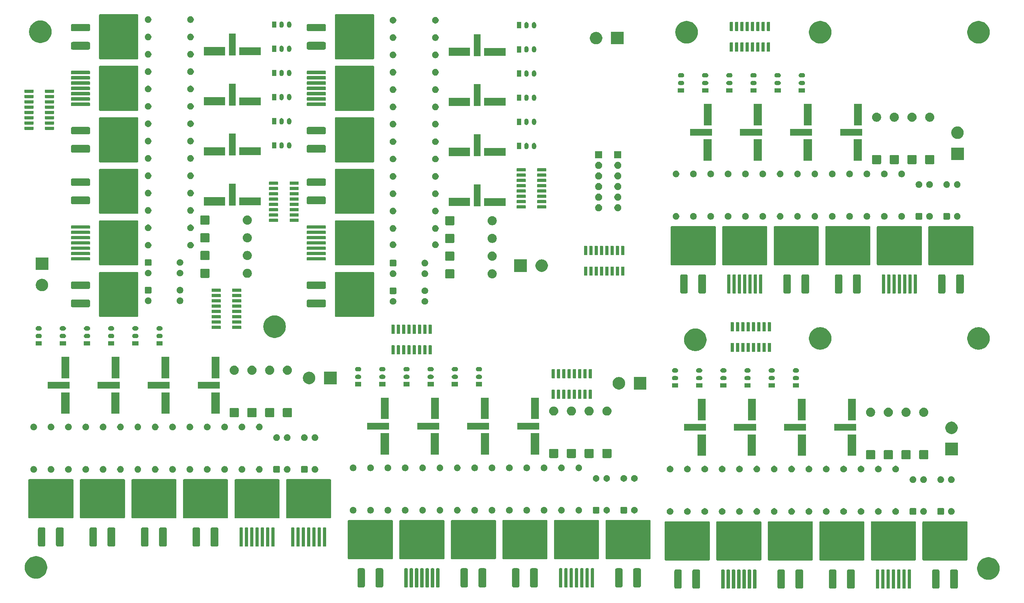
<source format=gbr>
%TF.GenerationSoftware,KiCad,Pcbnew,9.0.2*%
%TF.CreationDate,2025-10-03T07:29:49+01:00*%
%TF.ProjectId,MotorControl,4d6f746f-7243-46f6-9e74-726f6c2e6b69,rev?*%
%TF.SameCoordinates,Original*%
%TF.FileFunction,Soldermask,Top*%
%TF.FilePolarity,Negative*%
%FSLAX46Y46*%
G04 Gerber Fmt 4.6, Leading zero omitted, Abs format (unit mm)*
G04 Created by KiCad (PCBNEW 9.0.2) date 2025-10-03 07:29:49*
%MOMM*%
%LPD*%
G01*
G04 APERTURE LIST*
G04 APERTURE END LIST*
G36*
X192694983Y-155528845D02*
G01*
X192763919Y-155535309D01*
X192787178Y-155543447D01*
X192815162Y-155547880D01*
X192848741Y-155564989D01*
X192878475Y-155575394D01*
X192899242Y-155590721D01*
X192927252Y-155604993D01*
X192951685Y-155629426D01*
X192974750Y-155646449D01*
X192991772Y-155669513D01*
X193016207Y-155693948D01*
X193030479Y-155721958D01*
X193045805Y-155742724D01*
X193056208Y-155772453D01*
X193073320Y-155806038D01*
X193077752Y-155834023D01*
X193085890Y-155857280D01*
X193092356Y-155926232D01*
X193092999Y-155930292D01*
X193092999Y-155933088D01*
X193093000Y-155933099D01*
X193093000Y-157882984D01*
X193093000Y-159726109D01*
X193092354Y-159730185D01*
X193085890Y-159799119D01*
X193077753Y-159822372D01*
X193073320Y-159850362D01*
X193056206Y-159883948D01*
X193045805Y-159913675D01*
X193030480Y-159934438D01*
X193016207Y-159962452D01*
X192991769Y-159986889D01*
X192974750Y-160009950D01*
X192951689Y-160026969D01*
X192927252Y-160051407D01*
X192899238Y-160065680D01*
X192878475Y-160081005D01*
X192848748Y-160091406D01*
X192815162Y-160108520D01*
X192787174Y-160112952D01*
X192763919Y-160121090D01*
X192694967Y-160127556D01*
X192690908Y-160128199D01*
X192688111Y-160128199D01*
X192688101Y-160128200D01*
X191728699Y-160128200D01*
X191728698Y-160128199D01*
X191725891Y-160128200D01*
X191721815Y-160127554D01*
X191652880Y-160121090D01*
X191629625Y-160112952D01*
X191601638Y-160108520D01*
X191568053Y-160091408D01*
X191538324Y-160081005D01*
X191517558Y-160065679D01*
X191489548Y-160051407D01*
X191465113Y-160026972D01*
X191442049Y-160009950D01*
X191425026Y-159986885D01*
X191400593Y-159962452D01*
X191386321Y-159934442D01*
X191370994Y-159913675D01*
X191360589Y-159883941D01*
X191343480Y-159850362D01*
X191339048Y-159822379D01*
X191330909Y-159799119D01*
X191324443Y-159730167D01*
X191323801Y-159726108D01*
X191323800Y-159723310D01*
X191323800Y-159723300D01*
X191323800Y-155933099D01*
X191323800Y-155933098D01*
X191323800Y-155930291D01*
X191324445Y-155926216D01*
X191330909Y-155857280D01*
X191339048Y-155834020D01*
X191343480Y-155806038D01*
X191360588Y-155772460D01*
X191370994Y-155742724D01*
X191386323Y-155721953D01*
X191400593Y-155693948D01*
X191425023Y-155669517D01*
X191442049Y-155646449D01*
X191465117Y-155629423D01*
X191489548Y-155604993D01*
X191517553Y-155590723D01*
X191538324Y-155575394D01*
X191568060Y-155564988D01*
X191601638Y-155547880D01*
X191629618Y-155543448D01*
X191652880Y-155535309D01*
X191721834Y-155528843D01*
X191725892Y-155528201D01*
X191728688Y-155528200D01*
X191728699Y-155528200D01*
X192688101Y-155528200D01*
X192690909Y-155528200D01*
X192694983Y-155528845D01*
G37*
G36*
X197085411Y-155529275D02*
G01*
X197167843Y-155538138D01*
X197187386Y-155545427D01*
X197210006Y-155549010D01*
X197245555Y-155567123D01*
X197282090Y-155580750D01*
X197302956Y-155596370D01*
X197328534Y-155609403D01*
X197352856Y-155633725D01*
X197378830Y-155653169D01*
X197398273Y-155679142D01*
X197422597Y-155703466D01*
X197435629Y-155729044D01*
X197451249Y-155749909D01*
X197464874Y-155786440D01*
X197482990Y-155821994D01*
X197486573Y-155844616D01*
X197493861Y-155864156D01*
X197502721Y-155946571D01*
X197503800Y-155953382D01*
X197503800Y-159703018D01*
X197502720Y-159709831D01*
X197493861Y-159792243D01*
X197486573Y-159811781D01*
X197482990Y-159834406D01*
X197464873Y-159869962D01*
X197451249Y-159906490D01*
X197435631Y-159927352D01*
X197422597Y-159952934D01*
X197398270Y-159977260D01*
X197378830Y-160003230D01*
X197352860Y-160022670D01*
X197328534Y-160046997D01*
X197302952Y-160060031D01*
X197282090Y-160075649D01*
X197245562Y-160089273D01*
X197210006Y-160107390D01*
X197187381Y-160110973D01*
X197167843Y-160118261D01*
X197085431Y-160127120D01*
X197078618Y-160128200D01*
X196058182Y-160128200D01*
X196051371Y-160127121D01*
X195968956Y-160118261D01*
X195949416Y-160110973D01*
X195926794Y-160107390D01*
X195891240Y-160089274D01*
X195854709Y-160075649D01*
X195833844Y-160060029D01*
X195808266Y-160046997D01*
X195783942Y-160022673D01*
X195757969Y-160003230D01*
X195738525Y-159977256D01*
X195714203Y-159952934D01*
X195701170Y-159927356D01*
X195685550Y-159906490D01*
X195671923Y-159869955D01*
X195653810Y-159834406D01*
X195650227Y-159811786D01*
X195642938Y-159792243D01*
X195634075Y-159709811D01*
X195633000Y-159703018D01*
X195633000Y-155953382D01*
X195634075Y-155946590D01*
X195642938Y-155864156D01*
X195650227Y-155844611D01*
X195653810Y-155821994D01*
X195671921Y-155786447D01*
X195685550Y-155749909D01*
X195701172Y-155729040D01*
X195714203Y-155703466D01*
X195738522Y-155679146D01*
X195757969Y-155653169D01*
X195783946Y-155633722D01*
X195808266Y-155609403D01*
X195833840Y-155596372D01*
X195854709Y-155580750D01*
X195891247Y-155567121D01*
X195926794Y-155549010D01*
X195949411Y-155545427D01*
X195968956Y-155538138D01*
X196051390Y-155529275D01*
X196058182Y-155528200D01*
X197078618Y-155528200D01*
X197085411Y-155529275D01*
G37*
G36*
X203230337Y-155543424D02*
G01*
X203295221Y-155586779D01*
X203338576Y-155651663D01*
X203353800Y-155728200D01*
X203353800Y-159928200D01*
X203338576Y-160004737D01*
X203295221Y-160069621D01*
X203230337Y-160112976D01*
X203153800Y-160128200D01*
X202753800Y-160128200D01*
X202677263Y-160112976D01*
X202612379Y-160069621D01*
X202569024Y-160004737D01*
X202553800Y-159928200D01*
X202553800Y-155728200D01*
X202569024Y-155651663D01*
X202612379Y-155586779D01*
X202677263Y-155543424D01*
X202753800Y-155528200D01*
X203153800Y-155528200D01*
X203230337Y-155543424D01*
G37*
G36*
X204500337Y-155543424D02*
G01*
X204565221Y-155586779D01*
X204608576Y-155651663D01*
X204623800Y-155728200D01*
X204623800Y-159928200D01*
X204608576Y-160004737D01*
X204565221Y-160069621D01*
X204500337Y-160112976D01*
X204423800Y-160128200D01*
X204023800Y-160128200D01*
X203947263Y-160112976D01*
X203882379Y-160069621D01*
X203839024Y-160004737D01*
X203823800Y-159928200D01*
X203823800Y-155728200D01*
X203839024Y-155651663D01*
X203882379Y-155586779D01*
X203947263Y-155543424D01*
X204023800Y-155528200D01*
X204423800Y-155528200D01*
X204500337Y-155543424D01*
G37*
G36*
X205770337Y-155543424D02*
G01*
X205835221Y-155586779D01*
X205878576Y-155651663D01*
X205893800Y-155728200D01*
X205893800Y-159928200D01*
X205878576Y-160004737D01*
X205835221Y-160069621D01*
X205770337Y-160112976D01*
X205693800Y-160128200D01*
X205293800Y-160128200D01*
X205217263Y-160112976D01*
X205152379Y-160069621D01*
X205109024Y-160004737D01*
X205093800Y-159928200D01*
X205093800Y-155728200D01*
X205109024Y-155651663D01*
X205152379Y-155586779D01*
X205217263Y-155543424D01*
X205293800Y-155528200D01*
X205693800Y-155528200D01*
X205770337Y-155543424D01*
G37*
G36*
X207040337Y-155543424D02*
G01*
X207105221Y-155586779D01*
X207148576Y-155651663D01*
X207163800Y-155728200D01*
X207163800Y-159928200D01*
X207148576Y-160004737D01*
X207105221Y-160069621D01*
X207040337Y-160112976D01*
X206963800Y-160128200D01*
X206563800Y-160128200D01*
X206487263Y-160112976D01*
X206422379Y-160069621D01*
X206379024Y-160004737D01*
X206363800Y-159928200D01*
X206363800Y-155728200D01*
X206379024Y-155651663D01*
X206422379Y-155586779D01*
X206487263Y-155543424D01*
X206563800Y-155528200D01*
X206963800Y-155528200D01*
X207040337Y-155543424D01*
G37*
G36*
X208310337Y-155543424D02*
G01*
X208375221Y-155586779D01*
X208418576Y-155651663D01*
X208433800Y-155728200D01*
X208433800Y-159928200D01*
X208418576Y-160004737D01*
X208375221Y-160069621D01*
X208310337Y-160112976D01*
X208233800Y-160128200D01*
X207833800Y-160128200D01*
X207757263Y-160112976D01*
X207692379Y-160069621D01*
X207649024Y-160004737D01*
X207633800Y-159928200D01*
X207633800Y-155728200D01*
X207649024Y-155651663D01*
X207692379Y-155586779D01*
X207757263Y-155543424D01*
X207833800Y-155528200D01*
X208233800Y-155528200D01*
X208310337Y-155543424D01*
G37*
G36*
X209580337Y-155543424D02*
G01*
X209645221Y-155586779D01*
X209688576Y-155651663D01*
X209703800Y-155728200D01*
X209703800Y-159928200D01*
X209688576Y-160004737D01*
X209645221Y-160069621D01*
X209580337Y-160112976D01*
X209503800Y-160128200D01*
X209103800Y-160128200D01*
X209027263Y-160112976D01*
X208962379Y-160069621D01*
X208919024Y-160004737D01*
X208903800Y-159928200D01*
X208903800Y-155728200D01*
X208919024Y-155651663D01*
X208962379Y-155586779D01*
X209027263Y-155543424D01*
X209103800Y-155528200D01*
X209503800Y-155528200D01*
X209580337Y-155543424D01*
G37*
G36*
X210850337Y-155543424D02*
G01*
X210915221Y-155586779D01*
X210958576Y-155651663D01*
X210973800Y-155728200D01*
X210973800Y-159928200D01*
X210958576Y-160004737D01*
X210915221Y-160069621D01*
X210850337Y-160112976D01*
X210773800Y-160128200D01*
X210373800Y-160128200D01*
X210297263Y-160112976D01*
X210232379Y-160069621D01*
X210189024Y-160004737D01*
X210173800Y-159928200D01*
X210173800Y-155728200D01*
X210189024Y-155651663D01*
X210232379Y-155586779D01*
X210297263Y-155543424D01*
X210373800Y-155528200D01*
X210773800Y-155528200D01*
X210850337Y-155543424D01*
G37*
G36*
X217394983Y-155528845D02*
G01*
X217463919Y-155535309D01*
X217487178Y-155543447D01*
X217515162Y-155547880D01*
X217548741Y-155564989D01*
X217578475Y-155575394D01*
X217599242Y-155590721D01*
X217627252Y-155604993D01*
X217651685Y-155629426D01*
X217674750Y-155646449D01*
X217691772Y-155669513D01*
X217716207Y-155693948D01*
X217730479Y-155721958D01*
X217745805Y-155742724D01*
X217756208Y-155772453D01*
X217773320Y-155806038D01*
X217777752Y-155834023D01*
X217785890Y-155857280D01*
X217792356Y-155926232D01*
X217792999Y-155930292D01*
X217792999Y-155933088D01*
X217793000Y-155933099D01*
X217793000Y-157882984D01*
X217793000Y-159726109D01*
X217792354Y-159730185D01*
X217785890Y-159799119D01*
X217777753Y-159822372D01*
X217773320Y-159850362D01*
X217756206Y-159883948D01*
X217745805Y-159913675D01*
X217730480Y-159934438D01*
X217716207Y-159962452D01*
X217691769Y-159986889D01*
X217674750Y-160009950D01*
X217651689Y-160026969D01*
X217627252Y-160051407D01*
X217599238Y-160065680D01*
X217578475Y-160081005D01*
X217548748Y-160091406D01*
X217515162Y-160108520D01*
X217487174Y-160112952D01*
X217463919Y-160121090D01*
X217394967Y-160127556D01*
X217390908Y-160128199D01*
X217388111Y-160128199D01*
X217388101Y-160128200D01*
X216428699Y-160128200D01*
X216428698Y-160128199D01*
X216425891Y-160128200D01*
X216421815Y-160127554D01*
X216352880Y-160121090D01*
X216329625Y-160112952D01*
X216301638Y-160108520D01*
X216268053Y-160091408D01*
X216238324Y-160081005D01*
X216217558Y-160065679D01*
X216189548Y-160051407D01*
X216165113Y-160026972D01*
X216142049Y-160009950D01*
X216125026Y-159986885D01*
X216100593Y-159962452D01*
X216086321Y-159934442D01*
X216070994Y-159913675D01*
X216060589Y-159883941D01*
X216043480Y-159850362D01*
X216039048Y-159822379D01*
X216030909Y-159799119D01*
X216024443Y-159730167D01*
X216023801Y-159726108D01*
X216023800Y-159723310D01*
X216023800Y-159723300D01*
X216023800Y-155933099D01*
X216023800Y-155933098D01*
X216023800Y-155930291D01*
X216024445Y-155926216D01*
X216030909Y-155857280D01*
X216039048Y-155834020D01*
X216043480Y-155806038D01*
X216060588Y-155772460D01*
X216070994Y-155742724D01*
X216086323Y-155721953D01*
X216100593Y-155693948D01*
X216125023Y-155669517D01*
X216142049Y-155646449D01*
X216165117Y-155629423D01*
X216189548Y-155604993D01*
X216217553Y-155590723D01*
X216238324Y-155575394D01*
X216268060Y-155564988D01*
X216301638Y-155547880D01*
X216329618Y-155543448D01*
X216352880Y-155535309D01*
X216421834Y-155528843D01*
X216425892Y-155528201D01*
X216428688Y-155528200D01*
X216428699Y-155528200D01*
X217388101Y-155528200D01*
X217390909Y-155528200D01*
X217394983Y-155528845D01*
G37*
G36*
X221785411Y-155529275D02*
G01*
X221867843Y-155538138D01*
X221887386Y-155545427D01*
X221910006Y-155549010D01*
X221945555Y-155567123D01*
X221982090Y-155580750D01*
X222002956Y-155596370D01*
X222028534Y-155609403D01*
X222052856Y-155633725D01*
X222078830Y-155653169D01*
X222098273Y-155679142D01*
X222122597Y-155703466D01*
X222135629Y-155729044D01*
X222151249Y-155749909D01*
X222164874Y-155786440D01*
X222182990Y-155821994D01*
X222186573Y-155844616D01*
X222193861Y-155864156D01*
X222202721Y-155946571D01*
X222203800Y-155953382D01*
X222203800Y-159703018D01*
X222202720Y-159709831D01*
X222193861Y-159792243D01*
X222186573Y-159811781D01*
X222182990Y-159834406D01*
X222164873Y-159869962D01*
X222151249Y-159906490D01*
X222135631Y-159927352D01*
X222122597Y-159952934D01*
X222098270Y-159977260D01*
X222078830Y-160003230D01*
X222052860Y-160022670D01*
X222028534Y-160046997D01*
X222002952Y-160060031D01*
X221982090Y-160075649D01*
X221945562Y-160089273D01*
X221910006Y-160107390D01*
X221887381Y-160110973D01*
X221867843Y-160118261D01*
X221785431Y-160127120D01*
X221778618Y-160128200D01*
X220758182Y-160128200D01*
X220751371Y-160127121D01*
X220668956Y-160118261D01*
X220649416Y-160110973D01*
X220626794Y-160107390D01*
X220591240Y-160089274D01*
X220554709Y-160075649D01*
X220533844Y-160060029D01*
X220508266Y-160046997D01*
X220483942Y-160022673D01*
X220457969Y-160003230D01*
X220438525Y-159977256D01*
X220414203Y-159952934D01*
X220401170Y-159927356D01*
X220385550Y-159906490D01*
X220371923Y-159869955D01*
X220353810Y-159834406D01*
X220350227Y-159811786D01*
X220342938Y-159792243D01*
X220334075Y-159709811D01*
X220333000Y-159703018D01*
X220333000Y-155953382D01*
X220334075Y-155946590D01*
X220342938Y-155864156D01*
X220350227Y-155844611D01*
X220353810Y-155821994D01*
X220371921Y-155786447D01*
X220385550Y-155749909D01*
X220401172Y-155729040D01*
X220414203Y-155703466D01*
X220438522Y-155679146D01*
X220457969Y-155653169D01*
X220483946Y-155633722D01*
X220508266Y-155609403D01*
X220533840Y-155596372D01*
X220554709Y-155580750D01*
X220591247Y-155567121D01*
X220626794Y-155549010D01*
X220649411Y-155545427D01*
X220668956Y-155538138D01*
X220751390Y-155529275D01*
X220758182Y-155528200D01*
X221778618Y-155528200D01*
X221785411Y-155529275D01*
G37*
G36*
X229744983Y-155528845D02*
G01*
X229813919Y-155535309D01*
X229837178Y-155543447D01*
X229865162Y-155547880D01*
X229898741Y-155564989D01*
X229928475Y-155575394D01*
X229949242Y-155590721D01*
X229977252Y-155604993D01*
X230001685Y-155629426D01*
X230024750Y-155646449D01*
X230041772Y-155669513D01*
X230066207Y-155693948D01*
X230080479Y-155721958D01*
X230095805Y-155742724D01*
X230106208Y-155772453D01*
X230123320Y-155806038D01*
X230127752Y-155834023D01*
X230135890Y-155857280D01*
X230142356Y-155926232D01*
X230142999Y-155930292D01*
X230142999Y-155933088D01*
X230143000Y-155933099D01*
X230143000Y-157882984D01*
X230143000Y-159726109D01*
X230142354Y-159730185D01*
X230135890Y-159799119D01*
X230127753Y-159822372D01*
X230123320Y-159850362D01*
X230106206Y-159883948D01*
X230095805Y-159913675D01*
X230080480Y-159934438D01*
X230066207Y-159962452D01*
X230041769Y-159986889D01*
X230024750Y-160009950D01*
X230001689Y-160026969D01*
X229977252Y-160051407D01*
X229949238Y-160065680D01*
X229928475Y-160081005D01*
X229898748Y-160091406D01*
X229865162Y-160108520D01*
X229837174Y-160112952D01*
X229813919Y-160121090D01*
X229744967Y-160127556D01*
X229740908Y-160128199D01*
X229738111Y-160128199D01*
X229738101Y-160128200D01*
X228778699Y-160128200D01*
X228778698Y-160128199D01*
X228775891Y-160128200D01*
X228771815Y-160127554D01*
X228702880Y-160121090D01*
X228679625Y-160112952D01*
X228651638Y-160108520D01*
X228618053Y-160091408D01*
X228588324Y-160081005D01*
X228567558Y-160065679D01*
X228539548Y-160051407D01*
X228515113Y-160026972D01*
X228492049Y-160009950D01*
X228475026Y-159986885D01*
X228450593Y-159962452D01*
X228436321Y-159934442D01*
X228420994Y-159913675D01*
X228410589Y-159883941D01*
X228393480Y-159850362D01*
X228389048Y-159822379D01*
X228380909Y-159799119D01*
X228374443Y-159730167D01*
X228373801Y-159726108D01*
X228373800Y-159723310D01*
X228373800Y-159723300D01*
X228373800Y-155933099D01*
X228373800Y-155933098D01*
X228373800Y-155930291D01*
X228374445Y-155926216D01*
X228380909Y-155857280D01*
X228389048Y-155834020D01*
X228393480Y-155806038D01*
X228410588Y-155772460D01*
X228420994Y-155742724D01*
X228436323Y-155721953D01*
X228450593Y-155693948D01*
X228475023Y-155669517D01*
X228492049Y-155646449D01*
X228515117Y-155629423D01*
X228539548Y-155604993D01*
X228567553Y-155590723D01*
X228588324Y-155575394D01*
X228618060Y-155564988D01*
X228651638Y-155547880D01*
X228679618Y-155543448D01*
X228702880Y-155535309D01*
X228771834Y-155528843D01*
X228775892Y-155528201D01*
X228778688Y-155528200D01*
X228778699Y-155528200D01*
X229738101Y-155528200D01*
X229740909Y-155528200D01*
X229744983Y-155528845D01*
G37*
G36*
X234135411Y-155529275D02*
G01*
X234217843Y-155538138D01*
X234237386Y-155545427D01*
X234260006Y-155549010D01*
X234295555Y-155567123D01*
X234332090Y-155580750D01*
X234352956Y-155596370D01*
X234378534Y-155609403D01*
X234402856Y-155633725D01*
X234428830Y-155653169D01*
X234448273Y-155679142D01*
X234472597Y-155703466D01*
X234485629Y-155729044D01*
X234501249Y-155749909D01*
X234514874Y-155786440D01*
X234532990Y-155821994D01*
X234536573Y-155844616D01*
X234543861Y-155864156D01*
X234552721Y-155946571D01*
X234553800Y-155953382D01*
X234553800Y-159703018D01*
X234552720Y-159709831D01*
X234543861Y-159792243D01*
X234536573Y-159811781D01*
X234532990Y-159834406D01*
X234514873Y-159869962D01*
X234501249Y-159906490D01*
X234485631Y-159927352D01*
X234472597Y-159952934D01*
X234448270Y-159977260D01*
X234428830Y-160003230D01*
X234402860Y-160022670D01*
X234378534Y-160046997D01*
X234352952Y-160060031D01*
X234332090Y-160075649D01*
X234295562Y-160089273D01*
X234260006Y-160107390D01*
X234237381Y-160110973D01*
X234217843Y-160118261D01*
X234135431Y-160127120D01*
X234128618Y-160128200D01*
X233108182Y-160128200D01*
X233101371Y-160127121D01*
X233018956Y-160118261D01*
X232999416Y-160110973D01*
X232976794Y-160107390D01*
X232941240Y-160089274D01*
X232904709Y-160075649D01*
X232883844Y-160060029D01*
X232858266Y-160046997D01*
X232833942Y-160022673D01*
X232807969Y-160003230D01*
X232788525Y-159977256D01*
X232764203Y-159952934D01*
X232751170Y-159927356D01*
X232735550Y-159906490D01*
X232721923Y-159869955D01*
X232703810Y-159834406D01*
X232700227Y-159811786D01*
X232692938Y-159792243D01*
X232684075Y-159709811D01*
X232683000Y-159703018D01*
X232683000Y-155953382D01*
X232684075Y-155946590D01*
X232692938Y-155864156D01*
X232700227Y-155844611D01*
X232703810Y-155821994D01*
X232721921Y-155786447D01*
X232735550Y-155749909D01*
X232751172Y-155729040D01*
X232764203Y-155703466D01*
X232788522Y-155679146D01*
X232807969Y-155653169D01*
X232833946Y-155633722D01*
X232858266Y-155609403D01*
X232883840Y-155596372D01*
X232904709Y-155580750D01*
X232941247Y-155567121D01*
X232976794Y-155549010D01*
X232999411Y-155545427D01*
X233018956Y-155538138D01*
X233101390Y-155529275D01*
X233108182Y-155528200D01*
X234128618Y-155528200D01*
X234135411Y-155529275D01*
G37*
G36*
X240280337Y-155543424D02*
G01*
X240345221Y-155586779D01*
X240388576Y-155651663D01*
X240403800Y-155728200D01*
X240403800Y-159928200D01*
X240388576Y-160004737D01*
X240345221Y-160069621D01*
X240280337Y-160112976D01*
X240203800Y-160128200D01*
X239803800Y-160128200D01*
X239727263Y-160112976D01*
X239662379Y-160069621D01*
X239619024Y-160004737D01*
X239603800Y-159928200D01*
X239603800Y-155728200D01*
X239619024Y-155651663D01*
X239662379Y-155586779D01*
X239727263Y-155543424D01*
X239803800Y-155528200D01*
X240203800Y-155528200D01*
X240280337Y-155543424D01*
G37*
G36*
X241550337Y-155543424D02*
G01*
X241615221Y-155586779D01*
X241658576Y-155651663D01*
X241673800Y-155728200D01*
X241673800Y-159928200D01*
X241658576Y-160004737D01*
X241615221Y-160069621D01*
X241550337Y-160112976D01*
X241473800Y-160128200D01*
X241073800Y-160128200D01*
X240997263Y-160112976D01*
X240932379Y-160069621D01*
X240889024Y-160004737D01*
X240873800Y-159928200D01*
X240873800Y-155728200D01*
X240889024Y-155651663D01*
X240932379Y-155586779D01*
X240997263Y-155543424D01*
X241073800Y-155528200D01*
X241473800Y-155528200D01*
X241550337Y-155543424D01*
G37*
G36*
X242820337Y-155543424D02*
G01*
X242885221Y-155586779D01*
X242928576Y-155651663D01*
X242943800Y-155728200D01*
X242943800Y-159928200D01*
X242928576Y-160004737D01*
X242885221Y-160069621D01*
X242820337Y-160112976D01*
X242743800Y-160128200D01*
X242343800Y-160128200D01*
X242267263Y-160112976D01*
X242202379Y-160069621D01*
X242159024Y-160004737D01*
X242143800Y-159928200D01*
X242143800Y-155728200D01*
X242159024Y-155651663D01*
X242202379Y-155586779D01*
X242267263Y-155543424D01*
X242343800Y-155528200D01*
X242743800Y-155528200D01*
X242820337Y-155543424D01*
G37*
G36*
X244090337Y-155543424D02*
G01*
X244155221Y-155586779D01*
X244198576Y-155651663D01*
X244213800Y-155728200D01*
X244213800Y-159928200D01*
X244198576Y-160004737D01*
X244155221Y-160069621D01*
X244090337Y-160112976D01*
X244013800Y-160128200D01*
X243613800Y-160128200D01*
X243537263Y-160112976D01*
X243472379Y-160069621D01*
X243429024Y-160004737D01*
X243413800Y-159928200D01*
X243413800Y-155728200D01*
X243429024Y-155651663D01*
X243472379Y-155586779D01*
X243537263Y-155543424D01*
X243613800Y-155528200D01*
X244013800Y-155528200D01*
X244090337Y-155543424D01*
G37*
G36*
X245360337Y-155543424D02*
G01*
X245425221Y-155586779D01*
X245468576Y-155651663D01*
X245483800Y-155728200D01*
X245483800Y-159928200D01*
X245468576Y-160004737D01*
X245425221Y-160069621D01*
X245360337Y-160112976D01*
X245283800Y-160128200D01*
X244883800Y-160128200D01*
X244807263Y-160112976D01*
X244742379Y-160069621D01*
X244699024Y-160004737D01*
X244683800Y-159928200D01*
X244683800Y-155728200D01*
X244699024Y-155651663D01*
X244742379Y-155586779D01*
X244807263Y-155543424D01*
X244883800Y-155528200D01*
X245283800Y-155528200D01*
X245360337Y-155543424D01*
G37*
G36*
X246630337Y-155543424D02*
G01*
X246695221Y-155586779D01*
X246738576Y-155651663D01*
X246753800Y-155728200D01*
X246753800Y-159928200D01*
X246738576Y-160004737D01*
X246695221Y-160069621D01*
X246630337Y-160112976D01*
X246553800Y-160128200D01*
X246153800Y-160128200D01*
X246077263Y-160112976D01*
X246012379Y-160069621D01*
X245969024Y-160004737D01*
X245953800Y-159928200D01*
X245953800Y-155728200D01*
X245969024Y-155651663D01*
X246012379Y-155586779D01*
X246077263Y-155543424D01*
X246153800Y-155528200D01*
X246553800Y-155528200D01*
X246630337Y-155543424D01*
G37*
G36*
X247900337Y-155543424D02*
G01*
X247965221Y-155586779D01*
X248008576Y-155651663D01*
X248023800Y-155728200D01*
X248023800Y-159928200D01*
X248008576Y-160004737D01*
X247965221Y-160069621D01*
X247900337Y-160112976D01*
X247823800Y-160128200D01*
X247423800Y-160128200D01*
X247347263Y-160112976D01*
X247282379Y-160069621D01*
X247239024Y-160004737D01*
X247223800Y-159928200D01*
X247223800Y-155728200D01*
X247239024Y-155651663D01*
X247282379Y-155586779D01*
X247347263Y-155543424D01*
X247423800Y-155528200D01*
X247823800Y-155528200D01*
X247900337Y-155543424D01*
G37*
G36*
X254444983Y-155528845D02*
G01*
X254513919Y-155535309D01*
X254537178Y-155543447D01*
X254565162Y-155547880D01*
X254598741Y-155564989D01*
X254628475Y-155575394D01*
X254649242Y-155590721D01*
X254677252Y-155604993D01*
X254701685Y-155629426D01*
X254724750Y-155646449D01*
X254741772Y-155669513D01*
X254766207Y-155693948D01*
X254780479Y-155721958D01*
X254795805Y-155742724D01*
X254806208Y-155772453D01*
X254823320Y-155806038D01*
X254827752Y-155834023D01*
X254835890Y-155857280D01*
X254842356Y-155926232D01*
X254842999Y-155930292D01*
X254842999Y-155933088D01*
X254843000Y-155933099D01*
X254843000Y-157882984D01*
X254843000Y-159726109D01*
X254842354Y-159730185D01*
X254835890Y-159799119D01*
X254827753Y-159822372D01*
X254823320Y-159850362D01*
X254806206Y-159883948D01*
X254795805Y-159913675D01*
X254780480Y-159934438D01*
X254766207Y-159962452D01*
X254741769Y-159986889D01*
X254724750Y-160009950D01*
X254701689Y-160026969D01*
X254677252Y-160051407D01*
X254649238Y-160065680D01*
X254628475Y-160081005D01*
X254598748Y-160091406D01*
X254565162Y-160108520D01*
X254537174Y-160112952D01*
X254513919Y-160121090D01*
X254444967Y-160127556D01*
X254440908Y-160128199D01*
X254438111Y-160128199D01*
X254438101Y-160128200D01*
X253478699Y-160128200D01*
X253478698Y-160128199D01*
X253475891Y-160128200D01*
X253471815Y-160127554D01*
X253402880Y-160121090D01*
X253379625Y-160112952D01*
X253351638Y-160108520D01*
X253318053Y-160091408D01*
X253288324Y-160081005D01*
X253267558Y-160065679D01*
X253239548Y-160051407D01*
X253215113Y-160026972D01*
X253192049Y-160009950D01*
X253175026Y-159986885D01*
X253150593Y-159962452D01*
X253136321Y-159934442D01*
X253120994Y-159913675D01*
X253110589Y-159883941D01*
X253093480Y-159850362D01*
X253089048Y-159822379D01*
X253080909Y-159799119D01*
X253074443Y-159730167D01*
X253073801Y-159726108D01*
X253073800Y-159723310D01*
X253073800Y-159723300D01*
X253073800Y-155933099D01*
X253073800Y-155933098D01*
X253073800Y-155930291D01*
X253074445Y-155926216D01*
X253080909Y-155857280D01*
X253089048Y-155834020D01*
X253093480Y-155806038D01*
X253110588Y-155772460D01*
X253120994Y-155742724D01*
X253136323Y-155721953D01*
X253150593Y-155693948D01*
X253175023Y-155669517D01*
X253192049Y-155646449D01*
X253215117Y-155629423D01*
X253239548Y-155604993D01*
X253267553Y-155590723D01*
X253288324Y-155575394D01*
X253318060Y-155564988D01*
X253351638Y-155547880D01*
X253379618Y-155543448D01*
X253402880Y-155535309D01*
X253471834Y-155528843D01*
X253475892Y-155528201D01*
X253478688Y-155528200D01*
X253478699Y-155528200D01*
X254438101Y-155528200D01*
X254440909Y-155528200D01*
X254444983Y-155528845D01*
G37*
G36*
X258835411Y-155529275D02*
G01*
X258917843Y-155538138D01*
X258937386Y-155545427D01*
X258960006Y-155549010D01*
X258995555Y-155567123D01*
X259032090Y-155580750D01*
X259052956Y-155596370D01*
X259078534Y-155609403D01*
X259102856Y-155633725D01*
X259128830Y-155653169D01*
X259148273Y-155679142D01*
X259172597Y-155703466D01*
X259185629Y-155729044D01*
X259201249Y-155749909D01*
X259214874Y-155786440D01*
X259232990Y-155821994D01*
X259236573Y-155844616D01*
X259243861Y-155864156D01*
X259252721Y-155946571D01*
X259253800Y-155953382D01*
X259253800Y-159703018D01*
X259252720Y-159709831D01*
X259243861Y-159792243D01*
X259236573Y-159811781D01*
X259232990Y-159834406D01*
X259214873Y-159869962D01*
X259201249Y-159906490D01*
X259185631Y-159927352D01*
X259172597Y-159952934D01*
X259148270Y-159977260D01*
X259128830Y-160003230D01*
X259102860Y-160022670D01*
X259078534Y-160046997D01*
X259052952Y-160060031D01*
X259032090Y-160075649D01*
X258995562Y-160089273D01*
X258960006Y-160107390D01*
X258937381Y-160110973D01*
X258917843Y-160118261D01*
X258835431Y-160127120D01*
X258828618Y-160128200D01*
X257808182Y-160128200D01*
X257801371Y-160127121D01*
X257718956Y-160118261D01*
X257699416Y-160110973D01*
X257676794Y-160107390D01*
X257641240Y-160089274D01*
X257604709Y-160075649D01*
X257583844Y-160060029D01*
X257558266Y-160046997D01*
X257533942Y-160022673D01*
X257507969Y-160003230D01*
X257488525Y-159977256D01*
X257464203Y-159952934D01*
X257451170Y-159927356D01*
X257435550Y-159906490D01*
X257421923Y-159869955D01*
X257403810Y-159834406D01*
X257400227Y-159811786D01*
X257392938Y-159792243D01*
X257384075Y-159709811D01*
X257383000Y-159703018D01*
X257383000Y-155953382D01*
X257384075Y-155946590D01*
X257392938Y-155864156D01*
X257400227Y-155844611D01*
X257403810Y-155821994D01*
X257421921Y-155786447D01*
X257435550Y-155749909D01*
X257451172Y-155729040D01*
X257464203Y-155703466D01*
X257488522Y-155679146D01*
X257507969Y-155653169D01*
X257533946Y-155633722D01*
X257558266Y-155609403D01*
X257583840Y-155596372D01*
X257604709Y-155580750D01*
X257641247Y-155567121D01*
X257676794Y-155549010D01*
X257699411Y-155545427D01*
X257718956Y-155538138D01*
X257801390Y-155529275D01*
X257808182Y-155528200D01*
X258828618Y-155528200D01*
X258835411Y-155529275D01*
G37*
G36*
X116763383Y-155226245D02*
G01*
X116832319Y-155232709D01*
X116855578Y-155240847D01*
X116883562Y-155245280D01*
X116917141Y-155262389D01*
X116946875Y-155272794D01*
X116967642Y-155288121D01*
X116995652Y-155302393D01*
X117020085Y-155326826D01*
X117043150Y-155343849D01*
X117060172Y-155366913D01*
X117084607Y-155391348D01*
X117098879Y-155419358D01*
X117114205Y-155440124D01*
X117124608Y-155469853D01*
X117141720Y-155503438D01*
X117146152Y-155531423D01*
X117154290Y-155554680D01*
X117160756Y-155623632D01*
X117161399Y-155627692D01*
X117161399Y-155630488D01*
X117161400Y-155630499D01*
X117161400Y-157535988D01*
X117161400Y-159423509D01*
X117160754Y-159427585D01*
X117154290Y-159496519D01*
X117146153Y-159519772D01*
X117141720Y-159547762D01*
X117124606Y-159581348D01*
X117114205Y-159611075D01*
X117098880Y-159631838D01*
X117084607Y-159659852D01*
X117060169Y-159684289D01*
X117043150Y-159707350D01*
X117020089Y-159724369D01*
X116995652Y-159748807D01*
X116967638Y-159763080D01*
X116946875Y-159778405D01*
X116917148Y-159788806D01*
X116883562Y-159805920D01*
X116855574Y-159810352D01*
X116832319Y-159818490D01*
X116763367Y-159824956D01*
X116759308Y-159825599D01*
X116756511Y-159825599D01*
X116756501Y-159825600D01*
X115797099Y-159825600D01*
X115797098Y-159825599D01*
X115794291Y-159825600D01*
X115790215Y-159824954D01*
X115721280Y-159818490D01*
X115698025Y-159810352D01*
X115670038Y-159805920D01*
X115636453Y-159788808D01*
X115606724Y-159778405D01*
X115585958Y-159763079D01*
X115557948Y-159748807D01*
X115533513Y-159724372D01*
X115510449Y-159707350D01*
X115493426Y-159684285D01*
X115468993Y-159659852D01*
X115454721Y-159631842D01*
X115439394Y-159611075D01*
X115428989Y-159581341D01*
X115411880Y-159547762D01*
X115407448Y-159519779D01*
X115399309Y-159496519D01*
X115392843Y-159427567D01*
X115392201Y-159423508D01*
X115392200Y-159420710D01*
X115392200Y-159420700D01*
X115392200Y-155630499D01*
X115392200Y-155630498D01*
X115392200Y-155627691D01*
X115392845Y-155623616D01*
X115399309Y-155554680D01*
X115407448Y-155531420D01*
X115411880Y-155503438D01*
X115428988Y-155469860D01*
X115439394Y-155440124D01*
X115454723Y-155419353D01*
X115468993Y-155391348D01*
X115493423Y-155366917D01*
X115510449Y-155343849D01*
X115533517Y-155326823D01*
X115557948Y-155302393D01*
X115585953Y-155288123D01*
X115606724Y-155272794D01*
X115636460Y-155262388D01*
X115670038Y-155245280D01*
X115698018Y-155240848D01*
X115721280Y-155232709D01*
X115790234Y-155226243D01*
X115794292Y-155225601D01*
X115797088Y-155225600D01*
X115797099Y-155225600D01*
X116756501Y-155225600D01*
X116759309Y-155225600D01*
X116763383Y-155226245D01*
G37*
G36*
X121153811Y-155226675D02*
G01*
X121236243Y-155235538D01*
X121255786Y-155242827D01*
X121278406Y-155246410D01*
X121313955Y-155264523D01*
X121350490Y-155278150D01*
X121371356Y-155293770D01*
X121396934Y-155306803D01*
X121421256Y-155331125D01*
X121447230Y-155350569D01*
X121466673Y-155376542D01*
X121490997Y-155400866D01*
X121504029Y-155426444D01*
X121519649Y-155447309D01*
X121533274Y-155483840D01*
X121551390Y-155519394D01*
X121554973Y-155542016D01*
X121562261Y-155561556D01*
X121571121Y-155643971D01*
X121572200Y-155650782D01*
X121572200Y-159400418D01*
X121571120Y-159407231D01*
X121562261Y-159489643D01*
X121554973Y-159509181D01*
X121551390Y-159531806D01*
X121533273Y-159567362D01*
X121519649Y-159603890D01*
X121504031Y-159624752D01*
X121490997Y-159650334D01*
X121466670Y-159674660D01*
X121447230Y-159700630D01*
X121421260Y-159720070D01*
X121396934Y-159744397D01*
X121371352Y-159757431D01*
X121350490Y-159773049D01*
X121313962Y-159786673D01*
X121278406Y-159804790D01*
X121255781Y-159808373D01*
X121236243Y-159815661D01*
X121153831Y-159824520D01*
X121147018Y-159825600D01*
X120126582Y-159825600D01*
X120119771Y-159824521D01*
X120037356Y-159815661D01*
X120017816Y-159808373D01*
X119995194Y-159804790D01*
X119959640Y-159786674D01*
X119923109Y-159773049D01*
X119902244Y-159757429D01*
X119876666Y-159744397D01*
X119852342Y-159720073D01*
X119826369Y-159700630D01*
X119806925Y-159674656D01*
X119782603Y-159650334D01*
X119769570Y-159624756D01*
X119753950Y-159603890D01*
X119740323Y-159567355D01*
X119722210Y-159531806D01*
X119718627Y-159509186D01*
X119711338Y-159489643D01*
X119702475Y-159407211D01*
X119701400Y-159400418D01*
X119701400Y-155650782D01*
X119702475Y-155643990D01*
X119711338Y-155561556D01*
X119718627Y-155542011D01*
X119722210Y-155519394D01*
X119740321Y-155483847D01*
X119753950Y-155447309D01*
X119769572Y-155426440D01*
X119782603Y-155400866D01*
X119806922Y-155376546D01*
X119826369Y-155350569D01*
X119852346Y-155331122D01*
X119876666Y-155306803D01*
X119902240Y-155293772D01*
X119923109Y-155278150D01*
X119959647Y-155264521D01*
X119995194Y-155246410D01*
X120017811Y-155242827D01*
X120037356Y-155235538D01*
X120119790Y-155226675D01*
X120126582Y-155225600D01*
X121147018Y-155225600D01*
X121153811Y-155226675D01*
G37*
G36*
X127298737Y-155240824D02*
G01*
X127363621Y-155284179D01*
X127406976Y-155349063D01*
X127422200Y-155425600D01*
X127422200Y-159625600D01*
X127406976Y-159702137D01*
X127363621Y-159767021D01*
X127298737Y-159810376D01*
X127222200Y-159825600D01*
X126822200Y-159825600D01*
X126745663Y-159810376D01*
X126680779Y-159767021D01*
X126637424Y-159702137D01*
X126622200Y-159625600D01*
X126622200Y-155425600D01*
X126637424Y-155349063D01*
X126680779Y-155284179D01*
X126745663Y-155240824D01*
X126822200Y-155225600D01*
X127222200Y-155225600D01*
X127298737Y-155240824D01*
G37*
G36*
X128568737Y-155240824D02*
G01*
X128633621Y-155284179D01*
X128676976Y-155349063D01*
X128692200Y-155425600D01*
X128692200Y-159625600D01*
X128676976Y-159702137D01*
X128633621Y-159767021D01*
X128568737Y-159810376D01*
X128492200Y-159825600D01*
X128092200Y-159825600D01*
X128015663Y-159810376D01*
X127950779Y-159767021D01*
X127907424Y-159702137D01*
X127892200Y-159625600D01*
X127892200Y-155425600D01*
X127907424Y-155349063D01*
X127950779Y-155284179D01*
X128015663Y-155240824D01*
X128092200Y-155225600D01*
X128492200Y-155225600D01*
X128568737Y-155240824D01*
G37*
G36*
X129838737Y-155240824D02*
G01*
X129903621Y-155284179D01*
X129946976Y-155349063D01*
X129962200Y-155425600D01*
X129962200Y-159625600D01*
X129946976Y-159702137D01*
X129903621Y-159767021D01*
X129838737Y-159810376D01*
X129762200Y-159825600D01*
X129362200Y-159825600D01*
X129285663Y-159810376D01*
X129220779Y-159767021D01*
X129177424Y-159702137D01*
X129162200Y-159625600D01*
X129162200Y-155425600D01*
X129177424Y-155349063D01*
X129220779Y-155284179D01*
X129285663Y-155240824D01*
X129362200Y-155225600D01*
X129762200Y-155225600D01*
X129838737Y-155240824D01*
G37*
G36*
X131108737Y-155240824D02*
G01*
X131173621Y-155284179D01*
X131216976Y-155349063D01*
X131232200Y-155425600D01*
X131232200Y-159625600D01*
X131216976Y-159702137D01*
X131173621Y-159767021D01*
X131108737Y-159810376D01*
X131032200Y-159825600D01*
X130632200Y-159825600D01*
X130555663Y-159810376D01*
X130490779Y-159767021D01*
X130447424Y-159702137D01*
X130432200Y-159625600D01*
X130432200Y-155425600D01*
X130447424Y-155349063D01*
X130490779Y-155284179D01*
X130555663Y-155240824D01*
X130632200Y-155225600D01*
X131032200Y-155225600D01*
X131108737Y-155240824D01*
G37*
G36*
X132378737Y-155240824D02*
G01*
X132443621Y-155284179D01*
X132486976Y-155349063D01*
X132502200Y-155425600D01*
X132502200Y-159625600D01*
X132486976Y-159702137D01*
X132443621Y-159767021D01*
X132378737Y-159810376D01*
X132302200Y-159825600D01*
X131902200Y-159825600D01*
X131825663Y-159810376D01*
X131760779Y-159767021D01*
X131717424Y-159702137D01*
X131702200Y-159625600D01*
X131702200Y-155425600D01*
X131717424Y-155349063D01*
X131760779Y-155284179D01*
X131825663Y-155240824D01*
X131902200Y-155225600D01*
X132302200Y-155225600D01*
X132378737Y-155240824D01*
G37*
G36*
X133648737Y-155240824D02*
G01*
X133713621Y-155284179D01*
X133756976Y-155349063D01*
X133772200Y-155425600D01*
X133772200Y-159625600D01*
X133756976Y-159702137D01*
X133713621Y-159767021D01*
X133648737Y-159810376D01*
X133572200Y-159825600D01*
X133172200Y-159825600D01*
X133095663Y-159810376D01*
X133030779Y-159767021D01*
X132987424Y-159702137D01*
X132972200Y-159625600D01*
X132972200Y-155425600D01*
X132987424Y-155349063D01*
X133030779Y-155284179D01*
X133095663Y-155240824D01*
X133172200Y-155225600D01*
X133572200Y-155225600D01*
X133648737Y-155240824D01*
G37*
G36*
X134918737Y-155240824D02*
G01*
X134983621Y-155284179D01*
X135026976Y-155349063D01*
X135042200Y-155425600D01*
X135042200Y-159625600D01*
X135026976Y-159702137D01*
X134983621Y-159767021D01*
X134918737Y-159810376D01*
X134842200Y-159825600D01*
X134442200Y-159825600D01*
X134365663Y-159810376D01*
X134300779Y-159767021D01*
X134257424Y-159702137D01*
X134242200Y-159625600D01*
X134242200Y-155425600D01*
X134257424Y-155349063D01*
X134300779Y-155284179D01*
X134365663Y-155240824D01*
X134442200Y-155225600D01*
X134842200Y-155225600D01*
X134918737Y-155240824D01*
G37*
G36*
X141463383Y-155226245D02*
G01*
X141532319Y-155232709D01*
X141555578Y-155240847D01*
X141583562Y-155245280D01*
X141617141Y-155262389D01*
X141646875Y-155272794D01*
X141667642Y-155288121D01*
X141695652Y-155302393D01*
X141720085Y-155326826D01*
X141743150Y-155343849D01*
X141760172Y-155366913D01*
X141784607Y-155391348D01*
X141798879Y-155419358D01*
X141814205Y-155440124D01*
X141824608Y-155469853D01*
X141841720Y-155503438D01*
X141846152Y-155531423D01*
X141854290Y-155554680D01*
X141860756Y-155623632D01*
X141861399Y-155627692D01*
X141861399Y-155630488D01*
X141861400Y-155630499D01*
X141861400Y-157535988D01*
X141861400Y-159423509D01*
X141860754Y-159427585D01*
X141854290Y-159496519D01*
X141846153Y-159519772D01*
X141841720Y-159547762D01*
X141824606Y-159581348D01*
X141814205Y-159611075D01*
X141798880Y-159631838D01*
X141784607Y-159659852D01*
X141760169Y-159684289D01*
X141743150Y-159707350D01*
X141720089Y-159724369D01*
X141695652Y-159748807D01*
X141667638Y-159763080D01*
X141646875Y-159778405D01*
X141617148Y-159788806D01*
X141583562Y-159805920D01*
X141555574Y-159810352D01*
X141532319Y-159818490D01*
X141463367Y-159824956D01*
X141459308Y-159825599D01*
X141456511Y-159825599D01*
X141456501Y-159825600D01*
X140497099Y-159825600D01*
X140497098Y-159825599D01*
X140494291Y-159825600D01*
X140490215Y-159824954D01*
X140421280Y-159818490D01*
X140398025Y-159810352D01*
X140370038Y-159805920D01*
X140336453Y-159788808D01*
X140306724Y-159778405D01*
X140285958Y-159763079D01*
X140257948Y-159748807D01*
X140233513Y-159724372D01*
X140210449Y-159707350D01*
X140193426Y-159684285D01*
X140168993Y-159659852D01*
X140154721Y-159631842D01*
X140139394Y-159611075D01*
X140128989Y-159581341D01*
X140111880Y-159547762D01*
X140107448Y-159519779D01*
X140099309Y-159496519D01*
X140092843Y-159427567D01*
X140092201Y-159423508D01*
X140092200Y-159420710D01*
X140092200Y-159420700D01*
X140092200Y-155630499D01*
X140092200Y-155630498D01*
X140092200Y-155627691D01*
X140092845Y-155623616D01*
X140099309Y-155554680D01*
X140107448Y-155531420D01*
X140111880Y-155503438D01*
X140128988Y-155469860D01*
X140139394Y-155440124D01*
X140154723Y-155419353D01*
X140168993Y-155391348D01*
X140193423Y-155366917D01*
X140210449Y-155343849D01*
X140233517Y-155326823D01*
X140257948Y-155302393D01*
X140285953Y-155288123D01*
X140306724Y-155272794D01*
X140336460Y-155262388D01*
X140370038Y-155245280D01*
X140398018Y-155240848D01*
X140421280Y-155232709D01*
X140490234Y-155226243D01*
X140494292Y-155225601D01*
X140497088Y-155225600D01*
X140497099Y-155225600D01*
X141456501Y-155225600D01*
X141459309Y-155225600D01*
X141463383Y-155226245D01*
G37*
G36*
X145853811Y-155226675D02*
G01*
X145936243Y-155235538D01*
X145955786Y-155242827D01*
X145978406Y-155246410D01*
X146013955Y-155264523D01*
X146050490Y-155278150D01*
X146071356Y-155293770D01*
X146096934Y-155306803D01*
X146121256Y-155331125D01*
X146147230Y-155350569D01*
X146166673Y-155376542D01*
X146190997Y-155400866D01*
X146204029Y-155426444D01*
X146219649Y-155447309D01*
X146233274Y-155483840D01*
X146251390Y-155519394D01*
X146254973Y-155542016D01*
X146262261Y-155561556D01*
X146271121Y-155643971D01*
X146272200Y-155650782D01*
X146272200Y-159400418D01*
X146271120Y-159407231D01*
X146262261Y-159489643D01*
X146254973Y-159509181D01*
X146251390Y-159531806D01*
X146233273Y-159567362D01*
X146219649Y-159603890D01*
X146204031Y-159624752D01*
X146190997Y-159650334D01*
X146166670Y-159674660D01*
X146147230Y-159700630D01*
X146121260Y-159720070D01*
X146096934Y-159744397D01*
X146071352Y-159757431D01*
X146050490Y-159773049D01*
X146013962Y-159786673D01*
X145978406Y-159804790D01*
X145955781Y-159808373D01*
X145936243Y-159815661D01*
X145853831Y-159824520D01*
X145847018Y-159825600D01*
X144826582Y-159825600D01*
X144819771Y-159824521D01*
X144737356Y-159815661D01*
X144717816Y-159808373D01*
X144695194Y-159804790D01*
X144659640Y-159786674D01*
X144623109Y-159773049D01*
X144602244Y-159757429D01*
X144576666Y-159744397D01*
X144552342Y-159720073D01*
X144526369Y-159700630D01*
X144506925Y-159674656D01*
X144482603Y-159650334D01*
X144469570Y-159624756D01*
X144453950Y-159603890D01*
X144440323Y-159567355D01*
X144422210Y-159531806D01*
X144418627Y-159509186D01*
X144411338Y-159489643D01*
X144402475Y-159407211D01*
X144401400Y-159400418D01*
X144401400Y-155650782D01*
X144402475Y-155643990D01*
X144411338Y-155561556D01*
X144418627Y-155542011D01*
X144422210Y-155519394D01*
X144440321Y-155483847D01*
X144453950Y-155447309D01*
X144469572Y-155426440D01*
X144482603Y-155400866D01*
X144506922Y-155376546D01*
X144526369Y-155350569D01*
X144552346Y-155331122D01*
X144576666Y-155306803D01*
X144602240Y-155293772D01*
X144623109Y-155278150D01*
X144659647Y-155264521D01*
X144695194Y-155246410D01*
X144717811Y-155242827D01*
X144737356Y-155235538D01*
X144819790Y-155226675D01*
X144826582Y-155225600D01*
X145847018Y-155225600D01*
X145853811Y-155226675D01*
G37*
G36*
X153813383Y-155226245D02*
G01*
X153882319Y-155232709D01*
X153905578Y-155240847D01*
X153933562Y-155245280D01*
X153967141Y-155262389D01*
X153996875Y-155272794D01*
X154017642Y-155288121D01*
X154045652Y-155302393D01*
X154070085Y-155326826D01*
X154093150Y-155343849D01*
X154110172Y-155366913D01*
X154134607Y-155391348D01*
X154148879Y-155419358D01*
X154164205Y-155440124D01*
X154174608Y-155469853D01*
X154191720Y-155503438D01*
X154196152Y-155531423D01*
X154204290Y-155554680D01*
X154210756Y-155623632D01*
X154211399Y-155627692D01*
X154211399Y-155630488D01*
X154211400Y-155630499D01*
X154211400Y-157535988D01*
X154211400Y-159423509D01*
X154210754Y-159427585D01*
X154204290Y-159496519D01*
X154196153Y-159519772D01*
X154191720Y-159547762D01*
X154174606Y-159581348D01*
X154164205Y-159611075D01*
X154148880Y-159631838D01*
X154134607Y-159659852D01*
X154110169Y-159684289D01*
X154093150Y-159707350D01*
X154070089Y-159724369D01*
X154045652Y-159748807D01*
X154017638Y-159763080D01*
X153996875Y-159778405D01*
X153967148Y-159788806D01*
X153933562Y-159805920D01*
X153905574Y-159810352D01*
X153882319Y-159818490D01*
X153813367Y-159824956D01*
X153809308Y-159825599D01*
X153806511Y-159825599D01*
X153806501Y-159825600D01*
X152847099Y-159825600D01*
X152847098Y-159825599D01*
X152844291Y-159825600D01*
X152840215Y-159824954D01*
X152771280Y-159818490D01*
X152748025Y-159810352D01*
X152720038Y-159805920D01*
X152686453Y-159788808D01*
X152656724Y-159778405D01*
X152635958Y-159763079D01*
X152607948Y-159748807D01*
X152583513Y-159724372D01*
X152560449Y-159707350D01*
X152543426Y-159684285D01*
X152518993Y-159659852D01*
X152504721Y-159631842D01*
X152489394Y-159611075D01*
X152478989Y-159581341D01*
X152461880Y-159547762D01*
X152457448Y-159519779D01*
X152449309Y-159496519D01*
X152442843Y-159427567D01*
X152442201Y-159423508D01*
X152442200Y-159420710D01*
X152442200Y-159420700D01*
X152442200Y-155630499D01*
X152442200Y-155630498D01*
X152442200Y-155627691D01*
X152442845Y-155623616D01*
X152449309Y-155554680D01*
X152457448Y-155531420D01*
X152461880Y-155503438D01*
X152478988Y-155469860D01*
X152489394Y-155440124D01*
X152504723Y-155419353D01*
X152518993Y-155391348D01*
X152543423Y-155366917D01*
X152560449Y-155343849D01*
X152583517Y-155326823D01*
X152607948Y-155302393D01*
X152635953Y-155288123D01*
X152656724Y-155272794D01*
X152686460Y-155262388D01*
X152720038Y-155245280D01*
X152748018Y-155240848D01*
X152771280Y-155232709D01*
X152840234Y-155226243D01*
X152844292Y-155225601D01*
X152847088Y-155225600D01*
X152847099Y-155225600D01*
X153806501Y-155225600D01*
X153809309Y-155225600D01*
X153813383Y-155226245D01*
G37*
G36*
X158203811Y-155226675D02*
G01*
X158286243Y-155235538D01*
X158305786Y-155242827D01*
X158328406Y-155246410D01*
X158363955Y-155264523D01*
X158400490Y-155278150D01*
X158421356Y-155293770D01*
X158446934Y-155306803D01*
X158471256Y-155331125D01*
X158497230Y-155350569D01*
X158516673Y-155376542D01*
X158540997Y-155400866D01*
X158554029Y-155426444D01*
X158569649Y-155447309D01*
X158583274Y-155483840D01*
X158601390Y-155519394D01*
X158604973Y-155542016D01*
X158612261Y-155561556D01*
X158621121Y-155643971D01*
X158622200Y-155650782D01*
X158622200Y-159400418D01*
X158621120Y-159407231D01*
X158612261Y-159489643D01*
X158604973Y-159509181D01*
X158601390Y-159531806D01*
X158583273Y-159567362D01*
X158569649Y-159603890D01*
X158554031Y-159624752D01*
X158540997Y-159650334D01*
X158516670Y-159674660D01*
X158497230Y-159700630D01*
X158471260Y-159720070D01*
X158446934Y-159744397D01*
X158421352Y-159757431D01*
X158400490Y-159773049D01*
X158363962Y-159786673D01*
X158328406Y-159804790D01*
X158305781Y-159808373D01*
X158286243Y-159815661D01*
X158203831Y-159824520D01*
X158197018Y-159825600D01*
X157176582Y-159825600D01*
X157169771Y-159824521D01*
X157087356Y-159815661D01*
X157067816Y-159808373D01*
X157045194Y-159804790D01*
X157009640Y-159786674D01*
X156973109Y-159773049D01*
X156952244Y-159757429D01*
X156926666Y-159744397D01*
X156902342Y-159720073D01*
X156876369Y-159700630D01*
X156856925Y-159674656D01*
X156832603Y-159650334D01*
X156819570Y-159624756D01*
X156803950Y-159603890D01*
X156790323Y-159567355D01*
X156772210Y-159531806D01*
X156768627Y-159509186D01*
X156761338Y-159489643D01*
X156752475Y-159407211D01*
X156751400Y-159400418D01*
X156751400Y-155650782D01*
X156752475Y-155643990D01*
X156761338Y-155561556D01*
X156768627Y-155542011D01*
X156772210Y-155519394D01*
X156790321Y-155483847D01*
X156803950Y-155447309D01*
X156819572Y-155426440D01*
X156832603Y-155400866D01*
X156856922Y-155376546D01*
X156876369Y-155350569D01*
X156902346Y-155331122D01*
X156926666Y-155306803D01*
X156952240Y-155293772D01*
X156973109Y-155278150D01*
X157009647Y-155264521D01*
X157045194Y-155246410D01*
X157067811Y-155242827D01*
X157087356Y-155235538D01*
X157169790Y-155226675D01*
X157176582Y-155225600D01*
X158197018Y-155225600D01*
X158203811Y-155226675D01*
G37*
G36*
X164348737Y-155240824D02*
G01*
X164413621Y-155284179D01*
X164456976Y-155349063D01*
X164472200Y-155425600D01*
X164472200Y-159625600D01*
X164456976Y-159702137D01*
X164413621Y-159767021D01*
X164348737Y-159810376D01*
X164272200Y-159825600D01*
X163872200Y-159825600D01*
X163795663Y-159810376D01*
X163730779Y-159767021D01*
X163687424Y-159702137D01*
X163672200Y-159625600D01*
X163672200Y-155425600D01*
X163687424Y-155349063D01*
X163730779Y-155284179D01*
X163795663Y-155240824D01*
X163872200Y-155225600D01*
X164272200Y-155225600D01*
X164348737Y-155240824D01*
G37*
G36*
X165618737Y-155240824D02*
G01*
X165683621Y-155284179D01*
X165726976Y-155349063D01*
X165742200Y-155425600D01*
X165742200Y-159625600D01*
X165726976Y-159702137D01*
X165683621Y-159767021D01*
X165618737Y-159810376D01*
X165542200Y-159825600D01*
X165142200Y-159825600D01*
X165065663Y-159810376D01*
X165000779Y-159767021D01*
X164957424Y-159702137D01*
X164942200Y-159625600D01*
X164942200Y-155425600D01*
X164957424Y-155349063D01*
X165000779Y-155284179D01*
X165065663Y-155240824D01*
X165142200Y-155225600D01*
X165542200Y-155225600D01*
X165618737Y-155240824D01*
G37*
G36*
X166888737Y-155240824D02*
G01*
X166953621Y-155284179D01*
X166996976Y-155349063D01*
X167012200Y-155425600D01*
X167012200Y-159625600D01*
X166996976Y-159702137D01*
X166953621Y-159767021D01*
X166888737Y-159810376D01*
X166812200Y-159825600D01*
X166412200Y-159825600D01*
X166335663Y-159810376D01*
X166270779Y-159767021D01*
X166227424Y-159702137D01*
X166212200Y-159625600D01*
X166212200Y-155425600D01*
X166227424Y-155349063D01*
X166270779Y-155284179D01*
X166335663Y-155240824D01*
X166412200Y-155225600D01*
X166812200Y-155225600D01*
X166888737Y-155240824D01*
G37*
G36*
X168158737Y-155240824D02*
G01*
X168223621Y-155284179D01*
X168266976Y-155349063D01*
X168282200Y-155425600D01*
X168282200Y-159625600D01*
X168266976Y-159702137D01*
X168223621Y-159767021D01*
X168158737Y-159810376D01*
X168082200Y-159825600D01*
X167682200Y-159825600D01*
X167605663Y-159810376D01*
X167540779Y-159767021D01*
X167497424Y-159702137D01*
X167482200Y-159625600D01*
X167482200Y-155425600D01*
X167497424Y-155349063D01*
X167540779Y-155284179D01*
X167605663Y-155240824D01*
X167682200Y-155225600D01*
X168082200Y-155225600D01*
X168158737Y-155240824D01*
G37*
G36*
X169428737Y-155240824D02*
G01*
X169493621Y-155284179D01*
X169536976Y-155349063D01*
X169552200Y-155425600D01*
X169552200Y-159625600D01*
X169536976Y-159702137D01*
X169493621Y-159767021D01*
X169428737Y-159810376D01*
X169352200Y-159825600D01*
X168952200Y-159825600D01*
X168875663Y-159810376D01*
X168810779Y-159767021D01*
X168767424Y-159702137D01*
X168752200Y-159625600D01*
X168752200Y-155425600D01*
X168767424Y-155349063D01*
X168810779Y-155284179D01*
X168875663Y-155240824D01*
X168952200Y-155225600D01*
X169352200Y-155225600D01*
X169428737Y-155240824D01*
G37*
G36*
X170698737Y-155240824D02*
G01*
X170763621Y-155284179D01*
X170806976Y-155349063D01*
X170822200Y-155425600D01*
X170822200Y-159625600D01*
X170806976Y-159702137D01*
X170763621Y-159767021D01*
X170698737Y-159810376D01*
X170622200Y-159825600D01*
X170222200Y-159825600D01*
X170145663Y-159810376D01*
X170080779Y-159767021D01*
X170037424Y-159702137D01*
X170022200Y-159625600D01*
X170022200Y-155425600D01*
X170037424Y-155349063D01*
X170080779Y-155284179D01*
X170145663Y-155240824D01*
X170222200Y-155225600D01*
X170622200Y-155225600D01*
X170698737Y-155240824D01*
G37*
G36*
X171968737Y-155240824D02*
G01*
X172033621Y-155284179D01*
X172076976Y-155349063D01*
X172092200Y-155425600D01*
X172092200Y-159625600D01*
X172076976Y-159702137D01*
X172033621Y-159767021D01*
X171968737Y-159810376D01*
X171892200Y-159825600D01*
X171492200Y-159825600D01*
X171415663Y-159810376D01*
X171350779Y-159767021D01*
X171307424Y-159702137D01*
X171292200Y-159625600D01*
X171292200Y-155425600D01*
X171307424Y-155349063D01*
X171350779Y-155284179D01*
X171415663Y-155240824D01*
X171492200Y-155225600D01*
X171892200Y-155225600D01*
X171968737Y-155240824D01*
G37*
G36*
X178513383Y-155226245D02*
G01*
X178582319Y-155232709D01*
X178605578Y-155240847D01*
X178633562Y-155245280D01*
X178667141Y-155262389D01*
X178696875Y-155272794D01*
X178717642Y-155288121D01*
X178745652Y-155302393D01*
X178770085Y-155326826D01*
X178793150Y-155343849D01*
X178810172Y-155366913D01*
X178834607Y-155391348D01*
X178848879Y-155419358D01*
X178864205Y-155440124D01*
X178874608Y-155469853D01*
X178891720Y-155503438D01*
X178896152Y-155531423D01*
X178904290Y-155554680D01*
X178910756Y-155623632D01*
X178911399Y-155627692D01*
X178911399Y-155630488D01*
X178911400Y-155630499D01*
X178911400Y-157535988D01*
X178911400Y-159423509D01*
X178910754Y-159427585D01*
X178904290Y-159496519D01*
X178896153Y-159519772D01*
X178891720Y-159547762D01*
X178874606Y-159581348D01*
X178864205Y-159611075D01*
X178848880Y-159631838D01*
X178834607Y-159659852D01*
X178810169Y-159684289D01*
X178793150Y-159707350D01*
X178770089Y-159724369D01*
X178745652Y-159748807D01*
X178717638Y-159763080D01*
X178696875Y-159778405D01*
X178667148Y-159788806D01*
X178633562Y-159805920D01*
X178605574Y-159810352D01*
X178582319Y-159818490D01*
X178513367Y-159824956D01*
X178509308Y-159825599D01*
X178506511Y-159825599D01*
X178506501Y-159825600D01*
X177547099Y-159825600D01*
X177547098Y-159825599D01*
X177544291Y-159825600D01*
X177540215Y-159824954D01*
X177471280Y-159818490D01*
X177448025Y-159810352D01*
X177420038Y-159805920D01*
X177386453Y-159788808D01*
X177356724Y-159778405D01*
X177335958Y-159763079D01*
X177307948Y-159748807D01*
X177283513Y-159724372D01*
X177260449Y-159707350D01*
X177243426Y-159684285D01*
X177218993Y-159659852D01*
X177204721Y-159631842D01*
X177189394Y-159611075D01*
X177178989Y-159581341D01*
X177161880Y-159547762D01*
X177157448Y-159519779D01*
X177149309Y-159496519D01*
X177142843Y-159427567D01*
X177142201Y-159423508D01*
X177142200Y-159420710D01*
X177142200Y-159420700D01*
X177142200Y-155630499D01*
X177142200Y-155630498D01*
X177142200Y-155627691D01*
X177142845Y-155623616D01*
X177149309Y-155554680D01*
X177157448Y-155531420D01*
X177161880Y-155503438D01*
X177178988Y-155469860D01*
X177189394Y-155440124D01*
X177204723Y-155419353D01*
X177218993Y-155391348D01*
X177243423Y-155366917D01*
X177260449Y-155343849D01*
X177283517Y-155326823D01*
X177307948Y-155302393D01*
X177335953Y-155288123D01*
X177356724Y-155272794D01*
X177386460Y-155262388D01*
X177420038Y-155245280D01*
X177448018Y-155240848D01*
X177471280Y-155232709D01*
X177540234Y-155226243D01*
X177544292Y-155225601D01*
X177547088Y-155225600D01*
X177547099Y-155225600D01*
X178506501Y-155225600D01*
X178509309Y-155225600D01*
X178513383Y-155226245D01*
G37*
G36*
X182903811Y-155226675D02*
G01*
X182986243Y-155235538D01*
X183005786Y-155242827D01*
X183028406Y-155246410D01*
X183063955Y-155264523D01*
X183100490Y-155278150D01*
X183121356Y-155293770D01*
X183146934Y-155306803D01*
X183171256Y-155331125D01*
X183197230Y-155350569D01*
X183216673Y-155376542D01*
X183240997Y-155400866D01*
X183254029Y-155426444D01*
X183269649Y-155447309D01*
X183283274Y-155483840D01*
X183301390Y-155519394D01*
X183304973Y-155542016D01*
X183312261Y-155561556D01*
X183321121Y-155643971D01*
X183322200Y-155650782D01*
X183322200Y-159400418D01*
X183321120Y-159407231D01*
X183312261Y-159489643D01*
X183304973Y-159509181D01*
X183301390Y-159531806D01*
X183283273Y-159567362D01*
X183269649Y-159603890D01*
X183254031Y-159624752D01*
X183240997Y-159650334D01*
X183216670Y-159674660D01*
X183197230Y-159700630D01*
X183171260Y-159720070D01*
X183146934Y-159744397D01*
X183121352Y-159757431D01*
X183100490Y-159773049D01*
X183063962Y-159786673D01*
X183028406Y-159804790D01*
X183005781Y-159808373D01*
X182986243Y-159815661D01*
X182903831Y-159824520D01*
X182897018Y-159825600D01*
X181876582Y-159825600D01*
X181869771Y-159824521D01*
X181787356Y-159815661D01*
X181767816Y-159808373D01*
X181745194Y-159804790D01*
X181709640Y-159786674D01*
X181673109Y-159773049D01*
X181652244Y-159757429D01*
X181626666Y-159744397D01*
X181602342Y-159720073D01*
X181576369Y-159700630D01*
X181556925Y-159674656D01*
X181532603Y-159650334D01*
X181519570Y-159624756D01*
X181503950Y-159603890D01*
X181490323Y-159567355D01*
X181472210Y-159531806D01*
X181468627Y-159509186D01*
X181461338Y-159489643D01*
X181452475Y-159407211D01*
X181451400Y-159400418D01*
X181451400Y-155650782D01*
X181452475Y-155643990D01*
X181461338Y-155561556D01*
X181468627Y-155542011D01*
X181472210Y-155519394D01*
X181490321Y-155483847D01*
X181503950Y-155447309D01*
X181519572Y-155426440D01*
X181532603Y-155400866D01*
X181556922Y-155376546D01*
X181576369Y-155350569D01*
X181602346Y-155331122D01*
X181626666Y-155306803D01*
X181652240Y-155293772D01*
X181673109Y-155278150D01*
X181709647Y-155264521D01*
X181745194Y-155246410D01*
X181767811Y-155242827D01*
X181787356Y-155235538D01*
X181869790Y-155226675D01*
X181876582Y-155225600D01*
X182897018Y-155225600D01*
X182903811Y-155226675D01*
G37*
G36*
X267029067Y-152626748D02*
G01*
X267324256Y-152694123D01*
X267610045Y-152794125D01*
X267882841Y-152925497D01*
X268139212Y-153086586D01*
X268375936Y-153275366D01*
X268590034Y-153489464D01*
X268778814Y-153726188D01*
X268939903Y-153982559D01*
X269071275Y-154255355D01*
X269171277Y-154541144D01*
X269238652Y-154836333D01*
X269272552Y-155137210D01*
X269272552Y-155439990D01*
X269238652Y-155740867D01*
X269171277Y-156036056D01*
X269071275Y-156321845D01*
X268939903Y-156594641D01*
X268778814Y-156851012D01*
X268590034Y-157087736D01*
X268375936Y-157301834D01*
X268139212Y-157490614D01*
X267882841Y-157651703D01*
X267610045Y-157783075D01*
X267324256Y-157883077D01*
X267029067Y-157950452D01*
X266728190Y-157984352D01*
X266425410Y-157984352D01*
X266124533Y-157950452D01*
X265829344Y-157883077D01*
X265543555Y-157783075D01*
X265270759Y-157651703D01*
X265014388Y-157490614D01*
X264777664Y-157301834D01*
X264563566Y-157087736D01*
X264374786Y-156851012D01*
X264213697Y-156594641D01*
X264082325Y-156321845D01*
X263982323Y-156036056D01*
X263914948Y-155740867D01*
X263881048Y-155439990D01*
X263881048Y-155137210D01*
X263914948Y-154836333D01*
X263982323Y-154541144D01*
X264082325Y-154255355D01*
X264213697Y-153982559D01*
X264374786Y-153726188D01*
X264563566Y-153489464D01*
X264777664Y-153275366D01*
X265014388Y-153086586D01*
X265270759Y-152925497D01*
X265543555Y-152794125D01*
X265829344Y-152694123D01*
X266124533Y-152626748D01*
X266425410Y-152592848D01*
X266728190Y-152592848D01*
X267029067Y-152626748D01*
G37*
G36*
X38817067Y-152379748D02*
G01*
X39112256Y-152447123D01*
X39398045Y-152547125D01*
X39670841Y-152678497D01*
X39927212Y-152839586D01*
X40163936Y-153028366D01*
X40378034Y-153242464D01*
X40566814Y-153479188D01*
X40727903Y-153735559D01*
X40859275Y-154008355D01*
X40959277Y-154294144D01*
X41026652Y-154589333D01*
X41060552Y-154890210D01*
X41060552Y-155192990D01*
X41026652Y-155493867D01*
X40959277Y-155789056D01*
X40859275Y-156074845D01*
X40727903Y-156347641D01*
X40566814Y-156604012D01*
X40378034Y-156840736D01*
X40163936Y-157054834D01*
X39927212Y-157243614D01*
X39670841Y-157404703D01*
X39398045Y-157536075D01*
X39112256Y-157636077D01*
X38817067Y-157703452D01*
X38516190Y-157737352D01*
X38213410Y-157737352D01*
X37912533Y-157703452D01*
X37617344Y-157636077D01*
X37331555Y-157536075D01*
X37058759Y-157404703D01*
X36802388Y-157243614D01*
X36565664Y-157054834D01*
X36351566Y-156840736D01*
X36162786Y-156604012D01*
X36001697Y-156347641D01*
X35870325Y-156074845D01*
X35770323Y-155789056D01*
X35702948Y-155493867D01*
X35669048Y-155192990D01*
X35669048Y-154890210D01*
X35702948Y-154589333D01*
X35770323Y-154294144D01*
X35870325Y-154008355D01*
X36001697Y-153735559D01*
X36162786Y-153479188D01*
X36351566Y-153242464D01*
X36565664Y-153028366D01*
X36802388Y-152839586D01*
X37058759Y-152678497D01*
X37331555Y-152547125D01*
X37617344Y-152447123D01*
X37912533Y-152379748D01*
X38213410Y-152345848D01*
X38516190Y-152345848D01*
X38817067Y-152379748D01*
G37*
G36*
X199568648Y-143979164D02*
G01*
X199618839Y-143984987D01*
X199635988Y-143992559D01*
X199659470Y-143997230D01*
X199684608Y-144014027D01*
X199704495Y-144022808D01*
X199718078Y-144036391D01*
X199740576Y-144051424D01*
X199755608Y-144073921D01*
X199769191Y-144087504D01*
X199777971Y-144107389D01*
X199794770Y-144132530D01*
X199799441Y-144156013D01*
X199807012Y-144173160D01*
X199812833Y-144223341D01*
X199813800Y-144228202D01*
X199813800Y-153128198D01*
X199812832Y-153133060D01*
X199807012Y-153183239D01*
X199799441Y-153200384D01*
X199794770Y-153223870D01*
X199777969Y-153249012D01*
X199769191Y-153268895D01*
X199755610Y-153282475D01*
X199740576Y-153304976D01*
X199718075Y-153320010D01*
X199704495Y-153333591D01*
X199684612Y-153342369D01*
X199659470Y-153359170D01*
X199635984Y-153363841D01*
X199618839Y-153371412D01*
X199568659Y-153377232D01*
X199563798Y-153378200D01*
X189263802Y-153378200D01*
X189258940Y-153377232D01*
X189208760Y-153371412D01*
X189191613Y-153363841D01*
X189168130Y-153359170D01*
X189142989Y-153342371D01*
X189123104Y-153333591D01*
X189109521Y-153320008D01*
X189087024Y-153304976D01*
X189071991Y-153282478D01*
X189058408Y-153268895D01*
X189049627Y-153249008D01*
X189032830Y-153223870D01*
X189028159Y-153200388D01*
X189020587Y-153183239D01*
X189014764Y-153133047D01*
X189013800Y-153128198D01*
X189013800Y-144228202D01*
X189014764Y-144223352D01*
X189020587Y-144173160D01*
X189028159Y-144156009D01*
X189032830Y-144132530D01*
X189049625Y-144107393D01*
X189058408Y-144087504D01*
X189071993Y-144073918D01*
X189087024Y-144051424D01*
X189109518Y-144036393D01*
X189123104Y-144022808D01*
X189142993Y-144014025D01*
X189168130Y-143997230D01*
X189191609Y-143992559D01*
X189208760Y-143984987D01*
X189258953Y-143979164D01*
X189263802Y-143978200D01*
X199563798Y-143978200D01*
X199568648Y-143979164D01*
G37*
G36*
X211918648Y-143979164D02*
G01*
X211968839Y-143984987D01*
X211985988Y-143992559D01*
X212009470Y-143997230D01*
X212034608Y-144014027D01*
X212054495Y-144022808D01*
X212068078Y-144036391D01*
X212090576Y-144051424D01*
X212105608Y-144073921D01*
X212119191Y-144087504D01*
X212127971Y-144107389D01*
X212144770Y-144132530D01*
X212149441Y-144156013D01*
X212157012Y-144173160D01*
X212162833Y-144223341D01*
X212163800Y-144228202D01*
X212163800Y-153128198D01*
X212162832Y-153133060D01*
X212157012Y-153183239D01*
X212149441Y-153200384D01*
X212144770Y-153223870D01*
X212127969Y-153249012D01*
X212119191Y-153268895D01*
X212105610Y-153282475D01*
X212090576Y-153304976D01*
X212068075Y-153320010D01*
X212054495Y-153333591D01*
X212034612Y-153342369D01*
X212009470Y-153359170D01*
X211985984Y-153363841D01*
X211968839Y-153371412D01*
X211918659Y-153377232D01*
X211913798Y-153378200D01*
X201613802Y-153378200D01*
X201608940Y-153377232D01*
X201558760Y-153371412D01*
X201541613Y-153363841D01*
X201518130Y-153359170D01*
X201492989Y-153342371D01*
X201473104Y-153333591D01*
X201459521Y-153320008D01*
X201437024Y-153304976D01*
X201421991Y-153282478D01*
X201408408Y-153268895D01*
X201399627Y-153249008D01*
X201382830Y-153223870D01*
X201378159Y-153200388D01*
X201370587Y-153183239D01*
X201364764Y-153133047D01*
X201363800Y-153128198D01*
X201363800Y-144228202D01*
X201364764Y-144223352D01*
X201370587Y-144173160D01*
X201378159Y-144156009D01*
X201382830Y-144132530D01*
X201399625Y-144107393D01*
X201408408Y-144087504D01*
X201421993Y-144073918D01*
X201437024Y-144051424D01*
X201459518Y-144036393D01*
X201473104Y-144022808D01*
X201492993Y-144014025D01*
X201518130Y-143997230D01*
X201541609Y-143992559D01*
X201558760Y-143984987D01*
X201608953Y-143979164D01*
X201613802Y-143978200D01*
X211913798Y-143978200D01*
X211918648Y-143979164D01*
G37*
G36*
X224268648Y-143979164D02*
G01*
X224318839Y-143984987D01*
X224335988Y-143992559D01*
X224359470Y-143997230D01*
X224384608Y-144014027D01*
X224404495Y-144022808D01*
X224418078Y-144036391D01*
X224440576Y-144051424D01*
X224455608Y-144073921D01*
X224469191Y-144087504D01*
X224477971Y-144107389D01*
X224494770Y-144132530D01*
X224499441Y-144156013D01*
X224507012Y-144173160D01*
X224512833Y-144223341D01*
X224513800Y-144228202D01*
X224513800Y-153128198D01*
X224512832Y-153133060D01*
X224507012Y-153183239D01*
X224499441Y-153200384D01*
X224494770Y-153223870D01*
X224477969Y-153249012D01*
X224469191Y-153268895D01*
X224455610Y-153282475D01*
X224440576Y-153304976D01*
X224418075Y-153320010D01*
X224404495Y-153333591D01*
X224384612Y-153342369D01*
X224359470Y-153359170D01*
X224335984Y-153363841D01*
X224318839Y-153371412D01*
X224268659Y-153377232D01*
X224263798Y-153378200D01*
X213963802Y-153378200D01*
X213958940Y-153377232D01*
X213908760Y-153371412D01*
X213891613Y-153363841D01*
X213868130Y-153359170D01*
X213842989Y-153342371D01*
X213823104Y-153333591D01*
X213809521Y-153320008D01*
X213787024Y-153304976D01*
X213771991Y-153282478D01*
X213758408Y-153268895D01*
X213749627Y-153249008D01*
X213732830Y-153223870D01*
X213728159Y-153200388D01*
X213720587Y-153183239D01*
X213714764Y-153133047D01*
X213713800Y-153128198D01*
X213713800Y-144228202D01*
X213714764Y-144223352D01*
X213720587Y-144173160D01*
X213728159Y-144156009D01*
X213732830Y-144132530D01*
X213749625Y-144107393D01*
X213758408Y-144087504D01*
X213771993Y-144073918D01*
X213787024Y-144051424D01*
X213809518Y-144036393D01*
X213823104Y-144022808D01*
X213842993Y-144014025D01*
X213868130Y-143997230D01*
X213891609Y-143992559D01*
X213908760Y-143984987D01*
X213958953Y-143979164D01*
X213963802Y-143978200D01*
X224263798Y-143978200D01*
X224268648Y-143979164D01*
G37*
G36*
X236618648Y-143979164D02*
G01*
X236668839Y-143984987D01*
X236685988Y-143992559D01*
X236709470Y-143997230D01*
X236734608Y-144014027D01*
X236754495Y-144022808D01*
X236768078Y-144036391D01*
X236790576Y-144051424D01*
X236805608Y-144073921D01*
X236819191Y-144087504D01*
X236827971Y-144107389D01*
X236844770Y-144132530D01*
X236849441Y-144156013D01*
X236857012Y-144173160D01*
X236862833Y-144223341D01*
X236863800Y-144228202D01*
X236863800Y-153128198D01*
X236862832Y-153133060D01*
X236857012Y-153183239D01*
X236849441Y-153200384D01*
X236844770Y-153223870D01*
X236827969Y-153249012D01*
X236819191Y-153268895D01*
X236805610Y-153282475D01*
X236790576Y-153304976D01*
X236768075Y-153320010D01*
X236754495Y-153333591D01*
X236734612Y-153342369D01*
X236709470Y-153359170D01*
X236685984Y-153363841D01*
X236668839Y-153371412D01*
X236618659Y-153377232D01*
X236613798Y-153378200D01*
X226313802Y-153378200D01*
X226308940Y-153377232D01*
X226258760Y-153371412D01*
X226241613Y-153363841D01*
X226218130Y-153359170D01*
X226192989Y-153342371D01*
X226173104Y-153333591D01*
X226159521Y-153320008D01*
X226137024Y-153304976D01*
X226121991Y-153282478D01*
X226108408Y-153268895D01*
X226099627Y-153249008D01*
X226082830Y-153223870D01*
X226078159Y-153200388D01*
X226070587Y-153183239D01*
X226064764Y-153133047D01*
X226063800Y-153128198D01*
X226063800Y-144228202D01*
X226064764Y-144223352D01*
X226070587Y-144173160D01*
X226078159Y-144156009D01*
X226082830Y-144132530D01*
X226099625Y-144107393D01*
X226108408Y-144087504D01*
X226121993Y-144073918D01*
X226137024Y-144051424D01*
X226159518Y-144036393D01*
X226173104Y-144022808D01*
X226192993Y-144014025D01*
X226218130Y-143997230D01*
X226241609Y-143992559D01*
X226258760Y-143984987D01*
X226308953Y-143979164D01*
X226313802Y-143978200D01*
X236613798Y-143978200D01*
X236618648Y-143979164D01*
G37*
G36*
X248968648Y-143979164D02*
G01*
X249018839Y-143984987D01*
X249035988Y-143992559D01*
X249059470Y-143997230D01*
X249084608Y-144014027D01*
X249104495Y-144022808D01*
X249118078Y-144036391D01*
X249140576Y-144051424D01*
X249155608Y-144073921D01*
X249169191Y-144087504D01*
X249177971Y-144107389D01*
X249194770Y-144132530D01*
X249199441Y-144156013D01*
X249207012Y-144173160D01*
X249212833Y-144223341D01*
X249213800Y-144228202D01*
X249213800Y-153128198D01*
X249212832Y-153133060D01*
X249207012Y-153183239D01*
X249199441Y-153200384D01*
X249194770Y-153223870D01*
X249177969Y-153249012D01*
X249169191Y-153268895D01*
X249155610Y-153282475D01*
X249140576Y-153304976D01*
X249118075Y-153320010D01*
X249104495Y-153333591D01*
X249084612Y-153342369D01*
X249059470Y-153359170D01*
X249035984Y-153363841D01*
X249018839Y-153371412D01*
X248968659Y-153377232D01*
X248963798Y-153378200D01*
X238663802Y-153378200D01*
X238658940Y-153377232D01*
X238608760Y-153371412D01*
X238591613Y-153363841D01*
X238568130Y-153359170D01*
X238542989Y-153342371D01*
X238523104Y-153333591D01*
X238509521Y-153320008D01*
X238487024Y-153304976D01*
X238471991Y-153282478D01*
X238458408Y-153268895D01*
X238449627Y-153249008D01*
X238432830Y-153223870D01*
X238428159Y-153200388D01*
X238420587Y-153183239D01*
X238414764Y-153133047D01*
X238413800Y-153128198D01*
X238413800Y-144228202D01*
X238414764Y-144223352D01*
X238420587Y-144173160D01*
X238428159Y-144156009D01*
X238432830Y-144132530D01*
X238449625Y-144107393D01*
X238458408Y-144087504D01*
X238471993Y-144073918D01*
X238487024Y-144051424D01*
X238509518Y-144036393D01*
X238523104Y-144022808D01*
X238542993Y-144014025D01*
X238568130Y-143997230D01*
X238591609Y-143992559D01*
X238608760Y-143984987D01*
X238658953Y-143979164D01*
X238663802Y-143978200D01*
X248963798Y-143978200D01*
X248968648Y-143979164D01*
G37*
G36*
X261318648Y-143979164D02*
G01*
X261368839Y-143984987D01*
X261385988Y-143992559D01*
X261409470Y-143997230D01*
X261434608Y-144014027D01*
X261454495Y-144022808D01*
X261468078Y-144036391D01*
X261490576Y-144051424D01*
X261505608Y-144073921D01*
X261519191Y-144087504D01*
X261527971Y-144107389D01*
X261544770Y-144132530D01*
X261549441Y-144156013D01*
X261557012Y-144173160D01*
X261562833Y-144223341D01*
X261563800Y-144228202D01*
X261563800Y-153128198D01*
X261562832Y-153133060D01*
X261557012Y-153183239D01*
X261549441Y-153200384D01*
X261544770Y-153223870D01*
X261527969Y-153249012D01*
X261519191Y-153268895D01*
X261505610Y-153282475D01*
X261490576Y-153304976D01*
X261468075Y-153320010D01*
X261454495Y-153333591D01*
X261434612Y-153342369D01*
X261409470Y-153359170D01*
X261385984Y-153363841D01*
X261368839Y-153371412D01*
X261318659Y-153377232D01*
X261313798Y-153378200D01*
X251013802Y-153378200D01*
X251008940Y-153377232D01*
X250958760Y-153371412D01*
X250941613Y-153363841D01*
X250918130Y-153359170D01*
X250892989Y-153342371D01*
X250873104Y-153333591D01*
X250859521Y-153320008D01*
X250837024Y-153304976D01*
X250821991Y-153282478D01*
X250808408Y-153268895D01*
X250799627Y-153249008D01*
X250782830Y-153223870D01*
X250778159Y-153200388D01*
X250770587Y-153183239D01*
X250764764Y-153133047D01*
X250763800Y-153128198D01*
X250763800Y-144228202D01*
X250764764Y-144223352D01*
X250770587Y-144173160D01*
X250778159Y-144156009D01*
X250782830Y-144132530D01*
X250799625Y-144107393D01*
X250808408Y-144087504D01*
X250821993Y-144073918D01*
X250837024Y-144051424D01*
X250859518Y-144036393D01*
X250873104Y-144022808D01*
X250892993Y-144014025D01*
X250918130Y-143997230D01*
X250941609Y-143992559D01*
X250958760Y-143984987D01*
X251008953Y-143979164D01*
X251013802Y-143978200D01*
X261313798Y-143978200D01*
X261318648Y-143979164D01*
G37*
G36*
X123637048Y-143676564D02*
G01*
X123687239Y-143682387D01*
X123704388Y-143689959D01*
X123727870Y-143694630D01*
X123753008Y-143711427D01*
X123772895Y-143720208D01*
X123786478Y-143733791D01*
X123808976Y-143748824D01*
X123824008Y-143771321D01*
X123837591Y-143784904D01*
X123846371Y-143804789D01*
X123863170Y-143829930D01*
X123867841Y-143853413D01*
X123875412Y-143870560D01*
X123881233Y-143920741D01*
X123882200Y-143925602D01*
X123882200Y-152825598D01*
X123881232Y-152830460D01*
X123875412Y-152880639D01*
X123867841Y-152897784D01*
X123863170Y-152921270D01*
X123846369Y-152946412D01*
X123837591Y-152966295D01*
X123824010Y-152979875D01*
X123808976Y-153002376D01*
X123786475Y-153017410D01*
X123772895Y-153030991D01*
X123753012Y-153039769D01*
X123727870Y-153056570D01*
X123704384Y-153061241D01*
X123687239Y-153068812D01*
X123637059Y-153074632D01*
X123632198Y-153075600D01*
X113332202Y-153075600D01*
X113327340Y-153074632D01*
X113277160Y-153068812D01*
X113260013Y-153061241D01*
X113236530Y-153056570D01*
X113211389Y-153039771D01*
X113191504Y-153030991D01*
X113177921Y-153017408D01*
X113155424Y-153002376D01*
X113140391Y-152979878D01*
X113126808Y-152966295D01*
X113118027Y-152946408D01*
X113101230Y-152921270D01*
X113096559Y-152897788D01*
X113088987Y-152880639D01*
X113083164Y-152830447D01*
X113082200Y-152825598D01*
X113082200Y-143925602D01*
X113083164Y-143920752D01*
X113088987Y-143870560D01*
X113096559Y-143853409D01*
X113101230Y-143829930D01*
X113118025Y-143804793D01*
X113126808Y-143784904D01*
X113140393Y-143771318D01*
X113155424Y-143748824D01*
X113177918Y-143733793D01*
X113191504Y-143720208D01*
X113211393Y-143711425D01*
X113236530Y-143694630D01*
X113260009Y-143689959D01*
X113277160Y-143682387D01*
X113327353Y-143676564D01*
X113332202Y-143675600D01*
X123632198Y-143675600D01*
X123637048Y-143676564D01*
G37*
G36*
X135987048Y-143676564D02*
G01*
X136037239Y-143682387D01*
X136054388Y-143689959D01*
X136077870Y-143694630D01*
X136103008Y-143711427D01*
X136122895Y-143720208D01*
X136136478Y-143733791D01*
X136158976Y-143748824D01*
X136174008Y-143771321D01*
X136187591Y-143784904D01*
X136196371Y-143804789D01*
X136213170Y-143829930D01*
X136217841Y-143853413D01*
X136225412Y-143870560D01*
X136231233Y-143920741D01*
X136232200Y-143925602D01*
X136232200Y-152825598D01*
X136231232Y-152830460D01*
X136225412Y-152880639D01*
X136217841Y-152897784D01*
X136213170Y-152921270D01*
X136196369Y-152946412D01*
X136187591Y-152966295D01*
X136174010Y-152979875D01*
X136158976Y-153002376D01*
X136136475Y-153017410D01*
X136122895Y-153030991D01*
X136103012Y-153039769D01*
X136077870Y-153056570D01*
X136054384Y-153061241D01*
X136037239Y-153068812D01*
X135987059Y-153074632D01*
X135982198Y-153075600D01*
X125682202Y-153075600D01*
X125677340Y-153074632D01*
X125627160Y-153068812D01*
X125610013Y-153061241D01*
X125586530Y-153056570D01*
X125561389Y-153039771D01*
X125541504Y-153030991D01*
X125527921Y-153017408D01*
X125505424Y-153002376D01*
X125490391Y-152979878D01*
X125476808Y-152966295D01*
X125468027Y-152946408D01*
X125451230Y-152921270D01*
X125446559Y-152897788D01*
X125438987Y-152880639D01*
X125433164Y-152830447D01*
X125432200Y-152825598D01*
X125432200Y-143925602D01*
X125433164Y-143920752D01*
X125438987Y-143870560D01*
X125446559Y-143853409D01*
X125451230Y-143829930D01*
X125468025Y-143804793D01*
X125476808Y-143784904D01*
X125490393Y-143771318D01*
X125505424Y-143748824D01*
X125527918Y-143733793D01*
X125541504Y-143720208D01*
X125561393Y-143711425D01*
X125586530Y-143694630D01*
X125610009Y-143689959D01*
X125627160Y-143682387D01*
X125677353Y-143676564D01*
X125682202Y-143675600D01*
X135982198Y-143675600D01*
X135987048Y-143676564D01*
G37*
G36*
X148337048Y-143676564D02*
G01*
X148387239Y-143682387D01*
X148404388Y-143689959D01*
X148427870Y-143694630D01*
X148453008Y-143711427D01*
X148472895Y-143720208D01*
X148486478Y-143733791D01*
X148508976Y-143748824D01*
X148524008Y-143771321D01*
X148537591Y-143784904D01*
X148546371Y-143804789D01*
X148563170Y-143829930D01*
X148567841Y-143853413D01*
X148575412Y-143870560D01*
X148581233Y-143920741D01*
X148582200Y-143925602D01*
X148582200Y-152825598D01*
X148581232Y-152830460D01*
X148575412Y-152880639D01*
X148567841Y-152897784D01*
X148563170Y-152921270D01*
X148546369Y-152946412D01*
X148537591Y-152966295D01*
X148524010Y-152979875D01*
X148508976Y-153002376D01*
X148486475Y-153017410D01*
X148472895Y-153030991D01*
X148453012Y-153039769D01*
X148427870Y-153056570D01*
X148404384Y-153061241D01*
X148387239Y-153068812D01*
X148337059Y-153074632D01*
X148332198Y-153075600D01*
X138032202Y-153075600D01*
X138027340Y-153074632D01*
X137977160Y-153068812D01*
X137960013Y-153061241D01*
X137936530Y-153056570D01*
X137911389Y-153039771D01*
X137891504Y-153030991D01*
X137877921Y-153017408D01*
X137855424Y-153002376D01*
X137840391Y-152979878D01*
X137826808Y-152966295D01*
X137818027Y-152946408D01*
X137801230Y-152921270D01*
X137796559Y-152897788D01*
X137788987Y-152880639D01*
X137783164Y-152830447D01*
X137782200Y-152825598D01*
X137782200Y-143925602D01*
X137783164Y-143920752D01*
X137788987Y-143870560D01*
X137796559Y-143853409D01*
X137801230Y-143829930D01*
X137818025Y-143804793D01*
X137826808Y-143784904D01*
X137840393Y-143771318D01*
X137855424Y-143748824D01*
X137877918Y-143733793D01*
X137891504Y-143720208D01*
X137911393Y-143711425D01*
X137936530Y-143694630D01*
X137960009Y-143689959D01*
X137977160Y-143682387D01*
X138027353Y-143676564D01*
X138032202Y-143675600D01*
X148332198Y-143675600D01*
X148337048Y-143676564D01*
G37*
G36*
X160687048Y-143676564D02*
G01*
X160737239Y-143682387D01*
X160754388Y-143689959D01*
X160777870Y-143694630D01*
X160803008Y-143711427D01*
X160822895Y-143720208D01*
X160836478Y-143733791D01*
X160858976Y-143748824D01*
X160874008Y-143771321D01*
X160887591Y-143784904D01*
X160896371Y-143804789D01*
X160913170Y-143829930D01*
X160917841Y-143853413D01*
X160925412Y-143870560D01*
X160931233Y-143920741D01*
X160932200Y-143925602D01*
X160932200Y-152825598D01*
X160931232Y-152830460D01*
X160925412Y-152880639D01*
X160917841Y-152897784D01*
X160913170Y-152921270D01*
X160896369Y-152946412D01*
X160887591Y-152966295D01*
X160874010Y-152979875D01*
X160858976Y-153002376D01*
X160836475Y-153017410D01*
X160822895Y-153030991D01*
X160803012Y-153039769D01*
X160777870Y-153056570D01*
X160754384Y-153061241D01*
X160737239Y-153068812D01*
X160687059Y-153074632D01*
X160682198Y-153075600D01*
X150382202Y-153075600D01*
X150377340Y-153074632D01*
X150327160Y-153068812D01*
X150310013Y-153061241D01*
X150286530Y-153056570D01*
X150261389Y-153039771D01*
X150241504Y-153030991D01*
X150227921Y-153017408D01*
X150205424Y-153002376D01*
X150190391Y-152979878D01*
X150176808Y-152966295D01*
X150168027Y-152946408D01*
X150151230Y-152921270D01*
X150146559Y-152897788D01*
X150138987Y-152880639D01*
X150133164Y-152830447D01*
X150132200Y-152825598D01*
X150132200Y-143925602D01*
X150133164Y-143920752D01*
X150138987Y-143870560D01*
X150146559Y-143853409D01*
X150151230Y-143829930D01*
X150168025Y-143804793D01*
X150176808Y-143784904D01*
X150190393Y-143771318D01*
X150205424Y-143748824D01*
X150227918Y-143733793D01*
X150241504Y-143720208D01*
X150261393Y-143711425D01*
X150286530Y-143694630D01*
X150310009Y-143689959D01*
X150327160Y-143682387D01*
X150377353Y-143676564D01*
X150382202Y-143675600D01*
X160682198Y-143675600D01*
X160687048Y-143676564D01*
G37*
G36*
X173037048Y-143676564D02*
G01*
X173087239Y-143682387D01*
X173104388Y-143689959D01*
X173127870Y-143694630D01*
X173153008Y-143711427D01*
X173172895Y-143720208D01*
X173186478Y-143733791D01*
X173208976Y-143748824D01*
X173224008Y-143771321D01*
X173237591Y-143784904D01*
X173246371Y-143804789D01*
X173263170Y-143829930D01*
X173267841Y-143853413D01*
X173275412Y-143870560D01*
X173281233Y-143920741D01*
X173282200Y-143925602D01*
X173282200Y-152825598D01*
X173281232Y-152830460D01*
X173275412Y-152880639D01*
X173267841Y-152897784D01*
X173263170Y-152921270D01*
X173246369Y-152946412D01*
X173237591Y-152966295D01*
X173224010Y-152979875D01*
X173208976Y-153002376D01*
X173186475Y-153017410D01*
X173172895Y-153030991D01*
X173153012Y-153039769D01*
X173127870Y-153056570D01*
X173104384Y-153061241D01*
X173087239Y-153068812D01*
X173037059Y-153074632D01*
X173032198Y-153075600D01*
X162732202Y-153075600D01*
X162727340Y-153074632D01*
X162677160Y-153068812D01*
X162660013Y-153061241D01*
X162636530Y-153056570D01*
X162611389Y-153039771D01*
X162591504Y-153030991D01*
X162577921Y-153017408D01*
X162555424Y-153002376D01*
X162540391Y-152979878D01*
X162526808Y-152966295D01*
X162518027Y-152946408D01*
X162501230Y-152921270D01*
X162496559Y-152897788D01*
X162488987Y-152880639D01*
X162483164Y-152830447D01*
X162482200Y-152825598D01*
X162482200Y-143925602D01*
X162483164Y-143920752D01*
X162488987Y-143870560D01*
X162496559Y-143853409D01*
X162501230Y-143829930D01*
X162518025Y-143804793D01*
X162526808Y-143784904D01*
X162540393Y-143771318D01*
X162555424Y-143748824D01*
X162577918Y-143733793D01*
X162591504Y-143720208D01*
X162611393Y-143711425D01*
X162636530Y-143694630D01*
X162660009Y-143689959D01*
X162677160Y-143682387D01*
X162727353Y-143676564D01*
X162732202Y-143675600D01*
X173032198Y-143675600D01*
X173037048Y-143676564D01*
G37*
G36*
X185387048Y-143676564D02*
G01*
X185437239Y-143682387D01*
X185454388Y-143689959D01*
X185477870Y-143694630D01*
X185503008Y-143711427D01*
X185522895Y-143720208D01*
X185536478Y-143733791D01*
X185558976Y-143748824D01*
X185574008Y-143771321D01*
X185587591Y-143784904D01*
X185596371Y-143804789D01*
X185613170Y-143829930D01*
X185617841Y-143853413D01*
X185625412Y-143870560D01*
X185631233Y-143920741D01*
X185632200Y-143925602D01*
X185632200Y-152825598D01*
X185631232Y-152830460D01*
X185625412Y-152880639D01*
X185617841Y-152897784D01*
X185613170Y-152921270D01*
X185596369Y-152946412D01*
X185587591Y-152966295D01*
X185574010Y-152979875D01*
X185558976Y-153002376D01*
X185536475Y-153017410D01*
X185522895Y-153030991D01*
X185503012Y-153039769D01*
X185477870Y-153056570D01*
X185454384Y-153061241D01*
X185437239Y-153068812D01*
X185387059Y-153074632D01*
X185382198Y-153075600D01*
X175082202Y-153075600D01*
X175077340Y-153074632D01*
X175027160Y-153068812D01*
X175010013Y-153061241D01*
X174986530Y-153056570D01*
X174961389Y-153039771D01*
X174941504Y-153030991D01*
X174927921Y-153017408D01*
X174905424Y-153002376D01*
X174890391Y-152979878D01*
X174876808Y-152966295D01*
X174868027Y-152946408D01*
X174851230Y-152921270D01*
X174846559Y-152897788D01*
X174838987Y-152880639D01*
X174833164Y-152830447D01*
X174832200Y-152825598D01*
X174832200Y-143925602D01*
X174833164Y-143920752D01*
X174838987Y-143870560D01*
X174846559Y-143853409D01*
X174851230Y-143829930D01*
X174868025Y-143804793D01*
X174876808Y-143784904D01*
X174890393Y-143771318D01*
X174905424Y-143748824D01*
X174927918Y-143733793D01*
X174941504Y-143720208D01*
X174961393Y-143711425D01*
X174986530Y-143694630D01*
X175010009Y-143689959D01*
X175027160Y-143682387D01*
X175077353Y-143676564D01*
X175082202Y-143675600D01*
X185382198Y-143675600D01*
X185387048Y-143676564D01*
G37*
G36*
X40212183Y-145442845D02*
G01*
X40281119Y-145449309D01*
X40304378Y-145457447D01*
X40332362Y-145461880D01*
X40365941Y-145478989D01*
X40395675Y-145489394D01*
X40416442Y-145504721D01*
X40444452Y-145518993D01*
X40468885Y-145543426D01*
X40491950Y-145560449D01*
X40508972Y-145583513D01*
X40533407Y-145607948D01*
X40547679Y-145635958D01*
X40563005Y-145656724D01*
X40573408Y-145686453D01*
X40590520Y-145720038D01*
X40594952Y-145748023D01*
X40603090Y-145771280D01*
X40609556Y-145840232D01*
X40610199Y-145844292D01*
X40610199Y-145847088D01*
X40610200Y-145847099D01*
X40610200Y-149613803D01*
X40610200Y-149640109D01*
X40609554Y-149644185D01*
X40603090Y-149713119D01*
X40594953Y-149736372D01*
X40590520Y-149764362D01*
X40573406Y-149797948D01*
X40563005Y-149827675D01*
X40547680Y-149848438D01*
X40533407Y-149876452D01*
X40508969Y-149900889D01*
X40491950Y-149923950D01*
X40468889Y-149940969D01*
X40444452Y-149965407D01*
X40416438Y-149979680D01*
X40395675Y-149995005D01*
X40365948Y-150005406D01*
X40332362Y-150022520D01*
X40304374Y-150026952D01*
X40281119Y-150035090D01*
X40212167Y-150041556D01*
X40208108Y-150042199D01*
X40205311Y-150042199D01*
X40205301Y-150042200D01*
X39245899Y-150042200D01*
X39245898Y-150042199D01*
X39243091Y-150042200D01*
X39239015Y-150041554D01*
X39170080Y-150035090D01*
X39146825Y-150026952D01*
X39118838Y-150022520D01*
X39085253Y-150005408D01*
X39055524Y-149995005D01*
X39034758Y-149979679D01*
X39006748Y-149965407D01*
X38982313Y-149940972D01*
X38959249Y-149923950D01*
X38942226Y-149900885D01*
X38917793Y-149876452D01*
X38903521Y-149848442D01*
X38888194Y-149827675D01*
X38877789Y-149797941D01*
X38860680Y-149764362D01*
X38856248Y-149736379D01*
X38848109Y-149713119D01*
X38841643Y-149644167D01*
X38841001Y-149640108D01*
X38841000Y-149637310D01*
X38841000Y-149637300D01*
X38841000Y-145847099D01*
X38841000Y-145847098D01*
X38841000Y-145844291D01*
X38841645Y-145840216D01*
X38848109Y-145771280D01*
X38856248Y-145748020D01*
X38860680Y-145720038D01*
X38877788Y-145686460D01*
X38888194Y-145656724D01*
X38903523Y-145635953D01*
X38917793Y-145607948D01*
X38942223Y-145583517D01*
X38959249Y-145560449D01*
X38982317Y-145543423D01*
X39006748Y-145518993D01*
X39034753Y-145504723D01*
X39055524Y-145489394D01*
X39085260Y-145478988D01*
X39118838Y-145461880D01*
X39146818Y-145457448D01*
X39170080Y-145449309D01*
X39239034Y-145442843D01*
X39243092Y-145442201D01*
X39245888Y-145442200D01*
X39245899Y-145442200D01*
X40205301Y-145442200D01*
X40208109Y-145442200D01*
X40212183Y-145442845D01*
G37*
G36*
X44602611Y-145443275D02*
G01*
X44685043Y-145452138D01*
X44704586Y-145459427D01*
X44727206Y-145463010D01*
X44762755Y-145481123D01*
X44799290Y-145494750D01*
X44820156Y-145510370D01*
X44845734Y-145523403D01*
X44870056Y-145547725D01*
X44896030Y-145567169D01*
X44915473Y-145593142D01*
X44939797Y-145617466D01*
X44952829Y-145643044D01*
X44968449Y-145663909D01*
X44982074Y-145700440D01*
X45000190Y-145735994D01*
X45003773Y-145758616D01*
X45011061Y-145778156D01*
X45019921Y-145860571D01*
X45021000Y-145867382D01*
X45021000Y-149617018D01*
X45019920Y-149623831D01*
X45011061Y-149706243D01*
X45003773Y-149725781D01*
X45000190Y-149748406D01*
X44982073Y-149783962D01*
X44968449Y-149820490D01*
X44952831Y-149841352D01*
X44939797Y-149866934D01*
X44915470Y-149891260D01*
X44896030Y-149917230D01*
X44870060Y-149936670D01*
X44845734Y-149960997D01*
X44820152Y-149974031D01*
X44799290Y-149989649D01*
X44762762Y-150003273D01*
X44727206Y-150021390D01*
X44704581Y-150024973D01*
X44685043Y-150032261D01*
X44602631Y-150041120D01*
X44595818Y-150042200D01*
X43575382Y-150042200D01*
X43568571Y-150041121D01*
X43486156Y-150032261D01*
X43466616Y-150024973D01*
X43443994Y-150021390D01*
X43408440Y-150003274D01*
X43371909Y-149989649D01*
X43351044Y-149974029D01*
X43325466Y-149960997D01*
X43301142Y-149936673D01*
X43275169Y-149917230D01*
X43255725Y-149891256D01*
X43231403Y-149866934D01*
X43218370Y-149841356D01*
X43202750Y-149820490D01*
X43189123Y-149783955D01*
X43171010Y-149748406D01*
X43167427Y-149725786D01*
X43160138Y-149706243D01*
X43151275Y-149623811D01*
X43150200Y-149617018D01*
X43150200Y-145867382D01*
X43151275Y-145860590D01*
X43160138Y-145778156D01*
X43167427Y-145758611D01*
X43171010Y-145735994D01*
X43189121Y-145700447D01*
X43202750Y-145663909D01*
X43218372Y-145643040D01*
X43231403Y-145617466D01*
X43255722Y-145593146D01*
X43275169Y-145567169D01*
X43301146Y-145547722D01*
X43325466Y-145523403D01*
X43351040Y-145510372D01*
X43371909Y-145494750D01*
X43408447Y-145481121D01*
X43443994Y-145463010D01*
X43466611Y-145459427D01*
X43486156Y-145452138D01*
X43568590Y-145443275D01*
X43575382Y-145442200D01*
X44595818Y-145442200D01*
X44602611Y-145443275D01*
G37*
G36*
X52562183Y-145442845D02*
G01*
X52631119Y-145449309D01*
X52654378Y-145457447D01*
X52682362Y-145461880D01*
X52715941Y-145478989D01*
X52745675Y-145489394D01*
X52766442Y-145504721D01*
X52794452Y-145518993D01*
X52818885Y-145543426D01*
X52841950Y-145560449D01*
X52858972Y-145583513D01*
X52883407Y-145607948D01*
X52897679Y-145635958D01*
X52913005Y-145656724D01*
X52923408Y-145686453D01*
X52940520Y-145720038D01*
X52944952Y-145748023D01*
X52953090Y-145771280D01*
X52959556Y-145840232D01*
X52960199Y-145844292D01*
X52960199Y-145847088D01*
X52960200Y-145847099D01*
X52960200Y-149613803D01*
X52960200Y-149640109D01*
X52959554Y-149644185D01*
X52953090Y-149713119D01*
X52944953Y-149736372D01*
X52940520Y-149764362D01*
X52923406Y-149797948D01*
X52913005Y-149827675D01*
X52897680Y-149848438D01*
X52883407Y-149876452D01*
X52858969Y-149900889D01*
X52841950Y-149923950D01*
X52818889Y-149940969D01*
X52794452Y-149965407D01*
X52766438Y-149979680D01*
X52745675Y-149995005D01*
X52715948Y-150005406D01*
X52682362Y-150022520D01*
X52654374Y-150026952D01*
X52631119Y-150035090D01*
X52562167Y-150041556D01*
X52558108Y-150042199D01*
X52555311Y-150042199D01*
X52555301Y-150042200D01*
X51595899Y-150042200D01*
X51595898Y-150042199D01*
X51593091Y-150042200D01*
X51589015Y-150041554D01*
X51520080Y-150035090D01*
X51496825Y-150026952D01*
X51468838Y-150022520D01*
X51435253Y-150005408D01*
X51405524Y-149995005D01*
X51384758Y-149979679D01*
X51356748Y-149965407D01*
X51332313Y-149940972D01*
X51309249Y-149923950D01*
X51292226Y-149900885D01*
X51267793Y-149876452D01*
X51253521Y-149848442D01*
X51238194Y-149827675D01*
X51227789Y-149797941D01*
X51210680Y-149764362D01*
X51206248Y-149736379D01*
X51198109Y-149713119D01*
X51191643Y-149644167D01*
X51191001Y-149640108D01*
X51191000Y-149637310D01*
X51191000Y-149637300D01*
X51191000Y-145847099D01*
X51191000Y-145847098D01*
X51191000Y-145844291D01*
X51191645Y-145840216D01*
X51198109Y-145771280D01*
X51206248Y-145748020D01*
X51210680Y-145720038D01*
X51227788Y-145686460D01*
X51238194Y-145656724D01*
X51253523Y-145635953D01*
X51267793Y-145607948D01*
X51292223Y-145583517D01*
X51309249Y-145560449D01*
X51332317Y-145543423D01*
X51356748Y-145518993D01*
X51384753Y-145504723D01*
X51405524Y-145489394D01*
X51435260Y-145478988D01*
X51468838Y-145461880D01*
X51496818Y-145457448D01*
X51520080Y-145449309D01*
X51589034Y-145442843D01*
X51593092Y-145442201D01*
X51595888Y-145442200D01*
X51595899Y-145442200D01*
X52555301Y-145442200D01*
X52558109Y-145442200D01*
X52562183Y-145442845D01*
G37*
G36*
X56952611Y-145443275D02*
G01*
X57035043Y-145452138D01*
X57054586Y-145459427D01*
X57077206Y-145463010D01*
X57112755Y-145481123D01*
X57149290Y-145494750D01*
X57170156Y-145510370D01*
X57195734Y-145523403D01*
X57220056Y-145547725D01*
X57246030Y-145567169D01*
X57265473Y-145593142D01*
X57289797Y-145617466D01*
X57302829Y-145643044D01*
X57318449Y-145663909D01*
X57332074Y-145700440D01*
X57350190Y-145735994D01*
X57353773Y-145758616D01*
X57361061Y-145778156D01*
X57369921Y-145860571D01*
X57371000Y-145867382D01*
X57371000Y-149617018D01*
X57369920Y-149623831D01*
X57361061Y-149706243D01*
X57353773Y-149725781D01*
X57350190Y-149748406D01*
X57332073Y-149783962D01*
X57318449Y-149820490D01*
X57302831Y-149841352D01*
X57289797Y-149866934D01*
X57265470Y-149891260D01*
X57246030Y-149917230D01*
X57220060Y-149936670D01*
X57195734Y-149960997D01*
X57170152Y-149974031D01*
X57149290Y-149989649D01*
X57112762Y-150003273D01*
X57077206Y-150021390D01*
X57054581Y-150024973D01*
X57035043Y-150032261D01*
X56952631Y-150041120D01*
X56945818Y-150042200D01*
X55925382Y-150042200D01*
X55918571Y-150041121D01*
X55836156Y-150032261D01*
X55816616Y-150024973D01*
X55793994Y-150021390D01*
X55758440Y-150003274D01*
X55721909Y-149989649D01*
X55701044Y-149974029D01*
X55675466Y-149960997D01*
X55651142Y-149936673D01*
X55625169Y-149917230D01*
X55605725Y-149891256D01*
X55581403Y-149866934D01*
X55568370Y-149841356D01*
X55552750Y-149820490D01*
X55539123Y-149783955D01*
X55521010Y-149748406D01*
X55517427Y-149725786D01*
X55510138Y-149706243D01*
X55501275Y-149623811D01*
X55500200Y-149617018D01*
X55500200Y-145867382D01*
X55501275Y-145860590D01*
X55510138Y-145778156D01*
X55517427Y-145758611D01*
X55521010Y-145735994D01*
X55539121Y-145700447D01*
X55552750Y-145663909D01*
X55568372Y-145643040D01*
X55581403Y-145617466D01*
X55605722Y-145593146D01*
X55625169Y-145567169D01*
X55651146Y-145547722D01*
X55675466Y-145523403D01*
X55701040Y-145510372D01*
X55721909Y-145494750D01*
X55758447Y-145481121D01*
X55793994Y-145463010D01*
X55816611Y-145459427D01*
X55836156Y-145452138D01*
X55918590Y-145443275D01*
X55925382Y-145442200D01*
X56945818Y-145442200D01*
X56952611Y-145443275D01*
G37*
G36*
X64912183Y-145442845D02*
G01*
X64981119Y-145449309D01*
X65004378Y-145457447D01*
X65032362Y-145461880D01*
X65065941Y-145478989D01*
X65095675Y-145489394D01*
X65116442Y-145504721D01*
X65144452Y-145518993D01*
X65168885Y-145543426D01*
X65191950Y-145560449D01*
X65208972Y-145583513D01*
X65233407Y-145607948D01*
X65247679Y-145635958D01*
X65263005Y-145656724D01*
X65273408Y-145686453D01*
X65290520Y-145720038D01*
X65294952Y-145748023D01*
X65303090Y-145771280D01*
X65309556Y-145840232D01*
X65310199Y-145844292D01*
X65310199Y-145847088D01*
X65310200Y-145847099D01*
X65310200Y-149613803D01*
X65310200Y-149640109D01*
X65309554Y-149644185D01*
X65303090Y-149713119D01*
X65294953Y-149736372D01*
X65290520Y-149764362D01*
X65273406Y-149797948D01*
X65263005Y-149827675D01*
X65247680Y-149848438D01*
X65233407Y-149876452D01*
X65208969Y-149900889D01*
X65191950Y-149923950D01*
X65168889Y-149940969D01*
X65144452Y-149965407D01*
X65116438Y-149979680D01*
X65095675Y-149995005D01*
X65065948Y-150005406D01*
X65032362Y-150022520D01*
X65004374Y-150026952D01*
X64981119Y-150035090D01*
X64912167Y-150041556D01*
X64908108Y-150042199D01*
X64905311Y-150042199D01*
X64905301Y-150042200D01*
X63945899Y-150042200D01*
X63945898Y-150042199D01*
X63943091Y-150042200D01*
X63939015Y-150041554D01*
X63870080Y-150035090D01*
X63846825Y-150026952D01*
X63818838Y-150022520D01*
X63785253Y-150005408D01*
X63755524Y-149995005D01*
X63734758Y-149979679D01*
X63706748Y-149965407D01*
X63682313Y-149940972D01*
X63659249Y-149923950D01*
X63642226Y-149900885D01*
X63617793Y-149876452D01*
X63603521Y-149848442D01*
X63588194Y-149827675D01*
X63577789Y-149797941D01*
X63560680Y-149764362D01*
X63556248Y-149736379D01*
X63548109Y-149713119D01*
X63541643Y-149644167D01*
X63541001Y-149640108D01*
X63541000Y-149637310D01*
X63541000Y-149637300D01*
X63541000Y-145847099D01*
X63541000Y-145847098D01*
X63541000Y-145844291D01*
X63541645Y-145840216D01*
X63548109Y-145771280D01*
X63556248Y-145748020D01*
X63560680Y-145720038D01*
X63577788Y-145686460D01*
X63588194Y-145656724D01*
X63603523Y-145635953D01*
X63617793Y-145607948D01*
X63642223Y-145583517D01*
X63659249Y-145560449D01*
X63682317Y-145543423D01*
X63706748Y-145518993D01*
X63734753Y-145504723D01*
X63755524Y-145489394D01*
X63785260Y-145478988D01*
X63818838Y-145461880D01*
X63846818Y-145457448D01*
X63870080Y-145449309D01*
X63939034Y-145442843D01*
X63943092Y-145442201D01*
X63945888Y-145442200D01*
X63945899Y-145442200D01*
X64905301Y-145442200D01*
X64908109Y-145442200D01*
X64912183Y-145442845D01*
G37*
G36*
X69302611Y-145443275D02*
G01*
X69385043Y-145452138D01*
X69404586Y-145459427D01*
X69427206Y-145463010D01*
X69462755Y-145481123D01*
X69499290Y-145494750D01*
X69520156Y-145510370D01*
X69545734Y-145523403D01*
X69570056Y-145547725D01*
X69596030Y-145567169D01*
X69615473Y-145593142D01*
X69639797Y-145617466D01*
X69652829Y-145643044D01*
X69668449Y-145663909D01*
X69682074Y-145700440D01*
X69700190Y-145735994D01*
X69703773Y-145758616D01*
X69711061Y-145778156D01*
X69719921Y-145860571D01*
X69721000Y-145867382D01*
X69721000Y-149617018D01*
X69719920Y-149623831D01*
X69711061Y-149706243D01*
X69703773Y-149725781D01*
X69700190Y-149748406D01*
X69682073Y-149783962D01*
X69668449Y-149820490D01*
X69652831Y-149841352D01*
X69639797Y-149866934D01*
X69615470Y-149891260D01*
X69596030Y-149917230D01*
X69570060Y-149936670D01*
X69545734Y-149960997D01*
X69520152Y-149974031D01*
X69499290Y-149989649D01*
X69462762Y-150003273D01*
X69427206Y-150021390D01*
X69404581Y-150024973D01*
X69385043Y-150032261D01*
X69302631Y-150041120D01*
X69295818Y-150042200D01*
X68275382Y-150042200D01*
X68268571Y-150041121D01*
X68186156Y-150032261D01*
X68166616Y-150024973D01*
X68143994Y-150021390D01*
X68108440Y-150003274D01*
X68071909Y-149989649D01*
X68051044Y-149974029D01*
X68025466Y-149960997D01*
X68001142Y-149936673D01*
X67975169Y-149917230D01*
X67955725Y-149891256D01*
X67931403Y-149866934D01*
X67918370Y-149841356D01*
X67902750Y-149820490D01*
X67889123Y-149783955D01*
X67871010Y-149748406D01*
X67867427Y-149725786D01*
X67860138Y-149706243D01*
X67851275Y-149623811D01*
X67850200Y-149617018D01*
X67850200Y-145867382D01*
X67851275Y-145860590D01*
X67860138Y-145778156D01*
X67867427Y-145758611D01*
X67871010Y-145735994D01*
X67889121Y-145700447D01*
X67902750Y-145663909D01*
X67918372Y-145643040D01*
X67931403Y-145617466D01*
X67955722Y-145593146D01*
X67975169Y-145567169D01*
X68001146Y-145547722D01*
X68025466Y-145523403D01*
X68051040Y-145510372D01*
X68071909Y-145494750D01*
X68108447Y-145481121D01*
X68143994Y-145463010D01*
X68166611Y-145459427D01*
X68186156Y-145452138D01*
X68268590Y-145443275D01*
X68275382Y-145442200D01*
X69295818Y-145442200D01*
X69302611Y-145443275D01*
G37*
G36*
X77262183Y-145442845D02*
G01*
X77331119Y-145449309D01*
X77354378Y-145457447D01*
X77382362Y-145461880D01*
X77415941Y-145478989D01*
X77445675Y-145489394D01*
X77466442Y-145504721D01*
X77494452Y-145518993D01*
X77518885Y-145543426D01*
X77541950Y-145560449D01*
X77558972Y-145583513D01*
X77583407Y-145607948D01*
X77597679Y-145635958D01*
X77613005Y-145656724D01*
X77623408Y-145686453D01*
X77640520Y-145720038D01*
X77644952Y-145748023D01*
X77653090Y-145771280D01*
X77659556Y-145840232D01*
X77660199Y-145844292D01*
X77660199Y-145847088D01*
X77660200Y-145847099D01*
X77660200Y-149613803D01*
X77660200Y-149640109D01*
X77659554Y-149644185D01*
X77653090Y-149713119D01*
X77644953Y-149736372D01*
X77640520Y-149764362D01*
X77623406Y-149797948D01*
X77613005Y-149827675D01*
X77597680Y-149848438D01*
X77583407Y-149876452D01*
X77558969Y-149900889D01*
X77541950Y-149923950D01*
X77518889Y-149940969D01*
X77494452Y-149965407D01*
X77466438Y-149979680D01*
X77445675Y-149995005D01*
X77415948Y-150005406D01*
X77382362Y-150022520D01*
X77354374Y-150026952D01*
X77331119Y-150035090D01*
X77262167Y-150041556D01*
X77258108Y-150042199D01*
X77255311Y-150042199D01*
X77255301Y-150042200D01*
X76295899Y-150042200D01*
X76295898Y-150042199D01*
X76293091Y-150042200D01*
X76289015Y-150041554D01*
X76220080Y-150035090D01*
X76196825Y-150026952D01*
X76168838Y-150022520D01*
X76135253Y-150005408D01*
X76105524Y-149995005D01*
X76084758Y-149979679D01*
X76056748Y-149965407D01*
X76032313Y-149940972D01*
X76009249Y-149923950D01*
X75992226Y-149900885D01*
X75967793Y-149876452D01*
X75953521Y-149848442D01*
X75938194Y-149827675D01*
X75927789Y-149797941D01*
X75910680Y-149764362D01*
X75906248Y-149736379D01*
X75898109Y-149713119D01*
X75891643Y-149644167D01*
X75891001Y-149640108D01*
X75891000Y-149637310D01*
X75891000Y-149637300D01*
X75891000Y-145847099D01*
X75891000Y-145847098D01*
X75891000Y-145844291D01*
X75891645Y-145840216D01*
X75898109Y-145771280D01*
X75906248Y-145748020D01*
X75910680Y-145720038D01*
X75927788Y-145686460D01*
X75938194Y-145656724D01*
X75953523Y-145635953D01*
X75967793Y-145607948D01*
X75992223Y-145583517D01*
X76009249Y-145560449D01*
X76032317Y-145543423D01*
X76056748Y-145518993D01*
X76084753Y-145504723D01*
X76105524Y-145489394D01*
X76135260Y-145478988D01*
X76168838Y-145461880D01*
X76196818Y-145457448D01*
X76220080Y-145449309D01*
X76289034Y-145442843D01*
X76293092Y-145442201D01*
X76295888Y-145442200D01*
X76295899Y-145442200D01*
X77255301Y-145442200D01*
X77258109Y-145442200D01*
X77262183Y-145442845D01*
G37*
G36*
X81652611Y-145443275D02*
G01*
X81735043Y-145452138D01*
X81754586Y-145459427D01*
X81777206Y-145463010D01*
X81812755Y-145481123D01*
X81849290Y-145494750D01*
X81870156Y-145510370D01*
X81895734Y-145523403D01*
X81920056Y-145547725D01*
X81946030Y-145567169D01*
X81965473Y-145593142D01*
X81989797Y-145617466D01*
X82002829Y-145643044D01*
X82018449Y-145663909D01*
X82032074Y-145700440D01*
X82050190Y-145735994D01*
X82053773Y-145758616D01*
X82061061Y-145778156D01*
X82069921Y-145860571D01*
X82071000Y-145867382D01*
X82071000Y-149617018D01*
X82069920Y-149623831D01*
X82061061Y-149706243D01*
X82053773Y-149725781D01*
X82050190Y-149748406D01*
X82032073Y-149783962D01*
X82018449Y-149820490D01*
X82002831Y-149841352D01*
X81989797Y-149866934D01*
X81965470Y-149891260D01*
X81946030Y-149917230D01*
X81920060Y-149936670D01*
X81895734Y-149960997D01*
X81870152Y-149974031D01*
X81849290Y-149989649D01*
X81812762Y-150003273D01*
X81777206Y-150021390D01*
X81754581Y-150024973D01*
X81735043Y-150032261D01*
X81652631Y-150041120D01*
X81645818Y-150042200D01*
X80625382Y-150042200D01*
X80618571Y-150041121D01*
X80536156Y-150032261D01*
X80516616Y-150024973D01*
X80493994Y-150021390D01*
X80458440Y-150003274D01*
X80421909Y-149989649D01*
X80401044Y-149974029D01*
X80375466Y-149960997D01*
X80351142Y-149936673D01*
X80325169Y-149917230D01*
X80305725Y-149891256D01*
X80281403Y-149866934D01*
X80268370Y-149841356D01*
X80252750Y-149820490D01*
X80239123Y-149783955D01*
X80221010Y-149748406D01*
X80217427Y-149725786D01*
X80210138Y-149706243D01*
X80201275Y-149623811D01*
X80200200Y-149617018D01*
X80200200Y-145867382D01*
X80201275Y-145860590D01*
X80210138Y-145778156D01*
X80217427Y-145758611D01*
X80221010Y-145735994D01*
X80239121Y-145700447D01*
X80252750Y-145663909D01*
X80268372Y-145643040D01*
X80281403Y-145617466D01*
X80305722Y-145593146D01*
X80325169Y-145567169D01*
X80351146Y-145547722D01*
X80375466Y-145523403D01*
X80401040Y-145510372D01*
X80421909Y-145494750D01*
X80458447Y-145481121D01*
X80493994Y-145463010D01*
X80516611Y-145459427D01*
X80536156Y-145452138D01*
X80618590Y-145443275D01*
X80625382Y-145442200D01*
X81645818Y-145442200D01*
X81652611Y-145443275D01*
G37*
G36*
X87797537Y-145457424D02*
G01*
X87862421Y-145500779D01*
X87905776Y-145565663D01*
X87921000Y-145642200D01*
X87921000Y-149842200D01*
X87905776Y-149918737D01*
X87862421Y-149983621D01*
X87797537Y-150026976D01*
X87721000Y-150042200D01*
X87321000Y-150042200D01*
X87244463Y-150026976D01*
X87179579Y-149983621D01*
X87136224Y-149918737D01*
X87121000Y-149842200D01*
X87121000Y-145642200D01*
X87136224Y-145565663D01*
X87179579Y-145500779D01*
X87244463Y-145457424D01*
X87321000Y-145442200D01*
X87721000Y-145442200D01*
X87797537Y-145457424D01*
G37*
G36*
X89067537Y-145457424D02*
G01*
X89132421Y-145500779D01*
X89175776Y-145565663D01*
X89191000Y-145642200D01*
X89191000Y-149842200D01*
X89175776Y-149918737D01*
X89132421Y-149983621D01*
X89067537Y-150026976D01*
X88991000Y-150042200D01*
X88591000Y-150042200D01*
X88514463Y-150026976D01*
X88449579Y-149983621D01*
X88406224Y-149918737D01*
X88391000Y-149842200D01*
X88391000Y-145642200D01*
X88406224Y-145565663D01*
X88449579Y-145500779D01*
X88514463Y-145457424D01*
X88591000Y-145442200D01*
X88991000Y-145442200D01*
X89067537Y-145457424D01*
G37*
G36*
X90337537Y-145457424D02*
G01*
X90402421Y-145500779D01*
X90445776Y-145565663D01*
X90461000Y-145642200D01*
X90461000Y-149842200D01*
X90445776Y-149918737D01*
X90402421Y-149983621D01*
X90337537Y-150026976D01*
X90261000Y-150042200D01*
X89861000Y-150042200D01*
X89784463Y-150026976D01*
X89719579Y-149983621D01*
X89676224Y-149918737D01*
X89661000Y-149842200D01*
X89661000Y-145642200D01*
X89676224Y-145565663D01*
X89719579Y-145500779D01*
X89784463Y-145457424D01*
X89861000Y-145442200D01*
X90261000Y-145442200D01*
X90337537Y-145457424D01*
G37*
G36*
X91607537Y-145457424D02*
G01*
X91672421Y-145500779D01*
X91715776Y-145565663D01*
X91731000Y-145642200D01*
X91731000Y-149842200D01*
X91715776Y-149918737D01*
X91672421Y-149983621D01*
X91607537Y-150026976D01*
X91531000Y-150042200D01*
X91131000Y-150042200D01*
X91054463Y-150026976D01*
X90989579Y-149983621D01*
X90946224Y-149918737D01*
X90931000Y-149842200D01*
X90931000Y-145642200D01*
X90946224Y-145565663D01*
X90989579Y-145500779D01*
X91054463Y-145457424D01*
X91131000Y-145442200D01*
X91531000Y-145442200D01*
X91607537Y-145457424D01*
G37*
G36*
X92877537Y-145457424D02*
G01*
X92942421Y-145500779D01*
X92985776Y-145565663D01*
X93001000Y-145642200D01*
X93001000Y-149842200D01*
X92985776Y-149918737D01*
X92942421Y-149983621D01*
X92877537Y-150026976D01*
X92801000Y-150042200D01*
X92401000Y-150042200D01*
X92324463Y-150026976D01*
X92259579Y-149983621D01*
X92216224Y-149918737D01*
X92201000Y-149842200D01*
X92201000Y-145642200D01*
X92216224Y-145565663D01*
X92259579Y-145500779D01*
X92324463Y-145457424D01*
X92401000Y-145442200D01*
X92801000Y-145442200D01*
X92877537Y-145457424D01*
G37*
G36*
X94147537Y-145457424D02*
G01*
X94212421Y-145500779D01*
X94255776Y-145565663D01*
X94271000Y-145642200D01*
X94271000Y-149842200D01*
X94255776Y-149918737D01*
X94212421Y-149983621D01*
X94147537Y-150026976D01*
X94071000Y-150042200D01*
X93671000Y-150042200D01*
X93594463Y-150026976D01*
X93529579Y-149983621D01*
X93486224Y-149918737D01*
X93471000Y-149842200D01*
X93471000Y-145642200D01*
X93486224Y-145565663D01*
X93529579Y-145500779D01*
X93594463Y-145457424D01*
X93671000Y-145442200D01*
X94071000Y-145442200D01*
X94147537Y-145457424D01*
G37*
G36*
X95417537Y-145457424D02*
G01*
X95482421Y-145500779D01*
X95525776Y-145565663D01*
X95541000Y-145642200D01*
X95541000Y-149842200D01*
X95525776Y-149918737D01*
X95482421Y-149983621D01*
X95417537Y-150026976D01*
X95341000Y-150042200D01*
X94941000Y-150042200D01*
X94864463Y-150026976D01*
X94799579Y-149983621D01*
X94756224Y-149918737D01*
X94741000Y-149842200D01*
X94741000Y-145642200D01*
X94756224Y-145565663D01*
X94799579Y-145500779D01*
X94864463Y-145457424D01*
X94941000Y-145442200D01*
X95341000Y-145442200D01*
X95417537Y-145457424D01*
G37*
G36*
X100147537Y-145457424D02*
G01*
X100212421Y-145500779D01*
X100255776Y-145565663D01*
X100271000Y-145642200D01*
X100271000Y-149842200D01*
X100255776Y-149918737D01*
X100212421Y-149983621D01*
X100147537Y-150026976D01*
X100071000Y-150042200D01*
X99671000Y-150042200D01*
X99594463Y-150026976D01*
X99529579Y-149983621D01*
X99486224Y-149918737D01*
X99471000Y-149842200D01*
X99471000Y-145642200D01*
X99486224Y-145565663D01*
X99529579Y-145500779D01*
X99594463Y-145457424D01*
X99671000Y-145442200D01*
X100071000Y-145442200D01*
X100147537Y-145457424D01*
G37*
G36*
X101417537Y-145457424D02*
G01*
X101482421Y-145500779D01*
X101525776Y-145565663D01*
X101541000Y-145642200D01*
X101541000Y-149842200D01*
X101525776Y-149918737D01*
X101482421Y-149983621D01*
X101417537Y-150026976D01*
X101341000Y-150042200D01*
X100941000Y-150042200D01*
X100864463Y-150026976D01*
X100799579Y-149983621D01*
X100756224Y-149918737D01*
X100741000Y-149842200D01*
X100741000Y-145642200D01*
X100756224Y-145565663D01*
X100799579Y-145500779D01*
X100864463Y-145457424D01*
X100941000Y-145442200D01*
X101341000Y-145442200D01*
X101417537Y-145457424D01*
G37*
G36*
X102687537Y-145457424D02*
G01*
X102752421Y-145500779D01*
X102795776Y-145565663D01*
X102811000Y-145642200D01*
X102811000Y-149842200D01*
X102795776Y-149918737D01*
X102752421Y-149983621D01*
X102687537Y-150026976D01*
X102611000Y-150042200D01*
X102211000Y-150042200D01*
X102134463Y-150026976D01*
X102069579Y-149983621D01*
X102026224Y-149918737D01*
X102011000Y-149842200D01*
X102011000Y-145642200D01*
X102026224Y-145565663D01*
X102069579Y-145500779D01*
X102134463Y-145457424D01*
X102211000Y-145442200D01*
X102611000Y-145442200D01*
X102687537Y-145457424D01*
G37*
G36*
X103957537Y-145457424D02*
G01*
X104022421Y-145500779D01*
X104065776Y-145565663D01*
X104081000Y-145642200D01*
X104081000Y-149842200D01*
X104065776Y-149918737D01*
X104022421Y-149983621D01*
X103957537Y-150026976D01*
X103881000Y-150042200D01*
X103481000Y-150042200D01*
X103404463Y-150026976D01*
X103339579Y-149983621D01*
X103296224Y-149918737D01*
X103281000Y-149842200D01*
X103281000Y-145642200D01*
X103296224Y-145565663D01*
X103339579Y-145500779D01*
X103404463Y-145457424D01*
X103481000Y-145442200D01*
X103881000Y-145442200D01*
X103957537Y-145457424D01*
G37*
G36*
X105227537Y-145457424D02*
G01*
X105292421Y-145500779D01*
X105335776Y-145565663D01*
X105351000Y-145642200D01*
X105351000Y-149842200D01*
X105335776Y-149918737D01*
X105292421Y-149983621D01*
X105227537Y-150026976D01*
X105151000Y-150042200D01*
X104751000Y-150042200D01*
X104674463Y-150026976D01*
X104609579Y-149983621D01*
X104566224Y-149918737D01*
X104551000Y-149842200D01*
X104551000Y-145642200D01*
X104566224Y-145565663D01*
X104609579Y-145500779D01*
X104674463Y-145457424D01*
X104751000Y-145442200D01*
X105151000Y-145442200D01*
X105227537Y-145457424D01*
G37*
G36*
X106497537Y-145457424D02*
G01*
X106562421Y-145500779D01*
X106605776Y-145565663D01*
X106621000Y-145642200D01*
X106621000Y-149842200D01*
X106605776Y-149918737D01*
X106562421Y-149983621D01*
X106497537Y-150026976D01*
X106421000Y-150042200D01*
X106021000Y-150042200D01*
X105944463Y-150026976D01*
X105879579Y-149983621D01*
X105836224Y-149918737D01*
X105821000Y-149842200D01*
X105821000Y-145642200D01*
X105836224Y-145565663D01*
X105879579Y-145500779D01*
X105944463Y-145457424D01*
X106021000Y-145442200D01*
X106421000Y-145442200D01*
X106497537Y-145457424D01*
G37*
G36*
X107767537Y-145457424D02*
G01*
X107832421Y-145500779D01*
X107875776Y-145565663D01*
X107891000Y-145642200D01*
X107891000Y-149842200D01*
X107875776Y-149918737D01*
X107832421Y-149983621D01*
X107767537Y-150026976D01*
X107691000Y-150042200D01*
X107291000Y-150042200D01*
X107214463Y-150026976D01*
X107149579Y-149983621D01*
X107106224Y-149918737D01*
X107091000Y-149842200D01*
X107091000Y-145642200D01*
X107106224Y-145565663D01*
X107149579Y-145500779D01*
X107214463Y-145457424D01*
X107291000Y-145442200D01*
X107691000Y-145442200D01*
X107767537Y-145457424D01*
G37*
G36*
X47085848Y-133893164D02*
G01*
X47136039Y-133898987D01*
X47153188Y-133906559D01*
X47176670Y-133911230D01*
X47201808Y-133928027D01*
X47221695Y-133936808D01*
X47235278Y-133950391D01*
X47257776Y-133965424D01*
X47272808Y-133987921D01*
X47286391Y-134001504D01*
X47295171Y-134021389D01*
X47311970Y-134046530D01*
X47316641Y-134070013D01*
X47324212Y-134087160D01*
X47330033Y-134137341D01*
X47331000Y-134142202D01*
X47331000Y-143042198D01*
X47330032Y-143047060D01*
X47324212Y-143097239D01*
X47316641Y-143114384D01*
X47311970Y-143137870D01*
X47295169Y-143163012D01*
X47286391Y-143182895D01*
X47272810Y-143196475D01*
X47257776Y-143218976D01*
X47235275Y-143234010D01*
X47221695Y-143247591D01*
X47201812Y-143256369D01*
X47176670Y-143273170D01*
X47153184Y-143277841D01*
X47136039Y-143285412D01*
X47085859Y-143291232D01*
X47080998Y-143292200D01*
X36781002Y-143292200D01*
X36776140Y-143291232D01*
X36725960Y-143285412D01*
X36708813Y-143277841D01*
X36685330Y-143273170D01*
X36660189Y-143256371D01*
X36640304Y-143247591D01*
X36626721Y-143234008D01*
X36604224Y-143218976D01*
X36589191Y-143196478D01*
X36575608Y-143182895D01*
X36566827Y-143163008D01*
X36550030Y-143137870D01*
X36545359Y-143114388D01*
X36537787Y-143097239D01*
X36531964Y-143047047D01*
X36531000Y-143042198D01*
X36531000Y-134142202D01*
X36531964Y-134137352D01*
X36537787Y-134087160D01*
X36545359Y-134070009D01*
X36550030Y-134046530D01*
X36566825Y-134021393D01*
X36575608Y-134001504D01*
X36589193Y-133987918D01*
X36604224Y-133965424D01*
X36626718Y-133950393D01*
X36640304Y-133936808D01*
X36660193Y-133928025D01*
X36685330Y-133911230D01*
X36708809Y-133906559D01*
X36725960Y-133898987D01*
X36776153Y-133893164D01*
X36781002Y-133892200D01*
X47080998Y-133892200D01*
X47085848Y-133893164D01*
G37*
G36*
X59435848Y-133893164D02*
G01*
X59486039Y-133898987D01*
X59503188Y-133906559D01*
X59526670Y-133911230D01*
X59551808Y-133928027D01*
X59571695Y-133936808D01*
X59585278Y-133950391D01*
X59607776Y-133965424D01*
X59622808Y-133987921D01*
X59636391Y-134001504D01*
X59645171Y-134021389D01*
X59661970Y-134046530D01*
X59666641Y-134070013D01*
X59674212Y-134087160D01*
X59680033Y-134137341D01*
X59681000Y-134142202D01*
X59681000Y-143042198D01*
X59680032Y-143047060D01*
X59674212Y-143097239D01*
X59666641Y-143114384D01*
X59661970Y-143137870D01*
X59645169Y-143163012D01*
X59636391Y-143182895D01*
X59622810Y-143196475D01*
X59607776Y-143218976D01*
X59585275Y-143234010D01*
X59571695Y-143247591D01*
X59551812Y-143256369D01*
X59526670Y-143273170D01*
X59503184Y-143277841D01*
X59486039Y-143285412D01*
X59435859Y-143291232D01*
X59430998Y-143292200D01*
X49131002Y-143292200D01*
X49126140Y-143291232D01*
X49075960Y-143285412D01*
X49058813Y-143277841D01*
X49035330Y-143273170D01*
X49010189Y-143256371D01*
X48990304Y-143247591D01*
X48976721Y-143234008D01*
X48954224Y-143218976D01*
X48939191Y-143196478D01*
X48925608Y-143182895D01*
X48916827Y-143163008D01*
X48900030Y-143137870D01*
X48895359Y-143114388D01*
X48887787Y-143097239D01*
X48881964Y-143047047D01*
X48881000Y-143042198D01*
X48881000Y-134142202D01*
X48881964Y-134137352D01*
X48887787Y-134087160D01*
X48895359Y-134070009D01*
X48900030Y-134046530D01*
X48916825Y-134021393D01*
X48925608Y-134001504D01*
X48939193Y-133987918D01*
X48954224Y-133965424D01*
X48976718Y-133950393D01*
X48990304Y-133936808D01*
X49010193Y-133928025D01*
X49035330Y-133911230D01*
X49058809Y-133906559D01*
X49075960Y-133898987D01*
X49126153Y-133893164D01*
X49131002Y-133892200D01*
X59430998Y-133892200D01*
X59435848Y-133893164D01*
G37*
G36*
X71785848Y-133893164D02*
G01*
X71836039Y-133898987D01*
X71853188Y-133906559D01*
X71876670Y-133911230D01*
X71901808Y-133928027D01*
X71921695Y-133936808D01*
X71935278Y-133950391D01*
X71957776Y-133965424D01*
X71972808Y-133987921D01*
X71986391Y-134001504D01*
X71995171Y-134021389D01*
X72011970Y-134046530D01*
X72016641Y-134070013D01*
X72024212Y-134087160D01*
X72030033Y-134137341D01*
X72031000Y-134142202D01*
X72031000Y-143042198D01*
X72030032Y-143047060D01*
X72024212Y-143097239D01*
X72016641Y-143114384D01*
X72011970Y-143137870D01*
X71995169Y-143163012D01*
X71986391Y-143182895D01*
X71972810Y-143196475D01*
X71957776Y-143218976D01*
X71935275Y-143234010D01*
X71921695Y-143247591D01*
X71901812Y-143256369D01*
X71876670Y-143273170D01*
X71853184Y-143277841D01*
X71836039Y-143285412D01*
X71785859Y-143291232D01*
X71780998Y-143292200D01*
X61481002Y-143292200D01*
X61476140Y-143291232D01*
X61425960Y-143285412D01*
X61408813Y-143277841D01*
X61385330Y-143273170D01*
X61360189Y-143256371D01*
X61340304Y-143247591D01*
X61326721Y-143234008D01*
X61304224Y-143218976D01*
X61289191Y-143196478D01*
X61275608Y-143182895D01*
X61266827Y-143163008D01*
X61250030Y-143137870D01*
X61245359Y-143114388D01*
X61237787Y-143097239D01*
X61231964Y-143047047D01*
X61231000Y-143042198D01*
X61231000Y-134142202D01*
X61231964Y-134137352D01*
X61237787Y-134087160D01*
X61245359Y-134070009D01*
X61250030Y-134046530D01*
X61266825Y-134021393D01*
X61275608Y-134001504D01*
X61289193Y-133987918D01*
X61304224Y-133965424D01*
X61326718Y-133950393D01*
X61340304Y-133936808D01*
X61360193Y-133928025D01*
X61385330Y-133911230D01*
X61408809Y-133906559D01*
X61425960Y-133898987D01*
X61476153Y-133893164D01*
X61481002Y-133892200D01*
X71780998Y-133892200D01*
X71785848Y-133893164D01*
G37*
G36*
X84135848Y-133893164D02*
G01*
X84186039Y-133898987D01*
X84203188Y-133906559D01*
X84226670Y-133911230D01*
X84251808Y-133928027D01*
X84271695Y-133936808D01*
X84285278Y-133950391D01*
X84307776Y-133965424D01*
X84322808Y-133987921D01*
X84336391Y-134001504D01*
X84345171Y-134021389D01*
X84361970Y-134046530D01*
X84366641Y-134070013D01*
X84374212Y-134087160D01*
X84380033Y-134137341D01*
X84381000Y-134142202D01*
X84381000Y-143042198D01*
X84380032Y-143047060D01*
X84374212Y-143097239D01*
X84366641Y-143114384D01*
X84361970Y-143137870D01*
X84345169Y-143163012D01*
X84336391Y-143182895D01*
X84322810Y-143196475D01*
X84307776Y-143218976D01*
X84285275Y-143234010D01*
X84271695Y-143247591D01*
X84251812Y-143256369D01*
X84226670Y-143273170D01*
X84203184Y-143277841D01*
X84186039Y-143285412D01*
X84135859Y-143291232D01*
X84130998Y-143292200D01*
X73831002Y-143292200D01*
X73826140Y-143291232D01*
X73775960Y-143285412D01*
X73758813Y-143277841D01*
X73735330Y-143273170D01*
X73710189Y-143256371D01*
X73690304Y-143247591D01*
X73676721Y-143234008D01*
X73654224Y-143218976D01*
X73639191Y-143196478D01*
X73625608Y-143182895D01*
X73616827Y-143163008D01*
X73600030Y-143137870D01*
X73595359Y-143114388D01*
X73587787Y-143097239D01*
X73581964Y-143047047D01*
X73581000Y-143042198D01*
X73581000Y-134142202D01*
X73581964Y-134137352D01*
X73587787Y-134087160D01*
X73595359Y-134070009D01*
X73600030Y-134046530D01*
X73616825Y-134021393D01*
X73625608Y-134001504D01*
X73639193Y-133987918D01*
X73654224Y-133965424D01*
X73676718Y-133950393D01*
X73690304Y-133936808D01*
X73710193Y-133928025D01*
X73735330Y-133911230D01*
X73758809Y-133906559D01*
X73775960Y-133898987D01*
X73826153Y-133893164D01*
X73831002Y-133892200D01*
X84130998Y-133892200D01*
X84135848Y-133893164D01*
G37*
G36*
X96485848Y-133893164D02*
G01*
X96536039Y-133898987D01*
X96553188Y-133906559D01*
X96576670Y-133911230D01*
X96601808Y-133928027D01*
X96621695Y-133936808D01*
X96635278Y-133950391D01*
X96657776Y-133965424D01*
X96672808Y-133987921D01*
X96686391Y-134001504D01*
X96695171Y-134021389D01*
X96711970Y-134046530D01*
X96716641Y-134070013D01*
X96724212Y-134087160D01*
X96730033Y-134137341D01*
X96731000Y-134142202D01*
X96731000Y-143042198D01*
X96730032Y-143047060D01*
X96724212Y-143097239D01*
X96716641Y-143114384D01*
X96711970Y-143137870D01*
X96695169Y-143163012D01*
X96686391Y-143182895D01*
X96672810Y-143196475D01*
X96657776Y-143218976D01*
X96635275Y-143234010D01*
X96621695Y-143247591D01*
X96601812Y-143256369D01*
X96576670Y-143273170D01*
X96553184Y-143277841D01*
X96536039Y-143285412D01*
X96485859Y-143291232D01*
X96480998Y-143292200D01*
X86181002Y-143292200D01*
X86176140Y-143291232D01*
X86125960Y-143285412D01*
X86108813Y-143277841D01*
X86085330Y-143273170D01*
X86060189Y-143256371D01*
X86040304Y-143247591D01*
X86026721Y-143234008D01*
X86004224Y-143218976D01*
X85989191Y-143196478D01*
X85975608Y-143182895D01*
X85966827Y-143163008D01*
X85950030Y-143137870D01*
X85945359Y-143114388D01*
X85937787Y-143097239D01*
X85931964Y-143047047D01*
X85931000Y-143042198D01*
X85931000Y-134142202D01*
X85931964Y-134137352D01*
X85937787Y-134087160D01*
X85945359Y-134070009D01*
X85950030Y-134046530D01*
X85966825Y-134021393D01*
X85975608Y-134001504D01*
X85989193Y-133987918D01*
X86004224Y-133965424D01*
X86026718Y-133950393D01*
X86040304Y-133936808D01*
X86060193Y-133928025D01*
X86085330Y-133911230D01*
X86108809Y-133906559D01*
X86125960Y-133898987D01*
X86176153Y-133893164D01*
X86181002Y-133892200D01*
X96480998Y-133892200D01*
X96485848Y-133893164D01*
G37*
G36*
X108835848Y-133893164D02*
G01*
X108886039Y-133898987D01*
X108903188Y-133906559D01*
X108926670Y-133911230D01*
X108951808Y-133928027D01*
X108971695Y-133936808D01*
X108985278Y-133950391D01*
X109007776Y-133965424D01*
X109022808Y-133987921D01*
X109036391Y-134001504D01*
X109045171Y-134021389D01*
X109061970Y-134046530D01*
X109066641Y-134070013D01*
X109074212Y-134087160D01*
X109080033Y-134137341D01*
X109081000Y-134142202D01*
X109081000Y-143042198D01*
X109080032Y-143047060D01*
X109074212Y-143097239D01*
X109066641Y-143114384D01*
X109061970Y-143137870D01*
X109045169Y-143163012D01*
X109036391Y-143182895D01*
X109022810Y-143196475D01*
X109007776Y-143218976D01*
X108985275Y-143234010D01*
X108971695Y-143247591D01*
X108951812Y-143256369D01*
X108926670Y-143273170D01*
X108903184Y-143277841D01*
X108886039Y-143285412D01*
X108835859Y-143291232D01*
X108830998Y-143292200D01*
X98531002Y-143292200D01*
X98526140Y-143291232D01*
X98475960Y-143285412D01*
X98458813Y-143277841D01*
X98435330Y-143273170D01*
X98410189Y-143256371D01*
X98390304Y-143247591D01*
X98376721Y-143234008D01*
X98354224Y-143218976D01*
X98339191Y-143196478D01*
X98325608Y-143182895D01*
X98316827Y-143163008D01*
X98300030Y-143137870D01*
X98295359Y-143114388D01*
X98287787Y-143097239D01*
X98281964Y-143047047D01*
X98281000Y-143042198D01*
X98281000Y-134142202D01*
X98281964Y-134137352D01*
X98287787Y-134087160D01*
X98295359Y-134070009D01*
X98300030Y-134046530D01*
X98316825Y-134021393D01*
X98325608Y-134001504D01*
X98339193Y-133987918D01*
X98354224Y-133965424D01*
X98376718Y-133950393D01*
X98390304Y-133936808D01*
X98410193Y-133928025D01*
X98435330Y-133911230D01*
X98458809Y-133906559D01*
X98475960Y-133898987D01*
X98526153Y-133893164D01*
X98531002Y-133892200D01*
X108830998Y-133892200D01*
X108835848Y-133893164D01*
G37*
G36*
X190525028Y-140862648D02*
G01*
X190669917Y-140922663D01*
X190800315Y-141009792D01*
X190911208Y-141120685D01*
X190998337Y-141251083D01*
X191058352Y-141395972D01*
X191088948Y-141549786D01*
X191088948Y-141706614D01*
X191058352Y-141860428D01*
X190998337Y-142005317D01*
X190911208Y-142135715D01*
X190800315Y-142246608D01*
X190669917Y-142333737D01*
X190525028Y-142393752D01*
X190371214Y-142424348D01*
X190214386Y-142424348D01*
X190060572Y-142393752D01*
X189915683Y-142333737D01*
X189785285Y-142246608D01*
X189674392Y-142135715D01*
X189587263Y-142005317D01*
X189527248Y-141860428D01*
X189496652Y-141706614D01*
X189496652Y-141549786D01*
X189527248Y-141395972D01*
X189587263Y-141251083D01*
X189674392Y-141120685D01*
X189785285Y-141009792D01*
X189915683Y-140922663D01*
X190060572Y-140862648D01*
X190214386Y-140832052D01*
X190371214Y-140832052D01*
X190525028Y-140862648D01*
G37*
G36*
X194683828Y-140862648D02*
G01*
X194828717Y-140922663D01*
X194959115Y-141009792D01*
X195070008Y-141120685D01*
X195157137Y-141251083D01*
X195217152Y-141395972D01*
X195247748Y-141549786D01*
X195247748Y-141706614D01*
X195217152Y-141860428D01*
X195157137Y-142005317D01*
X195070008Y-142135715D01*
X194959115Y-142246608D01*
X194828717Y-142333737D01*
X194683828Y-142393752D01*
X194530014Y-142424348D01*
X194373186Y-142424348D01*
X194219372Y-142393752D01*
X194074483Y-142333737D01*
X193944085Y-142246608D01*
X193833192Y-142135715D01*
X193746063Y-142005317D01*
X193686048Y-141860428D01*
X193655452Y-141706614D01*
X193655452Y-141549786D01*
X193686048Y-141395972D01*
X193746063Y-141251083D01*
X193833192Y-141120685D01*
X193944085Y-141009792D01*
X194074483Y-140922663D01*
X194219372Y-140862648D01*
X194373186Y-140832052D01*
X194530014Y-140832052D01*
X194683828Y-140862648D01*
G37*
G36*
X198842628Y-140862648D02*
G01*
X198987517Y-140922663D01*
X199117915Y-141009792D01*
X199228808Y-141120685D01*
X199315937Y-141251083D01*
X199375952Y-141395972D01*
X199406548Y-141549786D01*
X199406548Y-141706614D01*
X199375952Y-141860428D01*
X199315937Y-142005317D01*
X199228808Y-142135715D01*
X199117915Y-142246608D01*
X198987517Y-142333737D01*
X198842628Y-142393752D01*
X198688814Y-142424348D01*
X198531986Y-142424348D01*
X198378172Y-142393752D01*
X198233283Y-142333737D01*
X198102885Y-142246608D01*
X197991992Y-142135715D01*
X197904863Y-142005317D01*
X197844848Y-141860428D01*
X197814252Y-141706614D01*
X197814252Y-141549786D01*
X197844848Y-141395972D01*
X197904863Y-141251083D01*
X197991992Y-141120685D01*
X198102885Y-141009792D01*
X198233283Y-140922663D01*
X198378172Y-140862648D01*
X198531986Y-140832052D01*
X198688814Y-140832052D01*
X198842628Y-140862648D01*
G37*
G36*
X203001428Y-140862648D02*
G01*
X203146317Y-140922663D01*
X203276715Y-141009792D01*
X203387608Y-141120685D01*
X203474737Y-141251083D01*
X203534752Y-141395972D01*
X203565348Y-141549786D01*
X203565348Y-141706614D01*
X203534752Y-141860428D01*
X203474737Y-142005317D01*
X203387608Y-142135715D01*
X203276715Y-142246608D01*
X203146317Y-142333737D01*
X203001428Y-142393752D01*
X202847614Y-142424348D01*
X202690786Y-142424348D01*
X202536972Y-142393752D01*
X202392083Y-142333737D01*
X202261685Y-142246608D01*
X202150792Y-142135715D01*
X202063663Y-142005317D01*
X202003648Y-141860428D01*
X201973052Y-141706614D01*
X201973052Y-141549786D01*
X202003648Y-141395972D01*
X202063663Y-141251083D01*
X202150792Y-141120685D01*
X202261685Y-141009792D01*
X202392083Y-140922663D01*
X202536972Y-140862648D01*
X202690786Y-140832052D01*
X202847614Y-140832052D01*
X203001428Y-140862648D01*
G37*
G36*
X207160228Y-140862648D02*
G01*
X207305117Y-140922663D01*
X207435515Y-141009792D01*
X207546408Y-141120685D01*
X207633537Y-141251083D01*
X207693552Y-141395972D01*
X207724148Y-141549786D01*
X207724148Y-141706614D01*
X207693552Y-141860428D01*
X207633537Y-142005317D01*
X207546408Y-142135715D01*
X207435515Y-142246608D01*
X207305117Y-142333737D01*
X207160228Y-142393752D01*
X207006414Y-142424348D01*
X206849586Y-142424348D01*
X206695772Y-142393752D01*
X206550883Y-142333737D01*
X206420485Y-142246608D01*
X206309592Y-142135715D01*
X206222463Y-142005317D01*
X206162448Y-141860428D01*
X206131852Y-141706614D01*
X206131852Y-141549786D01*
X206162448Y-141395972D01*
X206222463Y-141251083D01*
X206309592Y-141120685D01*
X206420485Y-141009792D01*
X206550883Y-140922663D01*
X206695772Y-140862648D01*
X206849586Y-140832052D01*
X207006414Y-140832052D01*
X207160228Y-140862648D01*
G37*
G36*
X211319028Y-140862648D02*
G01*
X211463917Y-140922663D01*
X211594315Y-141009792D01*
X211705208Y-141120685D01*
X211792337Y-141251083D01*
X211852352Y-141395972D01*
X211882948Y-141549786D01*
X211882948Y-141706614D01*
X211852352Y-141860428D01*
X211792337Y-142005317D01*
X211705208Y-142135715D01*
X211594315Y-142246608D01*
X211463917Y-142333737D01*
X211319028Y-142393752D01*
X211165214Y-142424348D01*
X211008386Y-142424348D01*
X210854572Y-142393752D01*
X210709683Y-142333737D01*
X210579285Y-142246608D01*
X210468392Y-142135715D01*
X210381263Y-142005317D01*
X210321248Y-141860428D01*
X210290652Y-141706614D01*
X210290652Y-141549786D01*
X210321248Y-141395972D01*
X210381263Y-141251083D01*
X210468392Y-141120685D01*
X210579285Y-141009792D01*
X210709683Y-140922663D01*
X210854572Y-140862648D01*
X211008386Y-140832052D01*
X211165214Y-140832052D01*
X211319028Y-140862648D01*
G37*
G36*
X215477828Y-140862648D02*
G01*
X215622717Y-140922663D01*
X215753115Y-141009792D01*
X215864008Y-141120685D01*
X215951137Y-141251083D01*
X216011152Y-141395972D01*
X216041748Y-141549786D01*
X216041748Y-141706614D01*
X216011152Y-141860428D01*
X215951137Y-142005317D01*
X215864008Y-142135715D01*
X215753115Y-142246608D01*
X215622717Y-142333737D01*
X215477828Y-142393752D01*
X215324014Y-142424348D01*
X215167186Y-142424348D01*
X215013372Y-142393752D01*
X214868483Y-142333737D01*
X214738085Y-142246608D01*
X214627192Y-142135715D01*
X214540063Y-142005317D01*
X214480048Y-141860428D01*
X214449452Y-141706614D01*
X214449452Y-141549786D01*
X214480048Y-141395972D01*
X214540063Y-141251083D01*
X214627192Y-141120685D01*
X214738085Y-141009792D01*
X214868483Y-140922663D01*
X215013372Y-140862648D01*
X215167186Y-140832052D01*
X215324014Y-140832052D01*
X215477828Y-140862648D01*
G37*
G36*
X219636628Y-140862648D02*
G01*
X219781517Y-140922663D01*
X219911915Y-141009792D01*
X220022808Y-141120685D01*
X220109937Y-141251083D01*
X220169952Y-141395972D01*
X220200548Y-141549786D01*
X220200548Y-141706614D01*
X220169952Y-141860428D01*
X220109937Y-142005317D01*
X220022808Y-142135715D01*
X219911915Y-142246608D01*
X219781517Y-142333737D01*
X219636628Y-142393752D01*
X219482814Y-142424348D01*
X219325986Y-142424348D01*
X219172172Y-142393752D01*
X219027283Y-142333737D01*
X218896885Y-142246608D01*
X218785992Y-142135715D01*
X218698863Y-142005317D01*
X218638848Y-141860428D01*
X218608252Y-141706614D01*
X218608252Y-141549786D01*
X218638848Y-141395972D01*
X218698863Y-141251083D01*
X218785992Y-141120685D01*
X218896885Y-141009792D01*
X219027283Y-140922663D01*
X219172172Y-140862648D01*
X219325986Y-140832052D01*
X219482814Y-140832052D01*
X219636628Y-140862648D01*
G37*
G36*
X223795428Y-140862648D02*
G01*
X223940317Y-140922663D01*
X224070715Y-141009792D01*
X224181608Y-141120685D01*
X224268737Y-141251083D01*
X224328752Y-141395972D01*
X224359348Y-141549786D01*
X224359348Y-141706614D01*
X224328752Y-141860428D01*
X224268737Y-142005317D01*
X224181608Y-142135715D01*
X224070715Y-142246608D01*
X223940317Y-142333737D01*
X223795428Y-142393752D01*
X223641614Y-142424348D01*
X223484786Y-142424348D01*
X223330972Y-142393752D01*
X223186083Y-142333737D01*
X223055685Y-142246608D01*
X222944792Y-142135715D01*
X222857663Y-142005317D01*
X222797648Y-141860428D01*
X222767052Y-141706614D01*
X222767052Y-141549786D01*
X222797648Y-141395972D01*
X222857663Y-141251083D01*
X222944792Y-141120685D01*
X223055685Y-141009792D01*
X223186083Y-140922663D01*
X223330972Y-140862648D01*
X223484786Y-140832052D01*
X223641614Y-140832052D01*
X223795428Y-140862648D01*
G37*
G36*
X227954228Y-140862648D02*
G01*
X228099117Y-140922663D01*
X228229515Y-141009792D01*
X228340408Y-141120685D01*
X228427537Y-141251083D01*
X228487552Y-141395972D01*
X228518148Y-141549786D01*
X228518148Y-141706614D01*
X228487552Y-141860428D01*
X228427537Y-142005317D01*
X228340408Y-142135715D01*
X228229515Y-142246608D01*
X228099117Y-142333737D01*
X227954228Y-142393752D01*
X227800414Y-142424348D01*
X227643586Y-142424348D01*
X227489772Y-142393752D01*
X227344883Y-142333737D01*
X227214485Y-142246608D01*
X227103592Y-142135715D01*
X227016463Y-142005317D01*
X226956448Y-141860428D01*
X226925852Y-141706614D01*
X226925852Y-141549786D01*
X226956448Y-141395972D01*
X227016463Y-141251083D01*
X227103592Y-141120685D01*
X227214485Y-141009792D01*
X227344883Y-140922663D01*
X227489772Y-140862648D01*
X227643586Y-140832052D01*
X227800414Y-140832052D01*
X227954228Y-140862648D01*
G37*
G36*
X232113028Y-140862648D02*
G01*
X232257917Y-140922663D01*
X232388315Y-141009792D01*
X232499208Y-141120685D01*
X232586337Y-141251083D01*
X232646352Y-141395972D01*
X232676948Y-141549786D01*
X232676948Y-141706614D01*
X232646352Y-141860428D01*
X232586337Y-142005317D01*
X232499208Y-142135715D01*
X232388315Y-142246608D01*
X232257917Y-142333737D01*
X232113028Y-142393752D01*
X231959214Y-142424348D01*
X231802386Y-142424348D01*
X231648572Y-142393752D01*
X231503683Y-142333737D01*
X231373285Y-142246608D01*
X231262392Y-142135715D01*
X231175263Y-142005317D01*
X231115248Y-141860428D01*
X231084652Y-141706614D01*
X231084652Y-141549786D01*
X231115248Y-141395972D01*
X231175263Y-141251083D01*
X231262392Y-141120685D01*
X231373285Y-141009792D01*
X231503683Y-140922663D01*
X231648572Y-140862648D01*
X231802386Y-140832052D01*
X231959214Y-140832052D01*
X232113028Y-140862648D01*
G37*
G36*
X236271828Y-140862648D02*
G01*
X236416717Y-140922663D01*
X236547115Y-141009792D01*
X236658008Y-141120685D01*
X236745137Y-141251083D01*
X236805152Y-141395972D01*
X236835748Y-141549786D01*
X236835748Y-141706614D01*
X236805152Y-141860428D01*
X236745137Y-142005317D01*
X236658008Y-142135715D01*
X236547115Y-142246608D01*
X236416717Y-142333737D01*
X236271828Y-142393752D01*
X236118014Y-142424348D01*
X235961186Y-142424348D01*
X235807372Y-142393752D01*
X235662483Y-142333737D01*
X235532085Y-142246608D01*
X235421192Y-142135715D01*
X235334063Y-142005317D01*
X235274048Y-141860428D01*
X235243452Y-141706614D01*
X235243452Y-141549786D01*
X235274048Y-141395972D01*
X235334063Y-141251083D01*
X235421192Y-141120685D01*
X235532085Y-141009792D01*
X235662483Y-140922663D01*
X235807372Y-140862648D01*
X235961186Y-140832052D01*
X236118014Y-140832052D01*
X236271828Y-140862648D01*
G37*
G36*
X240430628Y-140862648D02*
G01*
X240575517Y-140922663D01*
X240705915Y-141009792D01*
X240816808Y-141120685D01*
X240903937Y-141251083D01*
X240963952Y-141395972D01*
X240994548Y-141549786D01*
X240994548Y-141706614D01*
X240963952Y-141860428D01*
X240903937Y-142005317D01*
X240816808Y-142135715D01*
X240705915Y-142246608D01*
X240575517Y-142333737D01*
X240430628Y-142393752D01*
X240276814Y-142424348D01*
X240119986Y-142424348D01*
X239966172Y-142393752D01*
X239821283Y-142333737D01*
X239690885Y-142246608D01*
X239579992Y-142135715D01*
X239492863Y-142005317D01*
X239432848Y-141860428D01*
X239402252Y-141706614D01*
X239402252Y-141549786D01*
X239432848Y-141395972D01*
X239492863Y-141251083D01*
X239579992Y-141120685D01*
X239690885Y-141009792D01*
X239821283Y-140922663D01*
X239966172Y-140862648D01*
X240119986Y-140832052D01*
X240276814Y-140832052D01*
X240430628Y-140862648D01*
G37*
G36*
X244589428Y-140862648D02*
G01*
X244734317Y-140922663D01*
X244864715Y-141009792D01*
X244975608Y-141120685D01*
X245062737Y-141251083D01*
X245122752Y-141395972D01*
X245153348Y-141549786D01*
X245153348Y-141706614D01*
X245122752Y-141860428D01*
X245062737Y-142005317D01*
X244975608Y-142135715D01*
X244864715Y-142246608D01*
X244734317Y-142333737D01*
X244589428Y-142393752D01*
X244435614Y-142424348D01*
X244278786Y-142424348D01*
X244124972Y-142393752D01*
X243980083Y-142333737D01*
X243849685Y-142246608D01*
X243738792Y-142135715D01*
X243651663Y-142005317D01*
X243591648Y-141860428D01*
X243561052Y-141706614D01*
X243561052Y-141549786D01*
X243591648Y-141395972D01*
X243651663Y-141251083D01*
X243738792Y-141120685D01*
X243849685Y-141009792D01*
X243980083Y-140922663D01*
X244124972Y-140862648D01*
X244278786Y-140832052D01*
X244435614Y-140832052D01*
X244589428Y-140862648D01*
G37*
G36*
X249058650Y-140819164D02*
G01*
X249108840Y-140824987D01*
X249125989Y-140832559D01*
X249149471Y-140837230D01*
X249174610Y-140854027D01*
X249194496Y-140862808D01*
X249208077Y-140876389D01*
X249230577Y-140891423D01*
X249245610Y-140913922D01*
X249259191Y-140927503D01*
X249267970Y-140947386D01*
X249284770Y-140972529D01*
X249289441Y-140996012D01*
X249297012Y-141013159D01*
X249302833Y-141063339D01*
X249303800Y-141068200D01*
X249303800Y-142168200D01*
X249302832Y-142173063D01*
X249297012Y-142223240D01*
X249289441Y-142240385D01*
X249284770Y-142263871D01*
X249267969Y-142289015D01*
X249259191Y-142308896D01*
X249245612Y-142322474D01*
X249230577Y-142344977D01*
X249208074Y-142360012D01*
X249194496Y-142373591D01*
X249174615Y-142382369D01*
X249149471Y-142399170D01*
X249125985Y-142403841D01*
X249108840Y-142411412D01*
X249058661Y-142417232D01*
X249053800Y-142418200D01*
X247953800Y-142418200D01*
X247948938Y-142417232D01*
X247898759Y-142411412D01*
X247881612Y-142403841D01*
X247858129Y-142399170D01*
X247832986Y-142382370D01*
X247813103Y-142373591D01*
X247799522Y-142360010D01*
X247777023Y-142344977D01*
X247761989Y-142322477D01*
X247748408Y-142308896D01*
X247739627Y-142289010D01*
X247722830Y-142263871D01*
X247718159Y-142240389D01*
X247710587Y-142223240D01*
X247704764Y-142173049D01*
X247703800Y-142168200D01*
X247703800Y-141068200D01*
X247704764Y-141063350D01*
X247710587Y-141013159D01*
X247718159Y-140996008D01*
X247722830Y-140972529D01*
X247739626Y-140947391D01*
X247748408Y-140927503D01*
X247761991Y-140913919D01*
X247777023Y-140891423D01*
X247799519Y-140876391D01*
X247813103Y-140862808D01*
X247832991Y-140854026D01*
X247858129Y-140837230D01*
X247881608Y-140832559D01*
X247898759Y-140824987D01*
X247948951Y-140819164D01*
X247953800Y-140818200D01*
X249053800Y-140818200D01*
X249058650Y-140819164D01*
G37*
G36*
X255698650Y-140819164D02*
G01*
X255748840Y-140824987D01*
X255765989Y-140832559D01*
X255789471Y-140837230D01*
X255814610Y-140854027D01*
X255834496Y-140862808D01*
X255848077Y-140876389D01*
X255870577Y-140891423D01*
X255885610Y-140913922D01*
X255899191Y-140927503D01*
X255907970Y-140947386D01*
X255924770Y-140972529D01*
X255929441Y-140996012D01*
X255937012Y-141013159D01*
X255942833Y-141063339D01*
X255943800Y-141068200D01*
X255943800Y-142168200D01*
X255942832Y-142173063D01*
X255937012Y-142223240D01*
X255929441Y-142240385D01*
X255924770Y-142263871D01*
X255907969Y-142289015D01*
X255899191Y-142308896D01*
X255885612Y-142322474D01*
X255870577Y-142344977D01*
X255848074Y-142360012D01*
X255834496Y-142373591D01*
X255814615Y-142382369D01*
X255789471Y-142399170D01*
X255765985Y-142403841D01*
X255748840Y-142411412D01*
X255698661Y-142417232D01*
X255693800Y-142418200D01*
X254593800Y-142418200D01*
X254588938Y-142417232D01*
X254538759Y-142411412D01*
X254521612Y-142403841D01*
X254498129Y-142399170D01*
X254472986Y-142382370D01*
X254453103Y-142373591D01*
X254439522Y-142360010D01*
X254417023Y-142344977D01*
X254401989Y-142322477D01*
X254388408Y-142308896D01*
X254379627Y-142289010D01*
X254362830Y-142263871D01*
X254358159Y-142240389D01*
X254350587Y-142223240D01*
X254344764Y-142173049D01*
X254343800Y-142168200D01*
X254343800Y-141068200D01*
X254344764Y-141063350D01*
X254350587Y-141013159D01*
X254358159Y-140996008D01*
X254362830Y-140972529D01*
X254379626Y-140947391D01*
X254388408Y-140927503D01*
X254401991Y-140913919D01*
X254417023Y-140891423D01*
X254439519Y-140876391D01*
X254453103Y-140862808D01*
X254472991Y-140854026D01*
X254498129Y-140837230D01*
X254521608Y-140832559D01*
X254538759Y-140824987D01*
X254588951Y-140819164D01*
X254593800Y-140818200D01*
X255693800Y-140818200D01*
X255698650Y-140819164D01*
G37*
G36*
X251276028Y-140852648D02*
G01*
X251420917Y-140912663D01*
X251551315Y-140999792D01*
X251662208Y-141110685D01*
X251749337Y-141241083D01*
X251809352Y-141385972D01*
X251839948Y-141539786D01*
X251839948Y-141696614D01*
X251809352Y-141850428D01*
X251749337Y-141995317D01*
X251662208Y-142125715D01*
X251551315Y-142236608D01*
X251420917Y-142323737D01*
X251276028Y-142383752D01*
X251122214Y-142414348D01*
X250965386Y-142414348D01*
X250811572Y-142383752D01*
X250666683Y-142323737D01*
X250536285Y-142236608D01*
X250425392Y-142125715D01*
X250338263Y-141995317D01*
X250278248Y-141850428D01*
X250247652Y-141696614D01*
X250247652Y-141539786D01*
X250278248Y-141385972D01*
X250338263Y-141241083D01*
X250425392Y-141110685D01*
X250536285Y-140999792D01*
X250666683Y-140912663D01*
X250811572Y-140852648D01*
X250965386Y-140822052D01*
X251122214Y-140822052D01*
X251276028Y-140852648D01*
G37*
G36*
X257916028Y-140852648D02*
G01*
X258060917Y-140912663D01*
X258191315Y-140999792D01*
X258302208Y-141110685D01*
X258389337Y-141241083D01*
X258449352Y-141385972D01*
X258479948Y-141539786D01*
X258479948Y-141696614D01*
X258449352Y-141850428D01*
X258389337Y-141995317D01*
X258302208Y-142125715D01*
X258191315Y-142236608D01*
X258060917Y-142323737D01*
X257916028Y-142383752D01*
X257762214Y-142414348D01*
X257605386Y-142414348D01*
X257451572Y-142383752D01*
X257306683Y-142323737D01*
X257176285Y-142236608D01*
X257065392Y-142125715D01*
X256978263Y-141995317D01*
X256918248Y-141850428D01*
X256887652Y-141696614D01*
X256887652Y-141539786D01*
X256918248Y-141385972D01*
X256978263Y-141241083D01*
X257065392Y-141110685D01*
X257176285Y-140999792D01*
X257306683Y-140912663D01*
X257451572Y-140852648D01*
X257605386Y-140822052D01*
X257762214Y-140822052D01*
X257916028Y-140852648D01*
G37*
G36*
X114593428Y-140560048D02*
G01*
X114738317Y-140620063D01*
X114868715Y-140707192D01*
X114979608Y-140818085D01*
X115066737Y-140948483D01*
X115126752Y-141093372D01*
X115157348Y-141247186D01*
X115157348Y-141404014D01*
X115126752Y-141557828D01*
X115066737Y-141702717D01*
X114979608Y-141833115D01*
X114868715Y-141944008D01*
X114738317Y-142031137D01*
X114593428Y-142091152D01*
X114439614Y-142121748D01*
X114282786Y-142121748D01*
X114128972Y-142091152D01*
X113984083Y-142031137D01*
X113853685Y-141944008D01*
X113742792Y-141833115D01*
X113655663Y-141702717D01*
X113595648Y-141557828D01*
X113565052Y-141404014D01*
X113565052Y-141247186D01*
X113595648Y-141093372D01*
X113655663Y-140948483D01*
X113742792Y-140818085D01*
X113853685Y-140707192D01*
X113984083Y-140620063D01*
X114128972Y-140560048D01*
X114282786Y-140529452D01*
X114439614Y-140529452D01*
X114593428Y-140560048D01*
G37*
G36*
X118752228Y-140560048D02*
G01*
X118897117Y-140620063D01*
X119027515Y-140707192D01*
X119138408Y-140818085D01*
X119225537Y-140948483D01*
X119285552Y-141093372D01*
X119316148Y-141247186D01*
X119316148Y-141404014D01*
X119285552Y-141557828D01*
X119225537Y-141702717D01*
X119138408Y-141833115D01*
X119027515Y-141944008D01*
X118897117Y-142031137D01*
X118752228Y-142091152D01*
X118598414Y-142121748D01*
X118441586Y-142121748D01*
X118287772Y-142091152D01*
X118142883Y-142031137D01*
X118012485Y-141944008D01*
X117901592Y-141833115D01*
X117814463Y-141702717D01*
X117754448Y-141557828D01*
X117723852Y-141404014D01*
X117723852Y-141247186D01*
X117754448Y-141093372D01*
X117814463Y-140948483D01*
X117901592Y-140818085D01*
X118012485Y-140707192D01*
X118142883Y-140620063D01*
X118287772Y-140560048D01*
X118441586Y-140529452D01*
X118598414Y-140529452D01*
X118752228Y-140560048D01*
G37*
G36*
X122911028Y-140560048D02*
G01*
X123055917Y-140620063D01*
X123186315Y-140707192D01*
X123297208Y-140818085D01*
X123384337Y-140948483D01*
X123444352Y-141093372D01*
X123474948Y-141247186D01*
X123474948Y-141404014D01*
X123444352Y-141557828D01*
X123384337Y-141702717D01*
X123297208Y-141833115D01*
X123186315Y-141944008D01*
X123055917Y-142031137D01*
X122911028Y-142091152D01*
X122757214Y-142121748D01*
X122600386Y-142121748D01*
X122446572Y-142091152D01*
X122301683Y-142031137D01*
X122171285Y-141944008D01*
X122060392Y-141833115D01*
X121973263Y-141702717D01*
X121913248Y-141557828D01*
X121882652Y-141404014D01*
X121882652Y-141247186D01*
X121913248Y-141093372D01*
X121973263Y-140948483D01*
X122060392Y-140818085D01*
X122171285Y-140707192D01*
X122301683Y-140620063D01*
X122446572Y-140560048D01*
X122600386Y-140529452D01*
X122757214Y-140529452D01*
X122911028Y-140560048D01*
G37*
G36*
X127069828Y-140560048D02*
G01*
X127214717Y-140620063D01*
X127345115Y-140707192D01*
X127456008Y-140818085D01*
X127543137Y-140948483D01*
X127603152Y-141093372D01*
X127633748Y-141247186D01*
X127633748Y-141404014D01*
X127603152Y-141557828D01*
X127543137Y-141702717D01*
X127456008Y-141833115D01*
X127345115Y-141944008D01*
X127214717Y-142031137D01*
X127069828Y-142091152D01*
X126916014Y-142121748D01*
X126759186Y-142121748D01*
X126605372Y-142091152D01*
X126460483Y-142031137D01*
X126330085Y-141944008D01*
X126219192Y-141833115D01*
X126132063Y-141702717D01*
X126072048Y-141557828D01*
X126041452Y-141404014D01*
X126041452Y-141247186D01*
X126072048Y-141093372D01*
X126132063Y-140948483D01*
X126219192Y-140818085D01*
X126330085Y-140707192D01*
X126460483Y-140620063D01*
X126605372Y-140560048D01*
X126759186Y-140529452D01*
X126916014Y-140529452D01*
X127069828Y-140560048D01*
G37*
G36*
X131228628Y-140560048D02*
G01*
X131373517Y-140620063D01*
X131503915Y-140707192D01*
X131614808Y-140818085D01*
X131701937Y-140948483D01*
X131761952Y-141093372D01*
X131792548Y-141247186D01*
X131792548Y-141404014D01*
X131761952Y-141557828D01*
X131701937Y-141702717D01*
X131614808Y-141833115D01*
X131503915Y-141944008D01*
X131373517Y-142031137D01*
X131228628Y-142091152D01*
X131074814Y-142121748D01*
X130917986Y-142121748D01*
X130764172Y-142091152D01*
X130619283Y-142031137D01*
X130488885Y-141944008D01*
X130377992Y-141833115D01*
X130290863Y-141702717D01*
X130230848Y-141557828D01*
X130200252Y-141404014D01*
X130200252Y-141247186D01*
X130230848Y-141093372D01*
X130290863Y-140948483D01*
X130377992Y-140818085D01*
X130488885Y-140707192D01*
X130619283Y-140620063D01*
X130764172Y-140560048D01*
X130917986Y-140529452D01*
X131074814Y-140529452D01*
X131228628Y-140560048D01*
G37*
G36*
X135387428Y-140560048D02*
G01*
X135532317Y-140620063D01*
X135662715Y-140707192D01*
X135773608Y-140818085D01*
X135860737Y-140948483D01*
X135920752Y-141093372D01*
X135951348Y-141247186D01*
X135951348Y-141404014D01*
X135920752Y-141557828D01*
X135860737Y-141702717D01*
X135773608Y-141833115D01*
X135662715Y-141944008D01*
X135532317Y-142031137D01*
X135387428Y-142091152D01*
X135233614Y-142121748D01*
X135076786Y-142121748D01*
X134922972Y-142091152D01*
X134778083Y-142031137D01*
X134647685Y-141944008D01*
X134536792Y-141833115D01*
X134449663Y-141702717D01*
X134389648Y-141557828D01*
X134359052Y-141404014D01*
X134359052Y-141247186D01*
X134389648Y-141093372D01*
X134449663Y-140948483D01*
X134536792Y-140818085D01*
X134647685Y-140707192D01*
X134778083Y-140620063D01*
X134922972Y-140560048D01*
X135076786Y-140529452D01*
X135233614Y-140529452D01*
X135387428Y-140560048D01*
G37*
G36*
X139546228Y-140560048D02*
G01*
X139691117Y-140620063D01*
X139821515Y-140707192D01*
X139932408Y-140818085D01*
X140019537Y-140948483D01*
X140079552Y-141093372D01*
X140110148Y-141247186D01*
X140110148Y-141404014D01*
X140079552Y-141557828D01*
X140019537Y-141702717D01*
X139932408Y-141833115D01*
X139821515Y-141944008D01*
X139691117Y-142031137D01*
X139546228Y-142091152D01*
X139392414Y-142121748D01*
X139235586Y-142121748D01*
X139081772Y-142091152D01*
X138936883Y-142031137D01*
X138806485Y-141944008D01*
X138695592Y-141833115D01*
X138608463Y-141702717D01*
X138548448Y-141557828D01*
X138517852Y-141404014D01*
X138517852Y-141247186D01*
X138548448Y-141093372D01*
X138608463Y-140948483D01*
X138695592Y-140818085D01*
X138806485Y-140707192D01*
X138936883Y-140620063D01*
X139081772Y-140560048D01*
X139235586Y-140529452D01*
X139392414Y-140529452D01*
X139546228Y-140560048D01*
G37*
G36*
X143705028Y-140560048D02*
G01*
X143849917Y-140620063D01*
X143980315Y-140707192D01*
X144091208Y-140818085D01*
X144178337Y-140948483D01*
X144238352Y-141093372D01*
X144268948Y-141247186D01*
X144268948Y-141404014D01*
X144238352Y-141557828D01*
X144178337Y-141702717D01*
X144091208Y-141833115D01*
X143980315Y-141944008D01*
X143849917Y-142031137D01*
X143705028Y-142091152D01*
X143551214Y-142121748D01*
X143394386Y-142121748D01*
X143240572Y-142091152D01*
X143095683Y-142031137D01*
X142965285Y-141944008D01*
X142854392Y-141833115D01*
X142767263Y-141702717D01*
X142707248Y-141557828D01*
X142676652Y-141404014D01*
X142676652Y-141247186D01*
X142707248Y-141093372D01*
X142767263Y-140948483D01*
X142854392Y-140818085D01*
X142965285Y-140707192D01*
X143095683Y-140620063D01*
X143240572Y-140560048D01*
X143394386Y-140529452D01*
X143551214Y-140529452D01*
X143705028Y-140560048D01*
G37*
G36*
X147863828Y-140560048D02*
G01*
X148008717Y-140620063D01*
X148139115Y-140707192D01*
X148250008Y-140818085D01*
X148337137Y-140948483D01*
X148397152Y-141093372D01*
X148427748Y-141247186D01*
X148427748Y-141404014D01*
X148397152Y-141557828D01*
X148337137Y-141702717D01*
X148250008Y-141833115D01*
X148139115Y-141944008D01*
X148008717Y-142031137D01*
X147863828Y-142091152D01*
X147710014Y-142121748D01*
X147553186Y-142121748D01*
X147399372Y-142091152D01*
X147254483Y-142031137D01*
X147124085Y-141944008D01*
X147013192Y-141833115D01*
X146926063Y-141702717D01*
X146866048Y-141557828D01*
X146835452Y-141404014D01*
X146835452Y-141247186D01*
X146866048Y-141093372D01*
X146926063Y-140948483D01*
X147013192Y-140818085D01*
X147124085Y-140707192D01*
X147254483Y-140620063D01*
X147399372Y-140560048D01*
X147553186Y-140529452D01*
X147710014Y-140529452D01*
X147863828Y-140560048D01*
G37*
G36*
X152022628Y-140560048D02*
G01*
X152167517Y-140620063D01*
X152297915Y-140707192D01*
X152408808Y-140818085D01*
X152495937Y-140948483D01*
X152555952Y-141093372D01*
X152586548Y-141247186D01*
X152586548Y-141404014D01*
X152555952Y-141557828D01*
X152495937Y-141702717D01*
X152408808Y-141833115D01*
X152297915Y-141944008D01*
X152167517Y-142031137D01*
X152022628Y-142091152D01*
X151868814Y-142121748D01*
X151711986Y-142121748D01*
X151558172Y-142091152D01*
X151413283Y-142031137D01*
X151282885Y-141944008D01*
X151171992Y-141833115D01*
X151084863Y-141702717D01*
X151024848Y-141557828D01*
X150994252Y-141404014D01*
X150994252Y-141247186D01*
X151024848Y-141093372D01*
X151084863Y-140948483D01*
X151171992Y-140818085D01*
X151282885Y-140707192D01*
X151413283Y-140620063D01*
X151558172Y-140560048D01*
X151711986Y-140529452D01*
X151868814Y-140529452D01*
X152022628Y-140560048D01*
G37*
G36*
X156181428Y-140560048D02*
G01*
X156326317Y-140620063D01*
X156456715Y-140707192D01*
X156567608Y-140818085D01*
X156654737Y-140948483D01*
X156714752Y-141093372D01*
X156745348Y-141247186D01*
X156745348Y-141404014D01*
X156714752Y-141557828D01*
X156654737Y-141702717D01*
X156567608Y-141833115D01*
X156456715Y-141944008D01*
X156326317Y-142031137D01*
X156181428Y-142091152D01*
X156027614Y-142121748D01*
X155870786Y-142121748D01*
X155716972Y-142091152D01*
X155572083Y-142031137D01*
X155441685Y-141944008D01*
X155330792Y-141833115D01*
X155243663Y-141702717D01*
X155183648Y-141557828D01*
X155153052Y-141404014D01*
X155153052Y-141247186D01*
X155183648Y-141093372D01*
X155243663Y-140948483D01*
X155330792Y-140818085D01*
X155441685Y-140707192D01*
X155572083Y-140620063D01*
X155716972Y-140560048D01*
X155870786Y-140529452D01*
X156027614Y-140529452D01*
X156181428Y-140560048D01*
G37*
G36*
X160340228Y-140560048D02*
G01*
X160485117Y-140620063D01*
X160615515Y-140707192D01*
X160726408Y-140818085D01*
X160813537Y-140948483D01*
X160873552Y-141093372D01*
X160904148Y-141247186D01*
X160904148Y-141404014D01*
X160873552Y-141557828D01*
X160813537Y-141702717D01*
X160726408Y-141833115D01*
X160615515Y-141944008D01*
X160485117Y-142031137D01*
X160340228Y-142091152D01*
X160186414Y-142121748D01*
X160029586Y-142121748D01*
X159875772Y-142091152D01*
X159730883Y-142031137D01*
X159600485Y-141944008D01*
X159489592Y-141833115D01*
X159402463Y-141702717D01*
X159342448Y-141557828D01*
X159311852Y-141404014D01*
X159311852Y-141247186D01*
X159342448Y-141093372D01*
X159402463Y-140948483D01*
X159489592Y-140818085D01*
X159600485Y-140707192D01*
X159730883Y-140620063D01*
X159875772Y-140560048D01*
X160029586Y-140529452D01*
X160186414Y-140529452D01*
X160340228Y-140560048D01*
G37*
G36*
X164499028Y-140560048D02*
G01*
X164643917Y-140620063D01*
X164774315Y-140707192D01*
X164885208Y-140818085D01*
X164972337Y-140948483D01*
X165032352Y-141093372D01*
X165062948Y-141247186D01*
X165062948Y-141404014D01*
X165032352Y-141557828D01*
X164972337Y-141702717D01*
X164885208Y-141833115D01*
X164774315Y-141944008D01*
X164643917Y-142031137D01*
X164499028Y-142091152D01*
X164345214Y-142121748D01*
X164188386Y-142121748D01*
X164034572Y-142091152D01*
X163889683Y-142031137D01*
X163759285Y-141944008D01*
X163648392Y-141833115D01*
X163561263Y-141702717D01*
X163501248Y-141557828D01*
X163470652Y-141404014D01*
X163470652Y-141247186D01*
X163501248Y-141093372D01*
X163561263Y-140948483D01*
X163648392Y-140818085D01*
X163759285Y-140707192D01*
X163889683Y-140620063D01*
X164034572Y-140560048D01*
X164188386Y-140529452D01*
X164345214Y-140529452D01*
X164499028Y-140560048D01*
G37*
G36*
X168657828Y-140560048D02*
G01*
X168802717Y-140620063D01*
X168933115Y-140707192D01*
X169044008Y-140818085D01*
X169131137Y-140948483D01*
X169191152Y-141093372D01*
X169221748Y-141247186D01*
X169221748Y-141404014D01*
X169191152Y-141557828D01*
X169131137Y-141702717D01*
X169044008Y-141833115D01*
X168933115Y-141944008D01*
X168802717Y-142031137D01*
X168657828Y-142091152D01*
X168504014Y-142121748D01*
X168347186Y-142121748D01*
X168193372Y-142091152D01*
X168048483Y-142031137D01*
X167918085Y-141944008D01*
X167807192Y-141833115D01*
X167720063Y-141702717D01*
X167660048Y-141557828D01*
X167629452Y-141404014D01*
X167629452Y-141247186D01*
X167660048Y-141093372D01*
X167720063Y-140948483D01*
X167807192Y-140818085D01*
X167918085Y-140707192D01*
X168048483Y-140620063D01*
X168193372Y-140560048D01*
X168347186Y-140529452D01*
X168504014Y-140529452D01*
X168657828Y-140560048D01*
G37*
G36*
X173127050Y-140516564D02*
G01*
X173177240Y-140522387D01*
X173194389Y-140529959D01*
X173217871Y-140534630D01*
X173243010Y-140551427D01*
X173262896Y-140560208D01*
X173276477Y-140573789D01*
X173298977Y-140588823D01*
X173314010Y-140611322D01*
X173327591Y-140624903D01*
X173336370Y-140644786D01*
X173353170Y-140669929D01*
X173357841Y-140693412D01*
X173365412Y-140710559D01*
X173371233Y-140760739D01*
X173372200Y-140765600D01*
X173372200Y-141865600D01*
X173371232Y-141870463D01*
X173365412Y-141920640D01*
X173357841Y-141937785D01*
X173353170Y-141961271D01*
X173336369Y-141986415D01*
X173327591Y-142006296D01*
X173314012Y-142019874D01*
X173298977Y-142042377D01*
X173276474Y-142057412D01*
X173262896Y-142070991D01*
X173243015Y-142079769D01*
X173217871Y-142096570D01*
X173194385Y-142101241D01*
X173177240Y-142108812D01*
X173127061Y-142114632D01*
X173122200Y-142115600D01*
X172022200Y-142115600D01*
X172017338Y-142114632D01*
X171967159Y-142108812D01*
X171950012Y-142101241D01*
X171926529Y-142096570D01*
X171901386Y-142079770D01*
X171881503Y-142070991D01*
X171867922Y-142057410D01*
X171845423Y-142042377D01*
X171830389Y-142019877D01*
X171816808Y-142006296D01*
X171808027Y-141986410D01*
X171791230Y-141961271D01*
X171786559Y-141937789D01*
X171778987Y-141920640D01*
X171773164Y-141870449D01*
X171772200Y-141865600D01*
X171772200Y-140765600D01*
X171773164Y-140760750D01*
X171778987Y-140710559D01*
X171786559Y-140693408D01*
X171791230Y-140669929D01*
X171808026Y-140644791D01*
X171816808Y-140624903D01*
X171830391Y-140611319D01*
X171845423Y-140588823D01*
X171867919Y-140573791D01*
X171881503Y-140560208D01*
X171901391Y-140551426D01*
X171926529Y-140534630D01*
X171950008Y-140529959D01*
X171967159Y-140522387D01*
X172017351Y-140516564D01*
X172022200Y-140515600D01*
X173122200Y-140515600D01*
X173127050Y-140516564D01*
G37*
G36*
X179767050Y-140516564D02*
G01*
X179817240Y-140522387D01*
X179834389Y-140529959D01*
X179857871Y-140534630D01*
X179883010Y-140551427D01*
X179902896Y-140560208D01*
X179916477Y-140573789D01*
X179938977Y-140588823D01*
X179954010Y-140611322D01*
X179967591Y-140624903D01*
X179976370Y-140644786D01*
X179993170Y-140669929D01*
X179997841Y-140693412D01*
X180005412Y-140710559D01*
X180011233Y-140760739D01*
X180012200Y-140765600D01*
X180012200Y-141865600D01*
X180011232Y-141870463D01*
X180005412Y-141920640D01*
X179997841Y-141937785D01*
X179993170Y-141961271D01*
X179976369Y-141986415D01*
X179967591Y-142006296D01*
X179954012Y-142019874D01*
X179938977Y-142042377D01*
X179916474Y-142057412D01*
X179902896Y-142070991D01*
X179883015Y-142079769D01*
X179857871Y-142096570D01*
X179834385Y-142101241D01*
X179817240Y-142108812D01*
X179767061Y-142114632D01*
X179762200Y-142115600D01*
X178662200Y-142115600D01*
X178657338Y-142114632D01*
X178607159Y-142108812D01*
X178590012Y-142101241D01*
X178566529Y-142096570D01*
X178541386Y-142079770D01*
X178521503Y-142070991D01*
X178507922Y-142057410D01*
X178485423Y-142042377D01*
X178470389Y-142019877D01*
X178456808Y-142006296D01*
X178448027Y-141986410D01*
X178431230Y-141961271D01*
X178426559Y-141937789D01*
X178418987Y-141920640D01*
X178413164Y-141870449D01*
X178412200Y-141865600D01*
X178412200Y-140765600D01*
X178413164Y-140760750D01*
X178418987Y-140710559D01*
X178426559Y-140693408D01*
X178431230Y-140669929D01*
X178448026Y-140644791D01*
X178456808Y-140624903D01*
X178470391Y-140611319D01*
X178485423Y-140588823D01*
X178507919Y-140573791D01*
X178521503Y-140560208D01*
X178541391Y-140551426D01*
X178566529Y-140534630D01*
X178590008Y-140529959D01*
X178607159Y-140522387D01*
X178657351Y-140516564D01*
X178662200Y-140515600D01*
X179762200Y-140515600D01*
X179767050Y-140516564D01*
G37*
G36*
X175344428Y-140550048D02*
G01*
X175489317Y-140610063D01*
X175619715Y-140697192D01*
X175730608Y-140808085D01*
X175817737Y-140938483D01*
X175877752Y-141083372D01*
X175908348Y-141237186D01*
X175908348Y-141394014D01*
X175877752Y-141547828D01*
X175817737Y-141692717D01*
X175730608Y-141823115D01*
X175619715Y-141934008D01*
X175489317Y-142021137D01*
X175344428Y-142081152D01*
X175190614Y-142111748D01*
X175033786Y-142111748D01*
X174879972Y-142081152D01*
X174735083Y-142021137D01*
X174604685Y-141934008D01*
X174493792Y-141823115D01*
X174406663Y-141692717D01*
X174346648Y-141547828D01*
X174316052Y-141394014D01*
X174316052Y-141237186D01*
X174346648Y-141083372D01*
X174406663Y-140938483D01*
X174493792Y-140808085D01*
X174604685Y-140697192D01*
X174735083Y-140610063D01*
X174879972Y-140550048D01*
X175033786Y-140519452D01*
X175190614Y-140519452D01*
X175344428Y-140550048D01*
G37*
G36*
X181984428Y-140550048D02*
G01*
X182129317Y-140610063D01*
X182259715Y-140697192D01*
X182370608Y-140808085D01*
X182457737Y-140938483D01*
X182517752Y-141083372D01*
X182548348Y-141237186D01*
X182548348Y-141394014D01*
X182517752Y-141547828D01*
X182457737Y-141692717D01*
X182370608Y-141823115D01*
X182259715Y-141934008D01*
X182129317Y-142021137D01*
X181984428Y-142081152D01*
X181830614Y-142111748D01*
X181673786Y-142111748D01*
X181519972Y-142081152D01*
X181375083Y-142021137D01*
X181244685Y-141934008D01*
X181133792Y-141823115D01*
X181046663Y-141692717D01*
X180986648Y-141547828D01*
X180956052Y-141394014D01*
X180956052Y-141237186D01*
X180986648Y-141083372D01*
X181046663Y-140938483D01*
X181133792Y-140808085D01*
X181244685Y-140697192D01*
X181375083Y-140610063D01*
X181519972Y-140550048D01*
X181673786Y-140519452D01*
X181830614Y-140519452D01*
X181984428Y-140550048D01*
G37*
G36*
X248736028Y-133232648D02*
G01*
X248880917Y-133292663D01*
X249011315Y-133379792D01*
X249122208Y-133490685D01*
X249209337Y-133621083D01*
X249269352Y-133765972D01*
X249299948Y-133919786D01*
X249299948Y-134076614D01*
X249269352Y-134230428D01*
X249209337Y-134375317D01*
X249122208Y-134505715D01*
X249011315Y-134616608D01*
X248880917Y-134703737D01*
X248736028Y-134763752D01*
X248582214Y-134794348D01*
X248425386Y-134794348D01*
X248271572Y-134763752D01*
X248126683Y-134703737D01*
X247996285Y-134616608D01*
X247885392Y-134505715D01*
X247798263Y-134375317D01*
X247738248Y-134230428D01*
X247707652Y-134076614D01*
X247707652Y-133919786D01*
X247738248Y-133765972D01*
X247798263Y-133621083D01*
X247885392Y-133490685D01*
X247996285Y-133379792D01*
X248126683Y-133292663D01*
X248271572Y-133232648D01*
X248425386Y-133202052D01*
X248582214Y-133202052D01*
X248736028Y-133232648D01*
G37*
G36*
X251276028Y-133232648D02*
G01*
X251420917Y-133292663D01*
X251551315Y-133379792D01*
X251662208Y-133490685D01*
X251749337Y-133621083D01*
X251809352Y-133765972D01*
X251839948Y-133919786D01*
X251839948Y-134076614D01*
X251809352Y-134230428D01*
X251749337Y-134375317D01*
X251662208Y-134505715D01*
X251551315Y-134616608D01*
X251420917Y-134703737D01*
X251276028Y-134763752D01*
X251122214Y-134794348D01*
X250965386Y-134794348D01*
X250811572Y-134763752D01*
X250666683Y-134703737D01*
X250536285Y-134616608D01*
X250425392Y-134505715D01*
X250338263Y-134375317D01*
X250278248Y-134230428D01*
X250247652Y-134076614D01*
X250247652Y-133919786D01*
X250278248Y-133765972D01*
X250338263Y-133621083D01*
X250425392Y-133490685D01*
X250536285Y-133379792D01*
X250666683Y-133292663D01*
X250811572Y-133232648D01*
X250965386Y-133202052D01*
X251122214Y-133202052D01*
X251276028Y-133232648D01*
G37*
G36*
X255376028Y-133232648D02*
G01*
X255520917Y-133292663D01*
X255651315Y-133379792D01*
X255762208Y-133490685D01*
X255849337Y-133621083D01*
X255909352Y-133765972D01*
X255939948Y-133919786D01*
X255939948Y-134076614D01*
X255909352Y-134230428D01*
X255849337Y-134375317D01*
X255762208Y-134505715D01*
X255651315Y-134616608D01*
X255520917Y-134703737D01*
X255376028Y-134763752D01*
X255222214Y-134794348D01*
X255065386Y-134794348D01*
X254911572Y-134763752D01*
X254766683Y-134703737D01*
X254636285Y-134616608D01*
X254525392Y-134505715D01*
X254438263Y-134375317D01*
X254378248Y-134230428D01*
X254347652Y-134076614D01*
X254347652Y-133919786D01*
X254378248Y-133765972D01*
X254438263Y-133621083D01*
X254525392Y-133490685D01*
X254636285Y-133379792D01*
X254766683Y-133292663D01*
X254911572Y-133232648D01*
X255065386Y-133202052D01*
X255222214Y-133202052D01*
X255376028Y-133232648D01*
G37*
G36*
X257916028Y-133232648D02*
G01*
X258060917Y-133292663D01*
X258191315Y-133379792D01*
X258302208Y-133490685D01*
X258389337Y-133621083D01*
X258449352Y-133765972D01*
X258479948Y-133919786D01*
X258479948Y-134076614D01*
X258449352Y-134230428D01*
X258389337Y-134375317D01*
X258302208Y-134505715D01*
X258191315Y-134616608D01*
X258060917Y-134703737D01*
X257916028Y-134763752D01*
X257762214Y-134794348D01*
X257605386Y-134794348D01*
X257451572Y-134763752D01*
X257306683Y-134703737D01*
X257176285Y-134616608D01*
X257065392Y-134505715D01*
X256978263Y-134375317D01*
X256918248Y-134230428D01*
X256887652Y-134076614D01*
X256887652Y-133919786D01*
X256918248Y-133765972D01*
X256978263Y-133621083D01*
X257065392Y-133490685D01*
X257176285Y-133379792D01*
X257306683Y-133292663D01*
X257451572Y-133232648D01*
X257605386Y-133202052D01*
X257762214Y-133202052D01*
X257916028Y-133232648D01*
G37*
G36*
X172804428Y-132930048D02*
G01*
X172949317Y-132990063D01*
X173079715Y-133077192D01*
X173190608Y-133188085D01*
X173277737Y-133318483D01*
X173337752Y-133463372D01*
X173368348Y-133617186D01*
X173368348Y-133774014D01*
X173337752Y-133927828D01*
X173277737Y-134072717D01*
X173190608Y-134203115D01*
X173079715Y-134314008D01*
X172949317Y-134401137D01*
X172804428Y-134461152D01*
X172650614Y-134491748D01*
X172493786Y-134491748D01*
X172339972Y-134461152D01*
X172195083Y-134401137D01*
X172064685Y-134314008D01*
X171953792Y-134203115D01*
X171866663Y-134072717D01*
X171806648Y-133927828D01*
X171776052Y-133774014D01*
X171776052Y-133617186D01*
X171806648Y-133463372D01*
X171866663Y-133318483D01*
X171953792Y-133188085D01*
X172064685Y-133077192D01*
X172195083Y-132990063D01*
X172339972Y-132930048D01*
X172493786Y-132899452D01*
X172650614Y-132899452D01*
X172804428Y-132930048D01*
G37*
G36*
X175344428Y-132930048D02*
G01*
X175489317Y-132990063D01*
X175619715Y-133077192D01*
X175730608Y-133188085D01*
X175817737Y-133318483D01*
X175877752Y-133463372D01*
X175908348Y-133617186D01*
X175908348Y-133774014D01*
X175877752Y-133927828D01*
X175817737Y-134072717D01*
X175730608Y-134203115D01*
X175619715Y-134314008D01*
X175489317Y-134401137D01*
X175344428Y-134461152D01*
X175190614Y-134491748D01*
X175033786Y-134491748D01*
X174879972Y-134461152D01*
X174735083Y-134401137D01*
X174604685Y-134314008D01*
X174493792Y-134203115D01*
X174406663Y-134072717D01*
X174346648Y-133927828D01*
X174316052Y-133774014D01*
X174316052Y-133617186D01*
X174346648Y-133463372D01*
X174406663Y-133318483D01*
X174493792Y-133188085D01*
X174604685Y-133077192D01*
X174735083Y-132990063D01*
X174879972Y-132930048D01*
X175033786Y-132899452D01*
X175190614Y-132899452D01*
X175344428Y-132930048D01*
G37*
G36*
X179444428Y-132930048D02*
G01*
X179589317Y-132990063D01*
X179719715Y-133077192D01*
X179830608Y-133188085D01*
X179917737Y-133318483D01*
X179977752Y-133463372D01*
X180008348Y-133617186D01*
X180008348Y-133774014D01*
X179977752Y-133927828D01*
X179917737Y-134072717D01*
X179830608Y-134203115D01*
X179719715Y-134314008D01*
X179589317Y-134401137D01*
X179444428Y-134461152D01*
X179290614Y-134491748D01*
X179133786Y-134491748D01*
X178979972Y-134461152D01*
X178835083Y-134401137D01*
X178704685Y-134314008D01*
X178593792Y-134203115D01*
X178506663Y-134072717D01*
X178446648Y-133927828D01*
X178416052Y-133774014D01*
X178416052Y-133617186D01*
X178446648Y-133463372D01*
X178506663Y-133318483D01*
X178593792Y-133188085D01*
X178704685Y-133077192D01*
X178835083Y-132990063D01*
X178979972Y-132930048D01*
X179133786Y-132899452D01*
X179290614Y-132899452D01*
X179444428Y-132930048D01*
G37*
G36*
X181984428Y-132930048D02*
G01*
X182129317Y-132990063D01*
X182259715Y-133077192D01*
X182370608Y-133188085D01*
X182457737Y-133318483D01*
X182517752Y-133463372D01*
X182548348Y-133617186D01*
X182548348Y-133774014D01*
X182517752Y-133927828D01*
X182457737Y-134072717D01*
X182370608Y-134203115D01*
X182259715Y-134314008D01*
X182129317Y-134401137D01*
X181984428Y-134461152D01*
X181830614Y-134491748D01*
X181673786Y-134491748D01*
X181519972Y-134461152D01*
X181375083Y-134401137D01*
X181244685Y-134314008D01*
X181133792Y-134203115D01*
X181046663Y-134072717D01*
X180986648Y-133927828D01*
X180956052Y-133774014D01*
X180956052Y-133617186D01*
X180986648Y-133463372D01*
X181046663Y-133318483D01*
X181133792Y-133188085D01*
X181244685Y-133077192D01*
X181375083Y-132990063D01*
X181519972Y-132930048D01*
X181673786Y-132899452D01*
X181830614Y-132899452D01*
X181984428Y-132930048D01*
G37*
G36*
X38042228Y-130776648D02*
G01*
X38187117Y-130836663D01*
X38317515Y-130923792D01*
X38428408Y-131034685D01*
X38515537Y-131165083D01*
X38575552Y-131309972D01*
X38606148Y-131463786D01*
X38606148Y-131620614D01*
X38575552Y-131774428D01*
X38515537Y-131919317D01*
X38428408Y-132049715D01*
X38317515Y-132160608D01*
X38187117Y-132247737D01*
X38042228Y-132307752D01*
X37888414Y-132338348D01*
X37731586Y-132338348D01*
X37577772Y-132307752D01*
X37432883Y-132247737D01*
X37302485Y-132160608D01*
X37191592Y-132049715D01*
X37104463Y-131919317D01*
X37044448Y-131774428D01*
X37013852Y-131620614D01*
X37013852Y-131463786D01*
X37044448Y-131309972D01*
X37104463Y-131165083D01*
X37191592Y-131034685D01*
X37302485Y-130923792D01*
X37432883Y-130836663D01*
X37577772Y-130776648D01*
X37731586Y-130746052D01*
X37888414Y-130746052D01*
X38042228Y-130776648D01*
G37*
G36*
X42201028Y-130776648D02*
G01*
X42345917Y-130836663D01*
X42476315Y-130923792D01*
X42587208Y-131034685D01*
X42674337Y-131165083D01*
X42734352Y-131309972D01*
X42764948Y-131463786D01*
X42764948Y-131620614D01*
X42734352Y-131774428D01*
X42674337Y-131919317D01*
X42587208Y-132049715D01*
X42476315Y-132160608D01*
X42345917Y-132247737D01*
X42201028Y-132307752D01*
X42047214Y-132338348D01*
X41890386Y-132338348D01*
X41736572Y-132307752D01*
X41591683Y-132247737D01*
X41461285Y-132160608D01*
X41350392Y-132049715D01*
X41263263Y-131919317D01*
X41203248Y-131774428D01*
X41172652Y-131620614D01*
X41172652Y-131463786D01*
X41203248Y-131309972D01*
X41263263Y-131165083D01*
X41350392Y-131034685D01*
X41461285Y-130923792D01*
X41591683Y-130836663D01*
X41736572Y-130776648D01*
X41890386Y-130746052D01*
X42047214Y-130746052D01*
X42201028Y-130776648D01*
G37*
G36*
X46359828Y-130776648D02*
G01*
X46504717Y-130836663D01*
X46635115Y-130923792D01*
X46746008Y-131034685D01*
X46833137Y-131165083D01*
X46893152Y-131309972D01*
X46923748Y-131463786D01*
X46923748Y-131620614D01*
X46893152Y-131774428D01*
X46833137Y-131919317D01*
X46746008Y-132049715D01*
X46635115Y-132160608D01*
X46504717Y-132247737D01*
X46359828Y-132307752D01*
X46206014Y-132338348D01*
X46049186Y-132338348D01*
X45895372Y-132307752D01*
X45750483Y-132247737D01*
X45620085Y-132160608D01*
X45509192Y-132049715D01*
X45422063Y-131919317D01*
X45362048Y-131774428D01*
X45331452Y-131620614D01*
X45331452Y-131463786D01*
X45362048Y-131309972D01*
X45422063Y-131165083D01*
X45509192Y-131034685D01*
X45620085Y-130923792D01*
X45750483Y-130836663D01*
X45895372Y-130776648D01*
X46049186Y-130746052D01*
X46206014Y-130746052D01*
X46359828Y-130776648D01*
G37*
G36*
X50518628Y-130776648D02*
G01*
X50663517Y-130836663D01*
X50793915Y-130923792D01*
X50904808Y-131034685D01*
X50991937Y-131165083D01*
X51051952Y-131309972D01*
X51082548Y-131463786D01*
X51082548Y-131620614D01*
X51051952Y-131774428D01*
X50991937Y-131919317D01*
X50904808Y-132049715D01*
X50793915Y-132160608D01*
X50663517Y-132247737D01*
X50518628Y-132307752D01*
X50364814Y-132338348D01*
X50207986Y-132338348D01*
X50054172Y-132307752D01*
X49909283Y-132247737D01*
X49778885Y-132160608D01*
X49667992Y-132049715D01*
X49580863Y-131919317D01*
X49520848Y-131774428D01*
X49490252Y-131620614D01*
X49490252Y-131463786D01*
X49520848Y-131309972D01*
X49580863Y-131165083D01*
X49667992Y-131034685D01*
X49778885Y-130923792D01*
X49909283Y-130836663D01*
X50054172Y-130776648D01*
X50207986Y-130746052D01*
X50364814Y-130746052D01*
X50518628Y-130776648D01*
G37*
G36*
X54677428Y-130776648D02*
G01*
X54822317Y-130836663D01*
X54952715Y-130923792D01*
X55063608Y-131034685D01*
X55150737Y-131165083D01*
X55210752Y-131309972D01*
X55241348Y-131463786D01*
X55241348Y-131620614D01*
X55210752Y-131774428D01*
X55150737Y-131919317D01*
X55063608Y-132049715D01*
X54952715Y-132160608D01*
X54822317Y-132247737D01*
X54677428Y-132307752D01*
X54523614Y-132338348D01*
X54366786Y-132338348D01*
X54212972Y-132307752D01*
X54068083Y-132247737D01*
X53937685Y-132160608D01*
X53826792Y-132049715D01*
X53739663Y-131919317D01*
X53679648Y-131774428D01*
X53649052Y-131620614D01*
X53649052Y-131463786D01*
X53679648Y-131309972D01*
X53739663Y-131165083D01*
X53826792Y-131034685D01*
X53937685Y-130923792D01*
X54068083Y-130836663D01*
X54212972Y-130776648D01*
X54366786Y-130746052D01*
X54523614Y-130746052D01*
X54677428Y-130776648D01*
G37*
G36*
X58836228Y-130776648D02*
G01*
X58981117Y-130836663D01*
X59111515Y-130923792D01*
X59222408Y-131034685D01*
X59309537Y-131165083D01*
X59369552Y-131309972D01*
X59400148Y-131463786D01*
X59400148Y-131620614D01*
X59369552Y-131774428D01*
X59309537Y-131919317D01*
X59222408Y-132049715D01*
X59111515Y-132160608D01*
X58981117Y-132247737D01*
X58836228Y-132307752D01*
X58682414Y-132338348D01*
X58525586Y-132338348D01*
X58371772Y-132307752D01*
X58226883Y-132247737D01*
X58096485Y-132160608D01*
X57985592Y-132049715D01*
X57898463Y-131919317D01*
X57838448Y-131774428D01*
X57807852Y-131620614D01*
X57807852Y-131463786D01*
X57838448Y-131309972D01*
X57898463Y-131165083D01*
X57985592Y-131034685D01*
X58096485Y-130923792D01*
X58226883Y-130836663D01*
X58371772Y-130776648D01*
X58525586Y-130746052D01*
X58682414Y-130746052D01*
X58836228Y-130776648D01*
G37*
G36*
X62995028Y-130776648D02*
G01*
X63139917Y-130836663D01*
X63270315Y-130923792D01*
X63381208Y-131034685D01*
X63468337Y-131165083D01*
X63528352Y-131309972D01*
X63558948Y-131463786D01*
X63558948Y-131620614D01*
X63528352Y-131774428D01*
X63468337Y-131919317D01*
X63381208Y-132049715D01*
X63270315Y-132160608D01*
X63139917Y-132247737D01*
X62995028Y-132307752D01*
X62841214Y-132338348D01*
X62684386Y-132338348D01*
X62530572Y-132307752D01*
X62385683Y-132247737D01*
X62255285Y-132160608D01*
X62144392Y-132049715D01*
X62057263Y-131919317D01*
X61997248Y-131774428D01*
X61966652Y-131620614D01*
X61966652Y-131463786D01*
X61997248Y-131309972D01*
X62057263Y-131165083D01*
X62144392Y-131034685D01*
X62255285Y-130923792D01*
X62385683Y-130836663D01*
X62530572Y-130776648D01*
X62684386Y-130746052D01*
X62841214Y-130746052D01*
X62995028Y-130776648D01*
G37*
G36*
X67153828Y-130776648D02*
G01*
X67298717Y-130836663D01*
X67429115Y-130923792D01*
X67540008Y-131034685D01*
X67627137Y-131165083D01*
X67687152Y-131309972D01*
X67717748Y-131463786D01*
X67717748Y-131620614D01*
X67687152Y-131774428D01*
X67627137Y-131919317D01*
X67540008Y-132049715D01*
X67429115Y-132160608D01*
X67298717Y-132247737D01*
X67153828Y-132307752D01*
X67000014Y-132338348D01*
X66843186Y-132338348D01*
X66689372Y-132307752D01*
X66544483Y-132247737D01*
X66414085Y-132160608D01*
X66303192Y-132049715D01*
X66216063Y-131919317D01*
X66156048Y-131774428D01*
X66125452Y-131620614D01*
X66125452Y-131463786D01*
X66156048Y-131309972D01*
X66216063Y-131165083D01*
X66303192Y-131034685D01*
X66414085Y-130923792D01*
X66544483Y-130836663D01*
X66689372Y-130776648D01*
X66843186Y-130746052D01*
X67000014Y-130746052D01*
X67153828Y-130776648D01*
G37*
G36*
X71312628Y-130776648D02*
G01*
X71457517Y-130836663D01*
X71587915Y-130923792D01*
X71698808Y-131034685D01*
X71785937Y-131165083D01*
X71845952Y-131309972D01*
X71876548Y-131463786D01*
X71876548Y-131620614D01*
X71845952Y-131774428D01*
X71785937Y-131919317D01*
X71698808Y-132049715D01*
X71587915Y-132160608D01*
X71457517Y-132247737D01*
X71312628Y-132307752D01*
X71158814Y-132338348D01*
X71001986Y-132338348D01*
X70848172Y-132307752D01*
X70703283Y-132247737D01*
X70572885Y-132160608D01*
X70461992Y-132049715D01*
X70374863Y-131919317D01*
X70314848Y-131774428D01*
X70284252Y-131620614D01*
X70284252Y-131463786D01*
X70314848Y-131309972D01*
X70374863Y-131165083D01*
X70461992Y-131034685D01*
X70572885Y-130923792D01*
X70703283Y-130836663D01*
X70848172Y-130776648D01*
X71001986Y-130746052D01*
X71158814Y-130746052D01*
X71312628Y-130776648D01*
G37*
G36*
X75471428Y-130776648D02*
G01*
X75616317Y-130836663D01*
X75746715Y-130923792D01*
X75857608Y-131034685D01*
X75944737Y-131165083D01*
X76004752Y-131309972D01*
X76035348Y-131463786D01*
X76035348Y-131620614D01*
X76004752Y-131774428D01*
X75944737Y-131919317D01*
X75857608Y-132049715D01*
X75746715Y-132160608D01*
X75616317Y-132247737D01*
X75471428Y-132307752D01*
X75317614Y-132338348D01*
X75160786Y-132338348D01*
X75006972Y-132307752D01*
X74862083Y-132247737D01*
X74731685Y-132160608D01*
X74620792Y-132049715D01*
X74533663Y-131919317D01*
X74473648Y-131774428D01*
X74443052Y-131620614D01*
X74443052Y-131463786D01*
X74473648Y-131309972D01*
X74533663Y-131165083D01*
X74620792Y-131034685D01*
X74731685Y-130923792D01*
X74862083Y-130836663D01*
X75006972Y-130776648D01*
X75160786Y-130746052D01*
X75317614Y-130746052D01*
X75471428Y-130776648D01*
G37*
G36*
X79630228Y-130776648D02*
G01*
X79775117Y-130836663D01*
X79905515Y-130923792D01*
X80016408Y-131034685D01*
X80103537Y-131165083D01*
X80163552Y-131309972D01*
X80194148Y-131463786D01*
X80194148Y-131620614D01*
X80163552Y-131774428D01*
X80103537Y-131919317D01*
X80016408Y-132049715D01*
X79905515Y-132160608D01*
X79775117Y-132247737D01*
X79630228Y-132307752D01*
X79476414Y-132338348D01*
X79319586Y-132338348D01*
X79165772Y-132307752D01*
X79020883Y-132247737D01*
X78890485Y-132160608D01*
X78779592Y-132049715D01*
X78692463Y-131919317D01*
X78632448Y-131774428D01*
X78601852Y-131620614D01*
X78601852Y-131463786D01*
X78632448Y-131309972D01*
X78692463Y-131165083D01*
X78779592Y-131034685D01*
X78890485Y-130923792D01*
X79020883Y-130836663D01*
X79165772Y-130776648D01*
X79319586Y-130746052D01*
X79476414Y-130746052D01*
X79630228Y-130776648D01*
G37*
G36*
X83789028Y-130776648D02*
G01*
X83933917Y-130836663D01*
X84064315Y-130923792D01*
X84175208Y-131034685D01*
X84262337Y-131165083D01*
X84322352Y-131309972D01*
X84352948Y-131463786D01*
X84352948Y-131620614D01*
X84322352Y-131774428D01*
X84262337Y-131919317D01*
X84175208Y-132049715D01*
X84064315Y-132160608D01*
X83933917Y-132247737D01*
X83789028Y-132307752D01*
X83635214Y-132338348D01*
X83478386Y-132338348D01*
X83324572Y-132307752D01*
X83179683Y-132247737D01*
X83049285Y-132160608D01*
X82938392Y-132049715D01*
X82851263Y-131919317D01*
X82791248Y-131774428D01*
X82760652Y-131620614D01*
X82760652Y-131463786D01*
X82791248Y-131309972D01*
X82851263Y-131165083D01*
X82938392Y-131034685D01*
X83049285Y-130923792D01*
X83179683Y-130836663D01*
X83324572Y-130776648D01*
X83478386Y-130746052D01*
X83635214Y-130746052D01*
X83789028Y-130776648D01*
G37*
G36*
X87947828Y-130776648D02*
G01*
X88092717Y-130836663D01*
X88223115Y-130923792D01*
X88334008Y-131034685D01*
X88421137Y-131165083D01*
X88481152Y-131309972D01*
X88511748Y-131463786D01*
X88511748Y-131620614D01*
X88481152Y-131774428D01*
X88421137Y-131919317D01*
X88334008Y-132049715D01*
X88223115Y-132160608D01*
X88092717Y-132247737D01*
X87947828Y-132307752D01*
X87794014Y-132338348D01*
X87637186Y-132338348D01*
X87483372Y-132307752D01*
X87338483Y-132247737D01*
X87208085Y-132160608D01*
X87097192Y-132049715D01*
X87010063Y-131919317D01*
X86950048Y-131774428D01*
X86919452Y-131620614D01*
X86919452Y-131463786D01*
X86950048Y-131309972D01*
X87010063Y-131165083D01*
X87097192Y-131034685D01*
X87208085Y-130923792D01*
X87338483Y-130836663D01*
X87483372Y-130776648D01*
X87637186Y-130746052D01*
X87794014Y-130746052D01*
X87947828Y-130776648D01*
G37*
G36*
X92106628Y-130776648D02*
G01*
X92251517Y-130836663D01*
X92381915Y-130923792D01*
X92492808Y-131034685D01*
X92579937Y-131165083D01*
X92639952Y-131309972D01*
X92670548Y-131463786D01*
X92670548Y-131620614D01*
X92639952Y-131774428D01*
X92579937Y-131919317D01*
X92492808Y-132049715D01*
X92381915Y-132160608D01*
X92251517Y-132247737D01*
X92106628Y-132307752D01*
X91952814Y-132338348D01*
X91795986Y-132338348D01*
X91642172Y-132307752D01*
X91497283Y-132247737D01*
X91366885Y-132160608D01*
X91255992Y-132049715D01*
X91168863Y-131919317D01*
X91108848Y-131774428D01*
X91078252Y-131620614D01*
X91078252Y-131463786D01*
X91108848Y-131309972D01*
X91168863Y-131165083D01*
X91255992Y-131034685D01*
X91366885Y-130923792D01*
X91497283Y-130836663D01*
X91642172Y-130776648D01*
X91795986Y-130746052D01*
X91952814Y-130746052D01*
X92106628Y-130776648D01*
G37*
G36*
X96575850Y-130733164D02*
G01*
X96626040Y-130738987D01*
X96643189Y-130746559D01*
X96666671Y-130751230D01*
X96691810Y-130768027D01*
X96711696Y-130776808D01*
X96725277Y-130790389D01*
X96747777Y-130805423D01*
X96762810Y-130827922D01*
X96776391Y-130841503D01*
X96785170Y-130861386D01*
X96801970Y-130886529D01*
X96806641Y-130910012D01*
X96814212Y-130927159D01*
X96820033Y-130977339D01*
X96821000Y-130982200D01*
X96821000Y-132082200D01*
X96820032Y-132087063D01*
X96814212Y-132137240D01*
X96806641Y-132154385D01*
X96801970Y-132177871D01*
X96785169Y-132203015D01*
X96776391Y-132222896D01*
X96762812Y-132236474D01*
X96747777Y-132258977D01*
X96725274Y-132274012D01*
X96711696Y-132287591D01*
X96691815Y-132296369D01*
X96666671Y-132313170D01*
X96643185Y-132317841D01*
X96626040Y-132325412D01*
X96575861Y-132331232D01*
X96571000Y-132332200D01*
X95471000Y-132332200D01*
X95466138Y-132331232D01*
X95415959Y-132325412D01*
X95398812Y-132317841D01*
X95375329Y-132313170D01*
X95350186Y-132296370D01*
X95330303Y-132287591D01*
X95316722Y-132274010D01*
X95294223Y-132258977D01*
X95279189Y-132236477D01*
X95265608Y-132222896D01*
X95256827Y-132203010D01*
X95240030Y-132177871D01*
X95235359Y-132154389D01*
X95227787Y-132137240D01*
X95221964Y-132087049D01*
X95221000Y-132082200D01*
X95221000Y-130982200D01*
X95221964Y-130977350D01*
X95227787Y-130927159D01*
X95235359Y-130910008D01*
X95240030Y-130886529D01*
X95256826Y-130861391D01*
X95265608Y-130841503D01*
X95279191Y-130827919D01*
X95294223Y-130805423D01*
X95316719Y-130790391D01*
X95330303Y-130776808D01*
X95350191Y-130768026D01*
X95375329Y-130751230D01*
X95398808Y-130746559D01*
X95415959Y-130738987D01*
X95466151Y-130733164D01*
X95471000Y-130732200D01*
X96571000Y-130732200D01*
X96575850Y-130733164D01*
G37*
G36*
X103215850Y-130733164D02*
G01*
X103266040Y-130738987D01*
X103283189Y-130746559D01*
X103306671Y-130751230D01*
X103331810Y-130768027D01*
X103351696Y-130776808D01*
X103365277Y-130790389D01*
X103387777Y-130805423D01*
X103402810Y-130827922D01*
X103416391Y-130841503D01*
X103425170Y-130861386D01*
X103441970Y-130886529D01*
X103446641Y-130910012D01*
X103454212Y-130927159D01*
X103460033Y-130977339D01*
X103461000Y-130982200D01*
X103461000Y-132082200D01*
X103460032Y-132087063D01*
X103454212Y-132137240D01*
X103446641Y-132154385D01*
X103441970Y-132177871D01*
X103425169Y-132203015D01*
X103416391Y-132222896D01*
X103402812Y-132236474D01*
X103387777Y-132258977D01*
X103365274Y-132274012D01*
X103351696Y-132287591D01*
X103331815Y-132296369D01*
X103306671Y-132313170D01*
X103283185Y-132317841D01*
X103266040Y-132325412D01*
X103215861Y-132331232D01*
X103211000Y-132332200D01*
X102111000Y-132332200D01*
X102106138Y-132331232D01*
X102055959Y-132325412D01*
X102038812Y-132317841D01*
X102015329Y-132313170D01*
X101990186Y-132296370D01*
X101970303Y-132287591D01*
X101956722Y-132274010D01*
X101934223Y-132258977D01*
X101919189Y-132236477D01*
X101905608Y-132222896D01*
X101896827Y-132203010D01*
X101880030Y-132177871D01*
X101875359Y-132154389D01*
X101867787Y-132137240D01*
X101861964Y-132087049D01*
X101861000Y-132082200D01*
X101861000Y-130982200D01*
X101861964Y-130977350D01*
X101867787Y-130927159D01*
X101875359Y-130910008D01*
X101880030Y-130886529D01*
X101896826Y-130861391D01*
X101905608Y-130841503D01*
X101919191Y-130827919D01*
X101934223Y-130805423D01*
X101956719Y-130790391D01*
X101970303Y-130776808D01*
X101990191Y-130768026D01*
X102015329Y-130751230D01*
X102038808Y-130746559D01*
X102055959Y-130738987D01*
X102106151Y-130733164D01*
X102111000Y-130732200D01*
X103211000Y-130732200D01*
X103215850Y-130733164D01*
G37*
G36*
X98793228Y-130766648D02*
G01*
X98938117Y-130826663D01*
X99068515Y-130913792D01*
X99179408Y-131024685D01*
X99266537Y-131155083D01*
X99326552Y-131299972D01*
X99357148Y-131453786D01*
X99357148Y-131610614D01*
X99326552Y-131764428D01*
X99266537Y-131909317D01*
X99179408Y-132039715D01*
X99068515Y-132150608D01*
X98938117Y-132237737D01*
X98793228Y-132297752D01*
X98639414Y-132328348D01*
X98482586Y-132328348D01*
X98328772Y-132297752D01*
X98183883Y-132237737D01*
X98053485Y-132150608D01*
X97942592Y-132039715D01*
X97855463Y-131909317D01*
X97795448Y-131764428D01*
X97764852Y-131610614D01*
X97764852Y-131453786D01*
X97795448Y-131299972D01*
X97855463Y-131155083D01*
X97942592Y-131024685D01*
X98053485Y-130913792D01*
X98183883Y-130826663D01*
X98328772Y-130766648D01*
X98482586Y-130736052D01*
X98639414Y-130736052D01*
X98793228Y-130766648D01*
G37*
G36*
X105433228Y-130766648D02*
G01*
X105578117Y-130826663D01*
X105708515Y-130913792D01*
X105819408Y-131024685D01*
X105906537Y-131155083D01*
X105966552Y-131299972D01*
X105997148Y-131453786D01*
X105997148Y-131610614D01*
X105966552Y-131764428D01*
X105906537Y-131909317D01*
X105819408Y-132039715D01*
X105708515Y-132150608D01*
X105578117Y-132237737D01*
X105433228Y-132297752D01*
X105279414Y-132328348D01*
X105122586Y-132328348D01*
X104968772Y-132297752D01*
X104823883Y-132237737D01*
X104693485Y-132150608D01*
X104582592Y-132039715D01*
X104495463Y-131909317D01*
X104435448Y-131764428D01*
X104404852Y-131610614D01*
X104404852Y-131453786D01*
X104435448Y-131299972D01*
X104495463Y-131155083D01*
X104582592Y-131024685D01*
X104693485Y-130913792D01*
X104823883Y-130826663D01*
X104968772Y-130766648D01*
X105122586Y-130736052D01*
X105279414Y-130736052D01*
X105433228Y-130766648D01*
G37*
G36*
X190525028Y-130702648D02*
G01*
X190669917Y-130762663D01*
X190800315Y-130849792D01*
X190911208Y-130960685D01*
X190998337Y-131091083D01*
X191058352Y-131235972D01*
X191088948Y-131389786D01*
X191088948Y-131546614D01*
X191058352Y-131700428D01*
X190998337Y-131845317D01*
X190911208Y-131975715D01*
X190800315Y-132086608D01*
X190669917Y-132173737D01*
X190525028Y-132233752D01*
X190371214Y-132264348D01*
X190214386Y-132264348D01*
X190060572Y-132233752D01*
X189915683Y-132173737D01*
X189785285Y-132086608D01*
X189674392Y-131975715D01*
X189587263Y-131845317D01*
X189527248Y-131700428D01*
X189496652Y-131546614D01*
X189496652Y-131389786D01*
X189527248Y-131235972D01*
X189587263Y-131091083D01*
X189674392Y-130960685D01*
X189785285Y-130849792D01*
X189915683Y-130762663D01*
X190060572Y-130702648D01*
X190214386Y-130672052D01*
X190371214Y-130672052D01*
X190525028Y-130702648D01*
G37*
G36*
X194683828Y-130702648D02*
G01*
X194828717Y-130762663D01*
X194959115Y-130849792D01*
X195070008Y-130960685D01*
X195157137Y-131091083D01*
X195217152Y-131235972D01*
X195247748Y-131389786D01*
X195247748Y-131546614D01*
X195217152Y-131700428D01*
X195157137Y-131845317D01*
X195070008Y-131975715D01*
X194959115Y-132086608D01*
X194828717Y-132173737D01*
X194683828Y-132233752D01*
X194530014Y-132264348D01*
X194373186Y-132264348D01*
X194219372Y-132233752D01*
X194074483Y-132173737D01*
X193944085Y-132086608D01*
X193833192Y-131975715D01*
X193746063Y-131845317D01*
X193686048Y-131700428D01*
X193655452Y-131546614D01*
X193655452Y-131389786D01*
X193686048Y-131235972D01*
X193746063Y-131091083D01*
X193833192Y-130960685D01*
X193944085Y-130849792D01*
X194074483Y-130762663D01*
X194219372Y-130702648D01*
X194373186Y-130672052D01*
X194530014Y-130672052D01*
X194683828Y-130702648D01*
G37*
G36*
X198842628Y-130702648D02*
G01*
X198987517Y-130762663D01*
X199117915Y-130849792D01*
X199228808Y-130960685D01*
X199315937Y-131091083D01*
X199375952Y-131235972D01*
X199406548Y-131389786D01*
X199406548Y-131546614D01*
X199375952Y-131700428D01*
X199315937Y-131845317D01*
X199228808Y-131975715D01*
X199117915Y-132086608D01*
X198987517Y-132173737D01*
X198842628Y-132233752D01*
X198688814Y-132264348D01*
X198531986Y-132264348D01*
X198378172Y-132233752D01*
X198233283Y-132173737D01*
X198102885Y-132086608D01*
X197991992Y-131975715D01*
X197904863Y-131845317D01*
X197844848Y-131700428D01*
X197814252Y-131546614D01*
X197814252Y-131389786D01*
X197844848Y-131235972D01*
X197904863Y-131091083D01*
X197991992Y-130960685D01*
X198102885Y-130849792D01*
X198233283Y-130762663D01*
X198378172Y-130702648D01*
X198531986Y-130672052D01*
X198688814Y-130672052D01*
X198842628Y-130702648D01*
G37*
G36*
X203001428Y-130702648D02*
G01*
X203146317Y-130762663D01*
X203276715Y-130849792D01*
X203387608Y-130960685D01*
X203474737Y-131091083D01*
X203534752Y-131235972D01*
X203565348Y-131389786D01*
X203565348Y-131546614D01*
X203534752Y-131700428D01*
X203474737Y-131845317D01*
X203387608Y-131975715D01*
X203276715Y-132086608D01*
X203146317Y-132173737D01*
X203001428Y-132233752D01*
X202847614Y-132264348D01*
X202690786Y-132264348D01*
X202536972Y-132233752D01*
X202392083Y-132173737D01*
X202261685Y-132086608D01*
X202150792Y-131975715D01*
X202063663Y-131845317D01*
X202003648Y-131700428D01*
X201973052Y-131546614D01*
X201973052Y-131389786D01*
X202003648Y-131235972D01*
X202063663Y-131091083D01*
X202150792Y-130960685D01*
X202261685Y-130849792D01*
X202392083Y-130762663D01*
X202536972Y-130702648D01*
X202690786Y-130672052D01*
X202847614Y-130672052D01*
X203001428Y-130702648D01*
G37*
G36*
X207160228Y-130702648D02*
G01*
X207305117Y-130762663D01*
X207435515Y-130849792D01*
X207546408Y-130960685D01*
X207633537Y-131091083D01*
X207693552Y-131235972D01*
X207724148Y-131389786D01*
X207724148Y-131546614D01*
X207693552Y-131700428D01*
X207633537Y-131845317D01*
X207546408Y-131975715D01*
X207435515Y-132086608D01*
X207305117Y-132173737D01*
X207160228Y-132233752D01*
X207006414Y-132264348D01*
X206849586Y-132264348D01*
X206695772Y-132233752D01*
X206550883Y-132173737D01*
X206420485Y-132086608D01*
X206309592Y-131975715D01*
X206222463Y-131845317D01*
X206162448Y-131700428D01*
X206131852Y-131546614D01*
X206131852Y-131389786D01*
X206162448Y-131235972D01*
X206222463Y-131091083D01*
X206309592Y-130960685D01*
X206420485Y-130849792D01*
X206550883Y-130762663D01*
X206695772Y-130702648D01*
X206849586Y-130672052D01*
X207006414Y-130672052D01*
X207160228Y-130702648D01*
G37*
G36*
X211319028Y-130702648D02*
G01*
X211463917Y-130762663D01*
X211594315Y-130849792D01*
X211705208Y-130960685D01*
X211792337Y-131091083D01*
X211852352Y-131235972D01*
X211882948Y-131389786D01*
X211882948Y-131546614D01*
X211852352Y-131700428D01*
X211792337Y-131845317D01*
X211705208Y-131975715D01*
X211594315Y-132086608D01*
X211463917Y-132173737D01*
X211319028Y-132233752D01*
X211165214Y-132264348D01*
X211008386Y-132264348D01*
X210854572Y-132233752D01*
X210709683Y-132173737D01*
X210579285Y-132086608D01*
X210468392Y-131975715D01*
X210381263Y-131845317D01*
X210321248Y-131700428D01*
X210290652Y-131546614D01*
X210290652Y-131389786D01*
X210321248Y-131235972D01*
X210381263Y-131091083D01*
X210468392Y-130960685D01*
X210579285Y-130849792D01*
X210709683Y-130762663D01*
X210854572Y-130702648D01*
X211008386Y-130672052D01*
X211165214Y-130672052D01*
X211319028Y-130702648D01*
G37*
G36*
X215477828Y-130702648D02*
G01*
X215622717Y-130762663D01*
X215753115Y-130849792D01*
X215864008Y-130960685D01*
X215951137Y-131091083D01*
X216011152Y-131235972D01*
X216041748Y-131389786D01*
X216041748Y-131546614D01*
X216011152Y-131700428D01*
X215951137Y-131845317D01*
X215864008Y-131975715D01*
X215753115Y-132086608D01*
X215622717Y-132173737D01*
X215477828Y-132233752D01*
X215324014Y-132264348D01*
X215167186Y-132264348D01*
X215013372Y-132233752D01*
X214868483Y-132173737D01*
X214738085Y-132086608D01*
X214627192Y-131975715D01*
X214540063Y-131845317D01*
X214480048Y-131700428D01*
X214449452Y-131546614D01*
X214449452Y-131389786D01*
X214480048Y-131235972D01*
X214540063Y-131091083D01*
X214627192Y-130960685D01*
X214738085Y-130849792D01*
X214868483Y-130762663D01*
X215013372Y-130702648D01*
X215167186Y-130672052D01*
X215324014Y-130672052D01*
X215477828Y-130702648D01*
G37*
G36*
X219636628Y-130702648D02*
G01*
X219781517Y-130762663D01*
X219911915Y-130849792D01*
X220022808Y-130960685D01*
X220109937Y-131091083D01*
X220169952Y-131235972D01*
X220200548Y-131389786D01*
X220200548Y-131546614D01*
X220169952Y-131700428D01*
X220109937Y-131845317D01*
X220022808Y-131975715D01*
X219911915Y-132086608D01*
X219781517Y-132173737D01*
X219636628Y-132233752D01*
X219482814Y-132264348D01*
X219325986Y-132264348D01*
X219172172Y-132233752D01*
X219027283Y-132173737D01*
X218896885Y-132086608D01*
X218785992Y-131975715D01*
X218698863Y-131845317D01*
X218638848Y-131700428D01*
X218608252Y-131546614D01*
X218608252Y-131389786D01*
X218638848Y-131235972D01*
X218698863Y-131091083D01*
X218785992Y-130960685D01*
X218896885Y-130849792D01*
X219027283Y-130762663D01*
X219172172Y-130702648D01*
X219325986Y-130672052D01*
X219482814Y-130672052D01*
X219636628Y-130702648D01*
G37*
G36*
X223795428Y-130702648D02*
G01*
X223940317Y-130762663D01*
X224070715Y-130849792D01*
X224181608Y-130960685D01*
X224268737Y-131091083D01*
X224328752Y-131235972D01*
X224359348Y-131389786D01*
X224359348Y-131546614D01*
X224328752Y-131700428D01*
X224268737Y-131845317D01*
X224181608Y-131975715D01*
X224070715Y-132086608D01*
X223940317Y-132173737D01*
X223795428Y-132233752D01*
X223641614Y-132264348D01*
X223484786Y-132264348D01*
X223330972Y-132233752D01*
X223186083Y-132173737D01*
X223055685Y-132086608D01*
X222944792Y-131975715D01*
X222857663Y-131845317D01*
X222797648Y-131700428D01*
X222767052Y-131546614D01*
X222767052Y-131389786D01*
X222797648Y-131235972D01*
X222857663Y-131091083D01*
X222944792Y-130960685D01*
X223055685Y-130849792D01*
X223186083Y-130762663D01*
X223330972Y-130702648D01*
X223484786Y-130672052D01*
X223641614Y-130672052D01*
X223795428Y-130702648D01*
G37*
G36*
X227954228Y-130702648D02*
G01*
X228099117Y-130762663D01*
X228229515Y-130849792D01*
X228340408Y-130960685D01*
X228427537Y-131091083D01*
X228487552Y-131235972D01*
X228518148Y-131389786D01*
X228518148Y-131546614D01*
X228487552Y-131700428D01*
X228427537Y-131845317D01*
X228340408Y-131975715D01*
X228229515Y-132086608D01*
X228099117Y-132173737D01*
X227954228Y-132233752D01*
X227800414Y-132264348D01*
X227643586Y-132264348D01*
X227489772Y-132233752D01*
X227344883Y-132173737D01*
X227214485Y-132086608D01*
X227103592Y-131975715D01*
X227016463Y-131845317D01*
X226956448Y-131700428D01*
X226925852Y-131546614D01*
X226925852Y-131389786D01*
X226956448Y-131235972D01*
X227016463Y-131091083D01*
X227103592Y-130960685D01*
X227214485Y-130849792D01*
X227344883Y-130762663D01*
X227489772Y-130702648D01*
X227643586Y-130672052D01*
X227800414Y-130672052D01*
X227954228Y-130702648D01*
G37*
G36*
X232113028Y-130702648D02*
G01*
X232257917Y-130762663D01*
X232388315Y-130849792D01*
X232499208Y-130960685D01*
X232586337Y-131091083D01*
X232646352Y-131235972D01*
X232676948Y-131389786D01*
X232676948Y-131546614D01*
X232646352Y-131700428D01*
X232586337Y-131845317D01*
X232499208Y-131975715D01*
X232388315Y-132086608D01*
X232257917Y-132173737D01*
X232113028Y-132233752D01*
X231959214Y-132264348D01*
X231802386Y-132264348D01*
X231648572Y-132233752D01*
X231503683Y-132173737D01*
X231373285Y-132086608D01*
X231262392Y-131975715D01*
X231175263Y-131845317D01*
X231115248Y-131700428D01*
X231084652Y-131546614D01*
X231084652Y-131389786D01*
X231115248Y-131235972D01*
X231175263Y-131091083D01*
X231262392Y-130960685D01*
X231373285Y-130849792D01*
X231503683Y-130762663D01*
X231648572Y-130702648D01*
X231802386Y-130672052D01*
X231959214Y-130672052D01*
X232113028Y-130702648D01*
G37*
G36*
X236271828Y-130702648D02*
G01*
X236416717Y-130762663D01*
X236547115Y-130849792D01*
X236658008Y-130960685D01*
X236745137Y-131091083D01*
X236805152Y-131235972D01*
X236835748Y-131389786D01*
X236835748Y-131546614D01*
X236805152Y-131700428D01*
X236745137Y-131845317D01*
X236658008Y-131975715D01*
X236547115Y-132086608D01*
X236416717Y-132173737D01*
X236271828Y-132233752D01*
X236118014Y-132264348D01*
X235961186Y-132264348D01*
X235807372Y-132233752D01*
X235662483Y-132173737D01*
X235532085Y-132086608D01*
X235421192Y-131975715D01*
X235334063Y-131845317D01*
X235274048Y-131700428D01*
X235243452Y-131546614D01*
X235243452Y-131389786D01*
X235274048Y-131235972D01*
X235334063Y-131091083D01*
X235421192Y-130960685D01*
X235532085Y-130849792D01*
X235662483Y-130762663D01*
X235807372Y-130702648D01*
X235961186Y-130672052D01*
X236118014Y-130672052D01*
X236271828Y-130702648D01*
G37*
G36*
X240430628Y-130702648D02*
G01*
X240575517Y-130762663D01*
X240705915Y-130849792D01*
X240816808Y-130960685D01*
X240903937Y-131091083D01*
X240963952Y-131235972D01*
X240994548Y-131389786D01*
X240994548Y-131546614D01*
X240963952Y-131700428D01*
X240903937Y-131845317D01*
X240816808Y-131975715D01*
X240705915Y-132086608D01*
X240575517Y-132173737D01*
X240430628Y-132233752D01*
X240276814Y-132264348D01*
X240119986Y-132264348D01*
X239966172Y-132233752D01*
X239821283Y-132173737D01*
X239690885Y-132086608D01*
X239579992Y-131975715D01*
X239492863Y-131845317D01*
X239432848Y-131700428D01*
X239402252Y-131546614D01*
X239402252Y-131389786D01*
X239432848Y-131235972D01*
X239492863Y-131091083D01*
X239579992Y-130960685D01*
X239690885Y-130849792D01*
X239821283Y-130762663D01*
X239966172Y-130702648D01*
X240119986Y-130672052D01*
X240276814Y-130672052D01*
X240430628Y-130702648D01*
G37*
G36*
X244589428Y-130702648D02*
G01*
X244734317Y-130762663D01*
X244864715Y-130849792D01*
X244975608Y-130960685D01*
X245062737Y-131091083D01*
X245122752Y-131235972D01*
X245153348Y-131389786D01*
X245153348Y-131546614D01*
X245122752Y-131700428D01*
X245062737Y-131845317D01*
X244975608Y-131975715D01*
X244864715Y-132086608D01*
X244734317Y-132173737D01*
X244589428Y-132233752D01*
X244435614Y-132264348D01*
X244278786Y-132264348D01*
X244124972Y-132233752D01*
X243980083Y-132173737D01*
X243849685Y-132086608D01*
X243738792Y-131975715D01*
X243651663Y-131845317D01*
X243591648Y-131700428D01*
X243561052Y-131546614D01*
X243561052Y-131389786D01*
X243591648Y-131235972D01*
X243651663Y-131091083D01*
X243738792Y-130960685D01*
X243849685Y-130849792D01*
X243980083Y-130762663D01*
X244124972Y-130702648D01*
X244278786Y-130672052D01*
X244435614Y-130672052D01*
X244589428Y-130702648D01*
G37*
G36*
X114593428Y-130400048D02*
G01*
X114738317Y-130460063D01*
X114868715Y-130547192D01*
X114979608Y-130658085D01*
X115066737Y-130788483D01*
X115126752Y-130933372D01*
X115157348Y-131087186D01*
X115157348Y-131244014D01*
X115126752Y-131397828D01*
X115066737Y-131542717D01*
X114979608Y-131673115D01*
X114868715Y-131784008D01*
X114738317Y-131871137D01*
X114593428Y-131931152D01*
X114439614Y-131961748D01*
X114282786Y-131961748D01*
X114128972Y-131931152D01*
X113984083Y-131871137D01*
X113853685Y-131784008D01*
X113742792Y-131673115D01*
X113655663Y-131542717D01*
X113595648Y-131397828D01*
X113565052Y-131244014D01*
X113565052Y-131087186D01*
X113595648Y-130933372D01*
X113655663Y-130788483D01*
X113742792Y-130658085D01*
X113853685Y-130547192D01*
X113984083Y-130460063D01*
X114128972Y-130400048D01*
X114282786Y-130369452D01*
X114439614Y-130369452D01*
X114593428Y-130400048D01*
G37*
G36*
X118752228Y-130400048D02*
G01*
X118897117Y-130460063D01*
X119027515Y-130547192D01*
X119138408Y-130658085D01*
X119225537Y-130788483D01*
X119285552Y-130933372D01*
X119316148Y-131087186D01*
X119316148Y-131244014D01*
X119285552Y-131397828D01*
X119225537Y-131542717D01*
X119138408Y-131673115D01*
X119027515Y-131784008D01*
X118897117Y-131871137D01*
X118752228Y-131931152D01*
X118598414Y-131961748D01*
X118441586Y-131961748D01*
X118287772Y-131931152D01*
X118142883Y-131871137D01*
X118012485Y-131784008D01*
X117901592Y-131673115D01*
X117814463Y-131542717D01*
X117754448Y-131397828D01*
X117723852Y-131244014D01*
X117723852Y-131087186D01*
X117754448Y-130933372D01*
X117814463Y-130788483D01*
X117901592Y-130658085D01*
X118012485Y-130547192D01*
X118142883Y-130460063D01*
X118287772Y-130400048D01*
X118441586Y-130369452D01*
X118598414Y-130369452D01*
X118752228Y-130400048D01*
G37*
G36*
X122911028Y-130400048D02*
G01*
X123055917Y-130460063D01*
X123186315Y-130547192D01*
X123297208Y-130658085D01*
X123384337Y-130788483D01*
X123444352Y-130933372D01*
X123474948Y-131087186D01*
X123474948Y-131244014D01*
X123444352Y-131397828D01*
X123384337Y-131542717D01*
X123297208Y-131673115D01*
X123186315Y-131784008D01*
X123055917Y-131871137D01*
X122911028Y-131931152D01*
X122757214Y-131961748D01*
X122600386Y-131961748D01*
X122446572Y-131931152D01*
X122301683Y-131871137D01*
X122171285Y-131784008D01*
X122060392Y-131673115D01*
X121973263Y-131542717D01*
X121913248Y-131397828D01*
X121882652Y-131244014D01*
X121882652Y-131087186D01*
X121913248Y-130933372D01*
X121973263Y-130788483D01*
X122060392Y-130658085D01*
X122171285Y-130547192D01*
X122301683Y-130460063D01*
X122446572Y-130400048D01*
X122600386Y-130369452D01*
X122757214Y-130369452D01*
X122911028Y-130400048D01*
G37*
G36*
X127069828Y-130400048D02*
G01*
X127214717Y-130460063D01*
X127345115Y-130547192D01*
X127456008Y-130658085D01*
X127543137Y-130788483D01*
X127603152Y-130933372D01*
X127633748Y-131087186D01*
X127633748Y-131244014D01*
X127603152Y-131397828D01*
X127543137Y-131542717D01*
X127456008Y-131673115D01*
X127345115Y-131784008D01*
X127214717Y-131871137D01*
X127069828Y-131931152D01*
X126916014Y-131961748D01*
X126759186Y-131961748D01*
X126605372Y-131931152D01*
X126460483Y-131871137D01*
X126330085Y-131784008D01*
X126219192Y-131673115D01*
X126132063Y-131542717D01*
X126072048Y-131397828D01*
X126041452Y-131244014D01*
X126041452Y-131087186D01*
X126072048Y-130933372D01*
X126132063Y-130788483D01*
X126219192Y-130658085D01*
X126330085Y-130547192D01*
X126460483Y-130460063D01*
X126605372Y-130400048D01*
X126759186Y-130369452D01*
X126916014Y-130369452D01*
X127069828Y-130400048D01*
G37*
G36*
X131228628Y-130400048D02*
G01*
X131373517Y-130460063D01*
X131503915Y-130547192D01*
X131614808Y-130658085D01*
X131701937Y-130788483D01*
X131761952Y-130933372D01*
X131792548Y-131087186D01*
X131792548Y-131244014D01*
X131761952Y-131397828D01*
X131701937Y-131542717D01*
X131614808Y-131673115D01*
X131503915Y-131784008D01*
X131373517Y-131871137D01*
X131228628Y-131931152D01*
X131074814Y-131961748D01*
X130917986Y-131961748D01*
X130764172Y-131931152D01*
X130619283Y-131871137D01*
X130488885Y-131784008D01*
X130377992Y-131673115D01*
X130290863Y-131542717D01*
X130230848Y-131397828D01*
X130200252Y-131244014D01*
X130200252Y-131087186D01*
X130230848Y-130933372D01*
X130290863Y-130788483D01*
X130377992Y-130658085D01*
X130488885Y-130547192D01*
X130619283Y-130460063D01*
X130764172Y-130400048D01*
X130917986Y-130369452D01*
X131074814Y-130369452D01*
X131228628Y-130400048D01*
G37*
G36*
X135387428Y-130400048D02*
G01*
X135532317Y-130460063D01*
X135662715Y-130547192D01*
X135773608Y-130658085D01*
X135860737Y-130788483D01*
X135920752Y-130933372D01*
X135951348Y-131087186D01*
X135951348Y-131244014D01*
X135920752Y-131397828D01*
X135860737Y-131542717D01*
X135773608Y-131673115D01*
X135662715Y-131784008D01*
X135532317Y-131871137D01*
X135387428Y-131931152D01*
X135233614Y-131961748D01*
X135076786Y-131961748D01*
X134922972Y-131931152D01*
X134778083Y-131871137D01*
X134647685Y-131784008D01*
X134536792Y-131673115D01*
X134449663Y-131542717D01*
X134389648Y-131397828D01*
X134359052Y-131244014D01*
X134359052Y-131087186D01*
X134389648Y-130933372D01*
X134449663Y-130788483D01*
X134536792Y-130658085D01*
X134647685Y-130547192D01*
X134778083Y-130460063D01*
X134922972Y-130400048D01*
X135076786Y-130369452D01*
X135233614Y-130369452D01*
X135387428Y-130400048D01*
G37*
G36*
X139546228Y-130400048D02*
G01*
X139691117Y-130460063D01*
X139821515Y-130547192D01*
X139932408Y-130658085D01*
X140019537Y-130788483D01*
X140079552Y-130933372D01*
X140110148Y-131087186D01*
X140110148Y-131244014D01*
X140079552Y-131397828D01*
X140019537Y-131542717D01*
X139932408Y-131673115D01*
X139821515Y-131784008D01*
X139691117Y-131871137D01*
X139546228Y-131931152D01*
X139392414Y-131961748D01*
X139235586Y-131961748D01*
X139081772Y-131931152D01*
X138936883Y-131871137D01*
X138806485Y-131784008D01*
X138695592Y-131673115D01*
X138608463Y-131542717D01*
X138548448Y-131397828D01*
X138517852Y-131244014D01*
X138517852Y-131087186D01*
X138548448Y-130933372D01*
X138608463Y-130788483D01*
X138695592Y-130658085D01*
X138806485Y-130547192D01*
X138936883Y-130460063D01*
X139081772Y-130400048D01*
X139235586Y-130369452D01*
X139392414Y-130369452D01*
X139546228Y-130400048D01*
G37*
G36*
X143705028Y-130400048D02*
G01*
X143849917Y-130460063D01*
X143980315Y-130547192D01*
X144091208Y-130658085D01*
X144178337Y-130788483D01*
X144238352Y-130933372D01*
X144268948Y-131087186D01*
X144268948Y-131244014D01*
X144238352Y-131397828D01*
X144178337Y-131542717D01*
X144091208Y-131673115D01*
X143980315Y-131784008D01*
X143849917Y-131871137D01*
X143705028Y-131931152D01*
X143551214Y-131961748D01*
X143394386Y-131961748D01*
X143240572Y-131931152D01*
X143095683Y-131871137D01*
X142965285Y-131784008D01*
X142854392Y-131673115D01*
X142767263Y-131542717D01*
X142707248Y-131397828D01*
X142676652Y-131244014D01*
X142676652Y-131087186D01*
X142707248Y-130933372D01*
X142767263Y-130788483D01*
X142854392Y-130658085D01*
X142965285Y-130547192D01*
X143095683Y-130460063D01*
X143240572Y-130400048D01*
X143394386Y-130369452D01*
X143551214Y-130369452D01*
X143705028Y-130400048D01*
G37*
G36*
X147863828Y-130400048D02*
G01*
X148008717Y-130460063D01*
X148139115Y-130547192D01*
X148250008Y-130658085D01*
X148337137Y-130788483D01*
X148397152Y-130933372D01*
X148427748Y-131087186D01*
X148427748Y-131244014D01*
X148397152Y-131397828D01*
X148337137Y-131542717D01*
X148250008Y-131673115D01*
X148139115Y-131784008D01*
X148008717Y-131871137D01*
X147863828Y-131931152D01*
X147710014Y-131961748D01*
X147553186Y-131961748D01*
X147399372Y-131931152D01*
X147254483Y-131871137D01*
X147124085Y-131784008D01*
X147013192Y-131673115D01*
X146926063Y-131542717D01*
X146866048Y-131397828D01*
X146835452Y-131244014D01*
X146835452Y-131087186D01*
X146866048Y-130933372D01*
X146926063Y-130788483D01*
X147013192Y-130658085D01*
X147124085Y-130547192D01*
X147254483Y-130460063D01*
X147399372Y-130400048D01*
X147553186Y-130369452D01*
X147710014Y-130369452D01*
X147863828Y-130400048D01*
G37*
G36*
X152022628Y-130400048D02*
G01*
X152167517Y-130460063D01*
X152297915Y-130547192D01*
X152408808Y-130658085D01*
X152495937Y-130788483D01*
X152555952Y-130933372D01*
X152586548Y-131087186D01*
X152586548Y-131244014D01*
X152555952Y-131397828D01*
X152495937Y-131542717D01*
X152408808Y-131673115D01*
X152297915Y-131784008D01*
X152167517Y-131871137D01*
X152022628Y-131931152D01*
X151868814Y-131961748D01*
X151711986Y-131961748D01*
X151558172Y-131931152D01*
X151413283Y-131871137D01*
X151282885Y-131784008D01*
X151171992Y-131673115D01*
X151084863Y-131542717D01*
X151024848Y-131397828D01*
X150994252Y-131244014D01*
X150994252Y-131087186D01*
X151024848Y-130933372D01*
X151084863Y-130788483D01*
X151171992Y-130658085D01*
X151282885Y-130547192D01*
X151413283Y-130460063D01*
X151558172Y-130400048D01*
X151711986Y-130369452D01*
X151868814Y-130369452D01*
X152022628Y-130400048D01*
G37*
G36*
X156181428Y-130400048D02*
G01*
X156326317Y-130460063D01*
X156456715Y-130547192D01*
X156567608Y-130658085D01*
X156654737Y-130788483D01*
X156714752Y-130933372D01*
X156745348Y-131087186D01*
X156745348Y-131244014D01*
X156714752Y-131397828D01*
X156654737Y-131542717D01*
X156567608Y-131673115D01*
X156456715Y-131784008D01*
X156326317Y-131871137D01*
X156181428Y-131931152D01*
X156027614Y-131961748D01*
X155870786Y-131961748D01*
X155716972Y-131931152D01*
X155572083Y-131871137D01*
X155441685Y-131784008D01*
X155330792Y-131673115D01*
X155243663Y-131542717D01*
X155183648Y-131397828D01*
X155153052Y-131244014D01*
X155153052Y-131087186D01*
X155183648Y-130933372D01*
X155243663Y-130788483D01*
X155330792Y-130658085D01*
X155441685Y-130547192D01*
X155572083Y-130460063D01*
X155716972Y-130400048D01*
X155870786Y-130369452D01*
X156027614Y-130369452D01*
X156181428Y-130400048D01*
G37*
G36*
X160340228Y-130400048D02*
G01*
X160485117Y-130460063D01*
X160615515Y-130547192D01*
X160726408Y-130658085D01*
X160813537Y-130788483D01*
X160873552Y-130933372D01*
X160904148Y-131087186D01*
X160904148Y-131244014D01*
X160873552Y-131397828D01*
X160813537Y-131542717D01*
X160726408Y-131673115D01*
X160615515Y-131784008D01*
X160485117Y-131871137D01*
X160340228Y-131931152D01*
X160186414Y-131961748D01*
X160029586Y-131961748D01*
X159875772Y-131931152D01*
X159730883Y-131871137D01*
X159600485Y-131784008D01*
X159489592Y-131673115D01*
X159402463Y-131542717D01*
X159342448Y-131397828D01*
X159311852Y-131244014D01*
X159311852Y-131087186D01*
X159342448Y-130933372D01*
X159402463Y-130788483D01*
X159489592Y-130658085D01*
X159600485Y-130547192D01*
X159730883Y-130460063D01*
X159875772Y-130400048D01*
X160029586Y-130369452D01*
X160186414Y-130369452D01*
X160340228Y-130400048D01*
G37*
G36*
X164499028Y-130400048D02*
G01*
X164643917Y-130460063D01*
X164774315Y-130547192D01*
X164885208Y-130658085D01*
X164972337Y-130788483D01*
X165032352Y-130933372D01*
X165062948Y-131087186D01*
X165062948Y-131244014D01*
X165032352Y-131397828D01*
X164972337Y-131542717D01*
X164885208Y-131673115D01*
X164774315Y-131784008D01*
X164643917Y-131871137D01*
X164499028Y-131931152D01*
X164345214Y-131961748D01*
X164188386Y-131961748D01*
X164034572Y-131931152D01*
X163889683Y-131871137D01*
X163759285Y-131784008D01*
X163648392Y-131673115D01*
X163561263Y-131542717D01*
X163501248Y-131397828D01*
X163470652Y-131244014D01*
X163470652Y-131087186D01*
X163501248Y-130933372D01*
X163561263Y-130788483D01*
X163648392Y-130658085D01*
X163759285Y-130547192D01*
X163889683Y-130460063D01*
X164034572Y-130400048D01*
X164188386Y-130369452D01*
X164345214Y-130369452D01*
X164499028Y-130400048D01*
G37*
G36*
X168657828Y-130400048D02*
G01*
X168802717Y-130460063D01*
X168933115Y-130547192D01*
X169044008Y-130658085D01*
X169131137Y-130788483D01*
X169191152Y-130933372D01*
X169221748Y-131087186D01*
X169221748Y-131244014D01*
X169191152Y-131397828D01*
X169131137Y-131542717D01*
X169044008Y-131673115D01*
X168933115Y-131784008D01*
X168802717Y-131871137D01*
X168657828Y-131931152D01*
X168504014Y-131961748D01*
X168347186Y-131961748D01*
X168193372Y-131931152D01*
X168048483Y-131871137D01*
X167918085Y-131784008D01*
X167807192Y-131673115D01*
X167720063Y-131542717D01*
X167660048Y-131397828D01*
X167629452Y-131244014D01*
X167629452Y-131087186D01*
X167660048Y-130933372D01*
X167720063Y-130788483D01*
X167807192Y-130658085D01*
X167918085Y-130547192D01*
X168048483Y-130460063D01*
X168193372Y-130400048D01*
X168347186Y-130369452D01*
X168504014Y-130369452D01*
X168657828Y-130400048D01*
G37*
G36*
X239198650Y-126919164D02*
G01*
X239248841Y-126924987D01*
X239265991Y-126932559D01*
X239289471Y-126937230D01*
X239314606Y-126954025D01*
X239334496Y-126962807D01*
X239348080Y-126976391D01*
X239370577Y-126991423D01*
X239385608Y-127013919D01*
X239399192Y-127027503D01*
X239407973Y-127047390D01*
X239424770Y-127072529D01*
X239429440Y-127096009D01*
X239437012Y-127113
... [470423 chars truncated]
</source>
